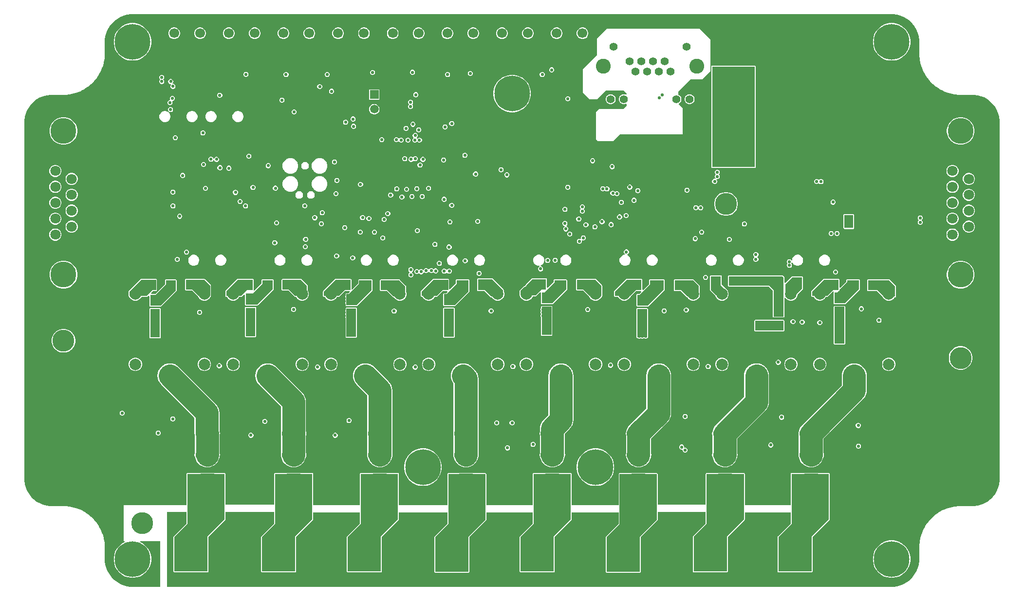
<source format=gbr>
%TF.GenerationSoftware,Altium Limited,Altium Designer,23.11.1 (41)*%
G04 Layer_Physical_Order=2*
G04 Layer_Color=36540*
%FSLAX45Y45*%
%MOMM*%
%TF.SameCoordinates,42F4153E-1698-40C0-8701-72EE62771F10*%
%TF.FilePolarity,Positive*%
%TF.FileFunction,Copper,L2,Inr,Signal*%
%TF.Part,Single*%
G01*
G75*
%TA.AperFunction,Conductor*%
%ADD63C,4.00000*%
%ADD66R,1.50000X2.30000*%
%TA.AperFunction,ComponentPad*%
%ADD73C,6.20000*%
%TA.AperFunction,ViaPad*%
%ADD74C,3.80000*%
%TA.AperFunction,ComponentPad*%
%ADD75C,2.00000*%
%ADD76C,4.50000*%
%ADD77C,1.80000*%
%ADD78R,1.50000X1.50000*%
%ADD79C,1.50000*%
%ADD80C,2.60000*%
%ADD81C,1.40000*%
%ADD82C,2.20000*%
%ADD83C,1.70000*%
%ADD84O,2.00000X3.00000*%
%ADD85O,4.10000X2.00000*%
%TA.AperFunction,ViaPad*%
%ADD86C,0.55000*%
G36*
X15193768Y9971403D02*
X15254495Y9955131D01*
X15312582Y9931071D01*
X15367027Y9899637D01*
X15416907Y9861364D01*
X15461363Y9816907D01*
X15499637Y9767028D01*
X15531071Y9712582D01*
X15555132Y9654495D01*
X15571404Y9593768D01*
X15579610Y9531435D01*
Y9500000D01*
Y9300000D01*
X15579659Y9299751D01*
X15579616Y9299500D01*
X15580460Y9265152D01*
X15580624Y9264410D01*
X15580551Y9263654D01*
X15587283Y9195290D01*
X15587578Y9194322D01*
Y9193310D01*
X15600980Y9125936D01*
X15601367Y9125001D01*
X15601466Y9123994D01*
X15621407Y9058258D01*
X15621883Y9057366D01*
X15622081Y9056374D01*
X15648369Y8992908D01*
X15648930Y8992067D01*
X15649225Y8991099D01*
X15681607Y8930516D01*
X15682248Y8929734D01*
X15682635Y8928800D01*
X15720799Y8871682D01*
X15721516Y8870967D01*
X15721992Y8870075D01*
X15765572Y8816973D01*
X15766354Y8816332D01*
X15766916Y8815490D01*
X15815491Y8766916D01*
X15816331Y8766354D01*
X15816972Y8765572D01*
X15870074Y8721992D01*
X15870967Y8721516D01*
X15871683Y8720800D01*
X15928799Y8682636D01*
X15929733Y8682249D01*
X15930516Y8681607D01*
X15991100Y8649225D01*
X15992067Y8648931D01*
X15992908Y8648369D01*
X16056374Y8622081D01*
X16057365Y8621883D01*
X16058258Y8621407D01*
X16123994Y8601466D01*
X16125002Y8601367D01*
X16125935Y8600979D01*
X16193311Y8587578D01*
X16194322D01*
X16195290Y8587284D01*
X16263654Y8580551D01*
X16264410Y8580625D01*
X16265152Y8580459D01*
X16299500Y8579616D01*
X16299750Y8579659D01*
X16300000Y8579609D01*
X16531435D01*
X16593768Y8571403D01*
X16654495Y8555131D01*
X16712582Y8531071D01*
X16767027Y8499637D01*
X16816907Y8461364D01*
X16861363Y8416907D01*
X16899637Y8367028D01*
X16931071Y8312582D01*
X16955132Y8254495D01*
X16971404Y8193768D01*
X16979610Y8131435D01*
Y8100000D01*
Y1900000D01*
Y1868564D01*
X16971404Y1806232D01*
X16955132Y1745503D01*
X16931071Y1687418D01*
X16899637Y1632972D01*
X16861365Y1583094D01*
X16816907Y1538637D01*
X16767027Y1500363D01*
X16712582Y1468929D01*
X16654495Y1444868D01*
X16593768Y1428597D01*
X16531435Y1420391D01*
X16300000D01*
X16299750Y1420341D01*
X16299500Y1420385D01*
X16265152Y1419541D01*
X16264410Y1419375D01*
X16263654Y1419449D01*
X16195290Y1412716D01*
X16194322Y1412422D01*
X16193311D01*
X16125935Y1399020D01*
X16125002Y1398633D01*
X16123994Y1398534D01*
X16058258Y1378593D01*
X16057365Y1378116D01*
X16056374Y1377919D01*
X15992908Y1351631D01*
X15992067Y1351069D01*
X15991100Y1350775D01*
X15930516Y1318393D01*
X15929733Y1317751D01*
X15928799Y1317364D01*
X15871683Y1279199D01*
X15870967Y1278484D01*
X15870074Y1278007D01*
X15816972Y1234428D01*
X15816331Y1233646D01*
X15815491Y1233084D01*
X15766916Y1184510D01*
X15766354Y1183668D01*
X15765572Y1183027D01*
X15721992Y1129925D01*
X15721516Y1129033D01*
X15720799Y1128318D01*
X15682635Y1071200D01*
X15682249Y1070265D01*
X15681607Y1069484D01*
X15649225Y1008901D01*
X15648930Y1007933D01*
X15648369Y1007092D01*
X15622081Y943626D01*
X15621883Y942634D01*
X15621407Y941742D01*
X15601466Y876005D01*
X15601367Y874999D01*
X15600980Y874064D01*
X15587578Y806689D01*
Y805678D01*
X15587283Y804710D01*
X15580551Y736346D01*
X15580624Y735590D01*
X15580460Y734848D01*
X15579616Y700501D01*
X15579659Y700250D01*
X15579610Y700000D01*
Y500000D01*
Y468564D01*
X15571404Y406232D01*
X15555132Y345503D01*
X15531071Y287418D01*
X15499637Y232972D01*
X15461365Y183094D01*
X15416907Y138637D01*
X15367027Y100363D01*
X15312582Y68929D01*
X15254495Y44868D01*
X15193768Y28597D01*
X15131435Y20391D01*
X2500000D01*
Y930000D01*
Y1320000D01*
X2838686D01*
Y1121757D01*
X2618465Y901536D01*
X2614928Y896243D01*
X2613686Y890000D01*
X2613687Y889999D01*
Y285000D01*
X2614928Y278757D01*
X2618465Y273465D01*
X2623757Y269929D01*
X2630000Y268687D01*
X3199999D01*
X3200000Y268687D01*
X3206243Y269929D01*
X3211535Y273465D01*
X3211536Y273466D01*
X3216535Y278465D01*
X3220072Y283757D01*
X3221314Y290000D01*
X3221313Y290001D01*
Y888243D01*
X3511536Y1178465D01*
X3515072Y1183758D01*
X3516314Y1190000D01*
X3516314Y1190002D01*
Y1320000D01*
X4363686D01*
Y1121757D01*
X4143465Y901536D01*
X4139928Y896243D01*
X4138686Y890000D01*
X4138687Y889999D01*
Y285000D01*
X4139928Y278757D01*
X4143465Y273465D01*
X4148757Y269929D01*
X4155000Y268687D01*
X4724999D01*
X4725000Y268687D01*
X4731243Y269929D01*
X4736535Y273465D01*
X4736536Y273466D01*
X4741535Y278465D01*
X4745072Y283757D01*
X4746314Y290000D01*
X4746313Y290001D01*
Y888243D01*
X5036536Y1178465D01*
X5040072Y1183758D01*
X5041314Y1190000D01*
X5041314Y1190002D01*
Y1310000D01*
X5853687D01*
Y1121757D01*
X5633465Y901536D01*
X5629929Y896243D01*
X5628686Y890000D01*
X5628687Y889999D01*
Y285000D01*
X5629929Y278757D01*
X5633465Y273465D01*
X5638757Y269929D01*
X5645000Y268687D01*
X6214999D01*
X6215000Y268687D01*
X6221243Y269929D01*
X6226535Y273465D01*
X6226536Y273466D01*
X6231535Y278465D01*
X6235072Y283757D01*
X6236314Y290000D01*
X6236313Y290001D01*
Y888243D01*
X6526536Y1178465D01*
X6530072Y1183758D01*
X6531314Y1190000D01*
X6531314Y1190002D01*
Y1310000D01*
X7373687D01*
Y1116757D01*
X7153465Y896536D01*
X7149929Y891243D01*
X7148686Y885000D01*
X7148687Y884999D01*
Y280000D01*
X7149929Y273757D01*
X7153465Y268465D01*
X7158757Y264929D01*
X7165000Y263687D01*
X7734999D01*
X7735000Y263687D01*
X7741243Y264929D01*
X7746535Y268465D01*
X7746536Y268466D01*
X7751535Y273465D01*
X7755072Y278757D01*
X7756314Y285000D01*
X7756313Y285001D01*
Y883243D01*
X8046536Y1173465D01*
X8050072Y1178758D01*
X8051314Y1185000D01*
X8051314Y1185002D01*
Y1310000D01*
X8858687D01*
Y1121757D01*
X8638465Y901536D01*
X8634929Y896243D01*
X8633687Y890000D01*
X8633687Y889999D01*
Y285000D01*
X8634929Y278757D01*
X8638465Y273465D01*
X8643757Y269929D01*
X8650000Y268687D01*
X9219999D01*
X9220000Y268687D01*
X9226243Y269929D01*
X9231536Y273465D01*
X9231536Y273466D01*
X9236536Y278465D01*
X9240072Y283757D01*
X9241314Y290000D01*
X9241313Y290001D01*
Y888243D01*
X9531536Y1178465D01*
X9535072Y1183758D01*
X9536314Y1190000D01*
X9536314Y1190002D01*
Y1310000D01*
X10353687D01*
Y1116757D01*
X10133465Y896536D01*
X10129929Y891243D01*
X10128687Y885000D01*
X10128687Y884999D01*
Y280000D01*
X10129929Y273757D01*
X10133465Y268465D01*
X10138757Y264929D01*
X10145000Y263687D01*
X10714999D01*
X10715000Y263687D01*
X10721243Y264929D01*
X10726536Y268465D01*
X10726536Y268466D01*
X10731536Y273465D01*
X10735072Y278757D01*
X10736314Y285000D01*
X10736314Y285001D01*
Y883243D01*
X11026536Y1173465D01*
X11030072Y1178758D01*
X11031314Y1185000D01*
X11031314Y1185002D01*
Y1320000D01*
X11868687D01*
Y1121757D01*
X11648465Y901536D01*
X11644929Y896243D01*
X11643687Y890000D01*
X11643687Y889999D01*
Y285000D01*
X11644929Y278757D01*
X11648465Y273465D01*
X11653757Y269929D01*
X11660000Y268687D01*
X12229999D01*
X12230000Y268687D01*
X12236243Y269929D01*
X12241536Y273465D01*
X12241536Y273466D01*
X12246536Y278465D01*
X12250072Y283757D01*
X12251314Y290000D01*
X12251314Y290001D01*
Y888243D01*
X12541536Y1178465D01*
X12545072Y1183758D01*
X12546314Y1190000D01*
X12546314Y1190002D01*
Y1310000D01*
X13343687D01*
Y1121757D01*
X13123465Y901536D01*
X13119930Y896243D01*
X13118686Y890000D01*
X13118687Y889999D01*
Y285000D01*
X13119930Y278757D01*
X13123465Y273465D01*
X13128757Y269929D01*
X13135001Y268687D01*
X13704999D01*
X13705000Y268687D01*
X13711243Y269929D01*
X13716534Y273465D01*
X13716536Y273466D01*
X13721535Y278465D01*
X13725072Y283757D01*
X13726314Y290000D01*
X13726312Y290001D01*
Y888243D01*
X14016536Y1178465D01*
X14020071Y1183758D01*
X14021313Y1190000D01*
X14021313Y1190002D01*
Y1985000D01*
X14020071Y1991243D01*
X14016536Y1996536D01*
X14011243Y2000072D01*
X14005000Y2001314D01*
X13810220D01*
X13805000Y2002001D01*
X13595000D01*
X13589780Y2001314D01*
X13360001D01*
X13353757Y2000072D01*
X13348465Y1996536D01*
X13344928Y1991243D01*
X13343687Y1985000D01*
Y1440000D01*
X12546314D01*
Y1985000D01*
X12545072Y1991243D01*
X12541536Y1996536D01*
X12536243Y2000072D01*
X12530000Y2001314D01*
X12310220D01*
X12305000Y2002001D01*
X12095000D01*
X12089779Y2001314D01*
X11885000D01*
X11878757Y2000072D01*
X11873465Y1996536D01*
X11869929Y1991243D01*
X11868687Y1985000D01*
Y1450000D01*
X11031314D01*
Y1980000D01*
X11030072Y1986243D01*
X11026536Y1991536D01*
X11021243Y1995072D01*
X11015000Y1996314D01*
X10839387D01*
X10835282Y1998014D01*
X10805000Y2002001D01*
X10595000D01*
X10564718Y1998014D01*
X10560613Y1996314D01*
X10370000D01*
X10363757Y1995072D01*
X10358465Y1991536D01*
X10354928Y1986243D01*
X10353687Y1980000D01*
Y1440000D01*
X9536314D01*
Y1985000D01*
X9535072Y1991243D01*
X9531536Y1996536D01*
X9526243Y2000072D01*
X9520000Y2001314D01*
X9310220D01*
X9305000Y2002001D01*
X9095000D01*
X9089779Y2001314D01*
X8875000D01*
X8868757Y2000072D01*
X8863465Y1996536D01*
X8859928Y1991243D01*
X8858687Y1985000D01*
Y1440000D01*
X8051314D01*
Y1980000D01*
X8050072Y1986243D01*
X8046536Y1991536D01*
X8041243Y1995072D01*
X8035000Y1996314D01*
X7839387D01*
X7835282Y1998014D01*
X7805000Y2002001D01*
X7595000D01*
X7564718Y1998014D01*
X7560613Y1996314D01*
X7390000D01*
X7383757Y1995072D01*
X7378465Y1991536D01*
X7374928Y1986243D01*
X7373687Y1980000D01*
Y1440000D01*
X6531314D01*
Y1985000D01*
X6530072Y1991243D01*
X6526536Y1996536D01*
X6521243Y2000072D01*
X6515000Y2001314D01*
X6310221D01*
X6305000Y2002001D01*
X6095000D01*
X6089780Y2001314D01*
X5870000D01*
X5863757Y2000072D01*
X5858465Y1996536D01*
X5854928Y1991243D01*
X5853687Y1985000D01*
Y1440000D01*
X5041314D01*
Y1985000D01*
X5040072Y1991243D01*
X5036536Y1996536D01*
X5031243Y2000072D01*
X5025000Y2001314D01*
X4810221D01*
X4805000Y2002001D01*
X4595000D01*
X4589779Y2001314D01*
X4380000D01*
X4373757Y2000072D01*
X4368464Y1996536D01*
X4364928Y1991243D01*
X4363686Y1985000D01*
Y1450000D01*
X3516314D01*
Y1985000D01*
X3515072Y1991243D01*
X3511536Y1996536D01*
X3506243Y2000072D01*
X3500000Y2001314D01*
X3310220D01*
X3305000Y2002001D01*
X3095000D01*
X3089779Y2001314D01*
X2855000D01*
X2848757Y2000072D01*
X2843464Y1996536D01*
X2839928Y1991243D01*
X2838686Y1985000D01*
Y1440000D01*
X1750000D01*
Y810000D01*
X1762358D01*
X1765407Y797300D01*
X1729139Y778820D01*
X1687625Y748659D01*
X1651341Y712375D01*
X1621180Y670861D01*
X1597884Y625140D01*
X1582027Y576338D01*
X1574000Y525657D01*
Y474343D01*
X1582027Y423662D01*
X1597884Y374860D01*
X1621180Y329139D01*
X1651341Y287625D01*
X1687625Y251341D01*
X1729139Y221180D01*
X1774860Y197884D01*
X1823662Y182027D01*
X1874343Y174000D01*
X1925657D01*
X1976338Y182027D01*
X2025140Y197884D01*
X2070861Y221180D01*
X2112375Y251341D01*
X2148659Y287625D01*
X2178820Y329139D01*
X2202116Y374860D01*
X2217973Y423662D01*
X2226000Y474343D01*
Y525657D01*
X2217973Y576338D01*
X2202116Y625140D01*
X2178820Y670861D01*
X2148659Y712375D01*
X2112375Y748659D01*
X2070861Y778820D01*
X2034593Y797300D01*
X2037642Y810000D01*
X2380000D01*
Y20391D01*
X1868564D01*
X1806232Y28597D01*
X1745503Y44869D01*
X1687418Y68929D01*
X1632972Y100363D01*
X1583094Y138636D01*
X1538637Y183093D01*
X1500363Y232972D01*
X1468929Y287418D01*
X1444868Y345505D01*
X1428597Y406232D01*
X1420391Y468564D01*
Y500000D01*
Y700000D01*
X1420341Y700250D01*
X1420385Y700501D01*
X1419541Y734848D01*
X1419375Y735590D01*
X1419449Y736346D01*
X1412716Y804710D01*
X1412422Y805678D01*
Y806690D01*
X1399020Y874064D01*
X1398633Y874999D01*
X1398534Y876005D01*
X1378593Y941742D01*
X1378116Y942634D01*
X1377919Y943626D01*
X1351631Y1007092D01*
X1351069Y1007933D01*
X1350775Y1008901D01*
X1318393Y1069484D01*
X1317751Y1070265D01*
X1317364Y1071200D01*
X1279199Y1128318D01*
X1278484Y1129033D01*
X1278007Y1129925D01*
X1234428Y1183027D01*
X1233646Y1183668D01*
X1233084Y1184510D01*
X1184510Y1233084D01*
X1183668Y1233646D01*
X1183027Y1234428D01*
X1129925Y1278007D01*
X1129033Y1278484D01*
X1128318Y1279199D01*
X1071200Y1317364D01*
X1070265Y1317751D01*
X1069484Y1318393D01*
X1008901Y1350775D01*
X1007933Y1351068D01*
X1007092Y1351631D01*
X943626Y1377919D01*
X942634Y1378116D01*
X941742Y1378593D01*
X876005Y1398534D01*
X874999Y1398633D01*
X874064Y1399020D01*
X806689Y1412422D01*
X805678D01*
X804710Y1412716D01*
X736346Y1419449D01*
X735590Y1419375D01*
X734848Y1419541D01*
X700501Y1420385D01*
X700250Y1420341D01*
X700000Y1420391D01*
X468564D01*
X406232Y1428597D01*
X345503Y1444869D01*
X287418Y1468929D01*
X232972Y1500363D01*
X183094Y1538636D01*
X138637Y1583093D01*
X100363Y1632972D01*
X68929Y1687418D01*
X44868Y1745505D01*
X28597Y1806232D01*
X20391Y1868564D01*
Y1900000D01*
Y8100000D01*
Y8131435D01*
X28597Y8193768D01*
X44869Y8254496D01*
X68929Y8312582D01*
X100363Y8367028D01*
X138636Y8416906D01*
X183093Y8461363D01*
X232972Y8499637D01*
X287418Y8531071D01*
X345505Y8555131D01*
X406232Y8571403D01*
X468564Y8579609D01*
X700000D01*
X700250Y8579659D01*
X700501Y8579616D01*
X734848Y8580459D01*
X735590Y8580625D01*
X736346Y8580551D01*
X804710Y8587284D01*
X805678Y8587578D01*
X806690D01*
X874064Y8600979D01*
X874999Y8601367D01*
X876005Y8601466D01*
X941742Y8621407D01*
X942634Y8621883D01*
X943626Y8622081D01*
X1007092Y8648369D01*
X1007933Y8648931D01*
X1008901Y8649225D01*
X1069484Y8681607D01*
X1070265Y8682248D01*
X1071200Y8682636D01*
X1128318Y8720800D01*
X1129033Y8721516D01*
X1129925Y8721992D01*
X1183027Y8765572D01*
X1183668Y8766354D01*
X1184510Y8766916D01*
X1233084Y8815490D01*
X1233646Y8816331D01*
X1234428Y8816973D01*
X1278007Y8870075D01*
X1278484Y8870967D01*
X1279199Y8871682D01*
X1317364Y8928800D01*
X1317751Y8929734D01*
X1318393Y8930516D01*
X1350775Y8991099D01*
X1351068Y8992067D01*
X1351631Y8992908D01*
X1377919Y9056374D01*
X1378116Y9057366D01*
X1378593Y9058258D01*
X1398534Y9123994D01*
X1398633Y9125001D01*
X1399020Y9125936D01*
X1412422Y9193311D01*
Y9194322D01*
X1412716Y9195290D01*
X1419449Y9263654D01*
X1419375Y9264410D01*
X1419541Y9265152D01*
X1420385Y9299500D01*
X1420341Y9299751D01*
X1420391Y9300000D01*
Y9500000D01*
Y9531435D01*
X1428597Y9593768D01*
X1444869Y9654496D01*
X1468929Y9712582D01*
X1500363Y9767028D01*
X1538636Y9816906D01*
X1583093Y9861363D01*
X1632972Y9899637D01*
X1687418Y9931071D01*
X1745505Y9955131D01*
X1806232Y9971403D01*
X1868564Y9979609D01*
X15131435D01*
X15193768Y9971403D01*
D02*
G37*
G36*
X14005000Y1190000D02*
X13710001Y895000D01*
Y290000D01*
X13705000Y285000D01*
X13135001D01*
Y890000D01*
X13360001Y1115000D01*
Y1310000D01*
Y1440000D01*
Y1985000D01*
X14005000D01*
Y1190000D01*
D02*
G37*
G36*
X12530000Y1440000D02*
X12530000D01*
Y1310000D01*
X12530000D01*
Y1190000D01*
X12235000Y895000D01*
Y290000D01*
X12230000Y285000D01*
X11660000D01*
Y890000D01*
X11885000Y1115000D01*
Y1985000D01*
X12530000D01*
Y1440000D01*
D02*
G37*
G36*
X9520000D02*
X9520000D01*
Y1310000D01*
X9520000D01*
Y1190000D01*
X9225000Y895000D01*
Y290000D01*
X9220000Y285000D01*
X8650000D01*
Y890000D01*
X8875000Y1115000D01*
Y1985000D01*
X9520000D01*
Y1440000D01*
D02*
G37*
G36*
X6515000Y1190000D02*
X6220000Y895000D01*
Y290000D01*
X6215000Y285000D01*
X5645000D01*
Y890000D01*
X5870000Y1115000D01*
Y1310000D01*
Y1440000D01*
Y1985000D01*
X6515000D01*
Y1190000D01*
D02*
G37*
G36*
X5025000D02*
X4730000Y895000D01*
Y290000D01*
X4725000Y285000D01*
X4155000D01*
Y890000D01*
X4380000Y1115000D01*
Y1320000D01*
Y1450000D01*
Y1985000D01*
X5025000D01*
Y1190000D01*
D02*
G37*
G36*
X3500000Y1450000D02*
Y1320000D01*
Y1190000D01*
X3205000Y895000D01*
Y290000D01*
X3200000Y285000D01*
X2630000D01*
Y890000D01*
X2855000Y1115000D01*
Y1985000D01*
X3500000D01*
Y1450000D01*
D02*
G37*
G36*
X11015000Y1185000D02*
X10720000Y890000D01*
Y285000D01*
X10715000Y280000D01*
X10145000D01*
Y885000D01*
X10370000Y1110000D01*
Y1310000D01*
Y1440000D01*
Y1980000D01*
X11015000D01*
Y1185000D01*
D02*
G37*
G36*
X8035000D02*
X7740000Y890000D01*
Y285000D01*
X7735000Y280000D01*
X7165000D01*
Y885000D01*
X7390000Y1110000D01*
Y1310000D01*
Y1440000D01*
Y1980000D01*
X8035000D01*
Y1185000D01*
D02*
G37*
%LPC*%
G36*
X9738297Y9751000D02*
X9711703D01*
X9686016Y9744117D01*
X9662985Y9730820D01*
X9644180Y9712015D01*
X9630883Y9688984D01*
X9624000Y9663297D01*
Y9636703D01*
X9630883Y9611016D01*
X9644180Y9587985D01*
X9662985Y9569180D01*
X9686016Y9555883D01*
X9711703Y9549000D01*
X9738297D01*
X9763985Y9555883D01*
X9787015Y9569180D01*
X9805820Y9587985D01*
X9819117Y9611016D01*
X9826000Y9636703D01*
Y9663297D01*
X9819117Y9688984D01*
X9805820Y9712015D01*
X9787015Y9730820D01*
X9763985Y9744117D01*
X9738297Y9751000D01*
D02*
G37*
G36*
X9288297D02*
X9261703D01*
X9236016Y9744117D01*
X9212985Y9730820D01*
X9194180Y9712015D01*
X9180883Y9688984D01*
X9174000Y9663297D01*
Y9636703D01*
X9180883Y9611016D01*
X9194180Y9587985D01*
X9212985Y9569180D01*
X9236016Y9555883D01*
X9261703Y9549000D01*
X9288297D01*
X9313984Y9555883D01*
X9337015Y9569180D01*
X9355820Y9587985D01*
X9369117Y9611016D01*
X9376000Y9636703D01*
Y9663297D01*
X9369117Y9688984D01*
X9355820Y9712015D01*
X9337015Y9730820D01*
X9313984Y9744117D01*
X9288297Y9751000D01*
D02*
G37*
G36*
X8788297D02*
X8761703D01*
X8736016Y9744117D01*
X8712985Y9730820D01*
X8694180Y9712015D01*
X8680883Y9688984D01*
X8674000Y9663297D01*
Y9636703D01*
X8680883Y9611016D01*
X8694180Y9587985D01*
X8712985Y9569180D01*
X8736016Y9555883D01*
X8761703Y9549000D01*
X8788297D01*
X8813984Y9555883D01*
X8837015Y9569180D01*
X8855820Y9587985D01*
X8869117Y9611016D01*
X8876000Y9636703D01*
Y9663297D01*
X8869117Y9688984D01*
X8855820Y9712015D01*
X8837015Y9730820D01*
X8813984Y9744117D01*
X8788297Y9751000D01*
D02*
G37*
G36*
X8338297D02*
X8311703D01*
X8286015Y9744117D01*
X8262984Y9730820D01*
X8244180Y9712015D01*
X8230883Y9688984D01*
X8224000Y9663297D01*
Y9636703D01*
X8230883Y9611016D01*
X8244180Y9587985D01*
X8262984Y9569180D01*
X8286015Y9555883D01*
X8311703Y9549000D01*
X8338297D01*
X8363984Y9555883D01*
X8387015Y9569180D01*
X8405820Y9587985D01*
X8419117Y9611016D01*
X8426000Y9636703D01*
Y9663297D01*
X8419117Y9688984D01*
X8405820Y9712015D01*
X8387015Y9730820D01*
X8363984Y9744117D01*
X8338297Y9751000D01*
D02*
G37*
G36*
X7838297D02*
X7811703D01*
X7786016Y9744117D01*
X7762985Y9730820D01*
X7744180Y9712015D01*
X7730883Y9688984D01*
X7724000Y9663297D01*
Y9636703D01*
X7730883Y9611016D01*
X7744180Y9587985D01*
X7762985Y9569180D01*
X7786016Y9555883D01*
X7811703Y9549000D01*
X7838297D01*
X7863985Y9555883D01*
X7887015Y9569180D01*
X7905820Y9587985D01*
X7919117Y9611016D01*
X7926000Y9636703D01*
Y9663297D01*
X7919117Y9688984D01*
X7905820Y9712015D01*
X7887015Y9730820D01*
X7863985Y9744117D01*
X7838297Y9751000D01*
D02*
G37*
G36*
X7388297D02*
X7361703D01*
X7336016Y9744117D01*
X7312985Y9730820D01*
X7294180Y9712015D01*
X7280883Y9688984D01*
X7274000Y9663297D01*
Y9636703D01*
X7280883Y9611016D01*
X7294180Y9587985D01*
X7312985Y9569180D01*
X7336016Y9555883D01*
X7361703Y9549000D01*
X7388297D01*
X7413984Y9555883D01*
X7437015Y9569180D01*
X7455820Y9587985D01*
X7469117Y9611016D01*
X7476000Y9636703D01*
Y9663297D01*
X7469117Y9688984D01*
X7455820Y9712015D01*
X7437015Y9730820D01*
X7413984Y9744117D01*
X7388297Y9751000D01*
D02*
G37*
G36*
X6888297D02*
X6861703D01*
X6836016Y9744117D01*
X6812985Y9730820D01*
X6794180Y9712015D01*
X6780883Y9688984D01*
X6774000Y9663297D01*
Y9636703D01*
X6780883Y9611016D01*
X6794180Y9587985D01*
X6812985Y9569180D01*
X6836016Y9555883D01*
X6861703Y9549000D01*
X6888297D01*
X6913984Y9555883D01*
X6937015Y9569180D01*
X6955820Y9587985D01*
X6969117Y9611016D01*
X6976000Y9636703D01*
Y9663297D01*
X6969117Y9688984D01*
X6955820Y9712015D01*
X6937015Y9730820D01*
X6913984Y9744117D01*
X6888297Y9751000D01*
D02*
G37*
G36*
X6438297D02*
X6411703D01*
X6386015Y9744117D01*
X6362984Y9730820D01*
X6344180Y9712015D01*
X6330883Y9688984D01*
X6324000Y9663297D01*
Y9636703D01*
X6330883Y9611016D01*
X6344180Y9587985D01*
X6362984Y9569180D01*
X6386015Y9555883D01*
X6411703Y9549000D01*
X6438297D01*
X6463984Y9555883D01*
X6487015Y9569180D01*
X6505820Y9587985D01*
X6519117Y9611016D01*
X6526000Y9636703D01*
Y9663297D01*
X6519117Y9688984D01*
X6505820Y9712015D01*
X6487015Y9730820D01*
X6463984Y9744117D01*
X6438297Y9751000D01*
D02*
G37*
G36*
X5938297D02*
X5911703D01*
X5886016Y9744117D01*
X5862985Y9730820D01*
X5844180Y9712015D01*
X5830883Y9688984D01*
X5824000Y9663297D01*
Y9636703D01*
X5830883Y9611016D01*
X5844180Y9587985D01*
X5862985Y9569180D01*
X5886016Y9555883D01*
X5911703Y9549000D01*
X5938297D01*
X5963985Y9555883D01*
X5987015Y9569180D01*
X6005820Y9587985D01*
X6019117Y9611016D01*
X6026000Y9636703D01*
Y9663297D01*
X6019117Y9688984D01*
X6005820Y9712015D01*
X5987015Y9730820D01*
X5963985Y9744117D01*
X5938297Y9751000D01*
D02*
G37*
G36*
X5488297D02*
X5461703D01*
X5436016Y9744117D01*
X5412985Y9730820D01*
X5394180Y9712015D01*
X5380883Y9688984D01*
X5374000Y9663297D01*
Y9636703D01*
X5380883Y9611016D01*
X5394180Y9587985D01*
X5412985Y9569180D01*
X5436016Y9555883D01*
X5461703Y9549000D01*
X5488297D01*
X5513984Y9555883D01*
X5537015Y9569180D01*
X5555820Y9587985D01*
X5569117Y9611016D01*
X5576000Y9636703D01*
Y9663297D01*
X5569117Y9688984D01*
X5555820Y9712015D01*
X5537015Y9730820D01*
X5513984Y9744117D01*
X5488297Y9751000D01*
D02*
G37*
G36*
X4988297D02*
X4961703D01*
X4936016Y9744117D01*
X4912985Y9730820D01*
X4894180Y9712015D01*
X4880883Y9688984D01*
X4874000Y9663297D01*
Y9636703D01*
X4880883Y9611016D01*
X4894180Y9587985D01*
X4912985Y9569180D01*
X4936016Y9555883D01*
X4961703Y9549000D01*
X4988297D01*
X5013984Y9555883D01*
X5037015Y9569180D01*
X5055820Y9587985D01*
X5069117Y9611016D01*
X5076000Y9636703D01*
Y9663297D01*
X5069117Y9688984D01*
X5055820Y9712015D01*
X5037015Y9730820D01*
X5013984Y9744117D01*
X4988297Y9751000D01*
D02*
G37*
G36*
X4538297D02*
X4511703D01*
X4486015Y9744117D01*
X4462984Y9730820D01*
X4444180Y9712015D01*
X4430883Y9688984D01*
X4424000Y9663297D01*
Y9636703D01*
X4430883Y9611016D01*
X4444180Y9587985D01*
X4462984Y9569180D01*
X4486015Y9555883D01*
X4511703Y9549000D01*
X4538297D01*
X4563984Y9555883D01*
X4587015Y9569180D01*
X4605820Y9587985D01*
X4619117Y9611016D01*
X4626000Y9636703D01*
Y9663297D01*
X4619117Y9688984D01*
X4605820Y9712015D01*
X4587015Y9730820D01*
X4563984Y9744117D01*
X4538297Y9751000D01*
D02*
G37*
G36*
X4038297D02*
X4011703D01*
X3986016Y9744117D01*
X3962985Y9730820D01*
X3944180Y9712015D01*
X3930883Y9688984D01*
X3924000Y9663297D01*
Y9636703D01*
X3930883Y9611016D01*
X3944180Y9587985D01*
X3962985Y9569180D01*
X3986016Y9555883D01*
X4011703Y9549000D01*
X4038297D01*
X4063985Y9555883D01*
X4087015Y9569180D01*
X4105820Y9587985D01*
X4119117Y9611016D01*
X4126000Y9636703D01*
Y9663297D01*
X4119117Y9688984D01*
X4105820Y9712015D01*
X4087015Y9730820D01*
X4063985Y9744117D01*
X4038297Y9751000D01*
D02*
G37*
G36*
X3588297D02*
X3561703D01*
X3536016Y9744117D01*
X3512985Y9730820D01*
X3494180Y9712015D01*
X3480883Y9688984D01*
X3474000Y9663297D01*
Y9636703D01*
X3480883Y9611016D01*
X3494180Y9587985D01*
X3512985Y9569180D01*
X3536016Y9555883D01*
X3561703Y9549000D01*
X3588297D01*
X3613984Y9555883D01*
X3637015Y9569180D01*
X3655820Y9587985D01*
X3669117Y9611016D01*
X3676000Y9636703D01*
Y9663297D01*
X3669117Y9688984D01*
X3655820Y9712015D01*
X3637015Y9730820D01*
X3613984Y9744117D01*
X3588297Y9751000D01*
D02*
G37*
G36*
X3088297D02*
X3061703D01*
X3036016Y9744117D01*
X3012985Y9730820D01*
X2994180Y9712015D01*
X2980883Y9688984D01*
X2974000Y9663297D01*
Y9636703D01*
X2980883Y9611016D01*
X2994180Y9587985D01*
X3012985Y9569180D01*
X3036016Y9555883D01*
X3061703Y9549000D01*
X3088297D01*
X3113984Y9555883D01*
X3137015Y9569180D01*
X3155820Y9587985D01*
X3169117Y9611016D01*
X3176000Y9636703D01*
Y9663297D01*
X3169117Y9688984D01*
X3155820Y9712015D01*
X3137015Y9730820D01*
X3113984Y9744117D01*
X3088297Y9751000D01*
D02*
G37*
G36*
X2638297D02*
X2611703D01*
X2586015Y9744117D01*
X2562984Y9730820D01*
X2544180Y9712015D01*
X2530883Y9688984D01*
X2524000Y9663297D01*
Y9636703D01*
X2530883Y9611016D01*
X2544180Y9587985D01*
X2562984Y9569180D01*
X2586015Y9555883D01*
X2611703Y9549000D01*
X2638297D01*
X2663984Y9555883D01*
X2687015Y9569180D01*
X2705820Y9587985D01*
X2719117Y9611016D01*
X2726000Y9636703D01*
Y9663297D01*
X2719117Y9688984D01*
X2705820Y9712015D01*
X2687015Y9730820D01*
X2663984Y9744117D01*
X2638297Y9751000D01*
D02*
G37*
G36*
X15125658Y9826000D02*
X15074342D01*
X15023662Y9817973D01*
X14974860Y9802116D01*
X14929140Y9778820D01*
X14887625Y9748659D01*
X14851341Y9712375D01*
X14821181Y9670861D01*
X14797884Y9625141D01*
X14782027Y9576338D01*
X14774001Y9525657D01*
Y9474343D01*
X14782027Y9423662D01*
X14797884Y9374860D01*
X14821181Y9329139D01*
X14851341Y9287625D01*
X14887625Y9251341D01*
X14929140Y9221180D01*
X14974860Y9197884D01*
X15023662Y9182027D01*
X15074342Y9174000D01*
X15125658D01*
X15176338Y9182027D01*
X15225140Y9197884D01*
X15270860Y9221180D01*
X15312375Y9251341D01*
X15348659Y9287625D01*
X15378819Y9329139D01*
X15402116Y9374860D01*
X15417973Y9423662D01*
X15425999Y9474343D01*
Y9525657D01*
X15417973Y9576338D01*
X15402116Y9625141D01*
X15378819Y9670861D01*
X15348659Y9712375D01*
X15312375Y9748659D01*
X15270860Y9778820D01*
X15225140Y9802116D01*
X15176338Y9817973D01*
X15125658Y9826000D01*
D02*
G37*
G36*
X1925657D02*
X1874343D01*
X1823662Y9817973D01*
X1774860Y9802116D01*
X1729139Y9778820D01*
X1687625Y9748659D01*
X1651341Y9712375D01*
X1621180Y9670861D01*
X1597884Y9625141D01*
X1582027Y9576338D01*
X1574000Y9525657D01*
Y9474343D01*
X1582027Y9423662D01*
X1597884Y9374860D01*
X1621180Y9329139D01*
X1651341Y9287625D01*
X1687625Y9251341D01*
X1729139Y9221180D01*
X1774860Y9197884D01*
X1823662Y9182027D01*
X1874343Y9174000D01*
X1925657D01*
X1976338Y9182027D01*
X2025140Y9197884D01*
X2070861Y9221180D01*
X2112375Y9251341D01*
X2148659Y9287625D01*
X2178820Y9329139D01*
X2202116Y9374860D01*
X2217973Y9423662D01*
X2226000Y9474343D01*
Y9525657D01*
X2217973Y9576338D01*
X2202116Y9625141D01*
X2178820Y9670861D01*
X2148659Y9712375D01*
X2112375Y9748659D01*
X2070861Y9778820D01*
X2025140Y9802116D01*
X1976338Y9817973D01*
X1925657Y9826000D01*
D02*
G37*
G36*
X9198081Y9055712D02*
X9180776D01*
X9164788Y9049089D01*
X9152551Y9036852D01*
X9145929Y9020865D01*
Y9003559D01*
X9152551Y8987571D01*
X9164788Y8975335D01*
X9180776Y8968712D01*
X9198081D01*
X9214069Y8975335D01*
X9226306Y8987571D01*
X9232928Y9003559D01*
Y9020865D01*
X9226306Y9036852D01*
X9214069Y9049089D01*
X9198081Y9055712D01*
D02*
G37*
G36*
X6778653Y9013500D02*
X6761347D01*
X6745359Y9006877D01*
X6733123Y8994641D01*
X6726500Y8978653D01*
Y8961347D01*
X6733123Y8945360D01*
X6745359Y8933123D01*
X6761347Y8926500D01*
X6778653D01*
X6794640Y8933123D01*
X6806877Y8945360D01*
X6813500Y8961347D01*
Y8978653D01*
X6806877Y8994641D01*
X6794640Y9006877D01*
X6778653Y9013500D01*
D02*
G37*
G36*
X6083653Y9008500D02*
X6066347D01*
X6050360Y9001877D01*
X6038123Y8989641D01*
X6031500Y8973653D01*
Y8956347D01*
X6038123Y8940360D01*
X6050360Y8928123D01*
X6066347Y8921500D01*
X6083653D01*
X6099641Y8928123D01*
X6111877Y8940360D01*
X6118500Y8956347D01*
Y8973653D01*
X6111877Y8989641D01*
X6099641Y9001877D01*
X6083653Y9008500D01*
D02*
G37*
G36*
X7782124Y8993077D02*
X7764818D01*
X7748830Y8986454D01*
X7736594Y8974218D01*
X7729971Y8958230D01*
Y8940924D01*
X7736594Y8924937D01*
X7748830Y8912700D01*
X7764818Y8906077D01*
X7782124D01*
X7798111Y8912700D01*
X7810348Y8924937D01*
X7816971Y8940924D01*
Y8958230D01*
X7810348Y8974218D01*
X7798111Y8986454D01*
X7782124Y8993077D01*
D02*
G37*
G36*
X3883653Y8978500D02*
X3866347D01*
X3850360Y8971877D01*
X3838123Y8959640D01*
X3831500Y8943653D01*
Y8926347D01*
X3838123Y8910359D01*
X3850360Y8898123D01*
X3866347Y8891500D01*
X3883653D01*
X3899641Y8898123D01*
X3911877Y8910359D01*
X3918500Y8926347D01*
Y8943653D01*
X3911877Y8959640D01*
X3899641Y8971877D01*
X3883653Y8978500D01*
D02*
G37*
G36*
X9033652Y8973500D02*
X9016347D01*
X9000359Y8966877D01*
X8988122Y8954640D01*
X8981500Y8938653D01*
Y8921347D01*
X8988122Y8905359D01*
X9000359Y8893123D01*
X9016347Y8886500D01*
X9033652D01*
X9049640Y8893123D01*
X9061877Y8905359D01*
X9068499Y8921347D01*
Y8938653D01*
X9061877Y8954640D01*
X9049640Y8966877D01*
X9033652Y8973500D01*
D02*
G37*
G36*
X7388653D02*
X7371347D01*
X7355359Y8966877D01*
X7343123Y8954640D01*
X7336500Y8938653D01*
Y8921347D01*
X7343123Y8905359D01*
X7355359Y8893123D01*
X7371347Y8886500D01*
X7388653D01*
X7404641Y8893123D01*
X7416877Y8905359D01*
X7423500Y8921347D01*
Y8938653D01*
X7416877Y8954640D01*
X7404641Y8966877D01*
X7388653Y8973500D01*
D02*
G37*
G36*
X5293653D02*
X5276347D01*
X5260360Y8966877D01*
X5248123Y8954640D01*
X5241500Y8938653D01*
Y8921347D01*
X5248123Y8905359D01*
X5260360Y8893123D01*
X5276347Y8886500D01*
X5293653D01*
X5309641Y8893123D01*
X5321877Y8905359D01*
X5328500Y8921347D01*
Y8938653D01*
X5321877Y8954640D01*
X5309641Y8966877D01*
X5293653Y8973500D01*
D02*
G37*
G36*
X4578653D02*
X4561347D01*
X4545359Y8966877D01*
X4533123Y8954640D01*
X4526500Y8938653D01*
Y8921347D01*
X4533123Y8905359D01*
X4545359Y8893123D01*
X4561347Y8886500D01*
X4578653D01*
X4594641Y8893123D01*
X4606877Y8905359D01*
X4613500Y8921347D01*
Y8938653D01*
X4606877Y8954640D01*
X4594641Y8966877D01*
X4578653Y8973500D01*
D02*
G37*
G36*
X2418653Y8923500D02*
X2401347D01*
X2385359Y8916877D01*
X2373123Y8904641D01*
X2366500Y8888653D01*
Y8871347D01*
X2373123Y8855359D01*
X2383482Y8845000D01*
X2373123Y8834640D01*
X2366500Y8818653D01*
Y8801347D01*
X2373123Y8785359D01*
X2385359Y8773123D01*
X2401347Y8766500D01*
X2418653D01*
X2434641Y8773123D01*
X2446877Y8785359D01*
X2453500Y8801347D01*
Y8818653D01*
X2446877Y8834640D01*
X2436518Y8845000D01*
X2446877Y8855359D01*
X2453500Y8871347D01*
Y8888653D01*
X2446877Y8904641D01*
X2434641Y8916877D01*
X2418653Y8923500D01*
D02*
G37*
G36*
X2572722Y8853500D02*
X2555417D01*
X2539429Y8846877D01*
X2527192Y8834640D01*
X2520570Y8818653D01*
Y8801347D01*
X2527192Y8785359D01*
X2539429Y8773123D01*
X2555417Y8766500D01*
X2567022D01*
X2572282Y8753800D01*
X2568054Y8749571D01*
X2561431Y8733583D01*
Y8716278D01*
X2568054Y8700290D01*
X2580290Y8688053D01*
X2596278Y8681431D01*
X2613584D01*
X2629571Y8688053D01*
X2641808Y8700290D01*
X2648431Y8716278D01*
Y8733583D01*
X2641808Y8749571D01*
X2629571Y8761808D01*
X2613584Y8768431D01*
X2601978D01*
X2596718Y8781131D01*
X2600947Y8785359D01*
X2607569Y8801347D01*
Y8818653D01*
X2600947Y8834640D01*
X2588710Y8846877D01*
X2572722Y8853500D01*
D02*
G37*
G36*
X5163653Y8763500D02*
X5146347D01*
X5130360Y8756877D01*
X5118123Y8744641D01*
X5111500Y8728653D01*
Y8711347D01*
X5118123Y8695360D01*
X5130360Y8683123D01*
X5146347Y8676500D01*
X5163653D01*
X5179641Y8683123D01*
X5191877Y8695360D01*
X5198500Y8711347D01*
Y8728653D01*
X5191877Y8744641D01*
X5179641Y8756877D01*
X5163653Y8763500D01*
D02*
G37*
G36*
X5368653Y8683500D02*
X5351347D01*
X5335359Y8676877D01*
X5323123Y8664641D01*
X5316500Y8648653D01*
Y8631347D01*
X5323123Y8615359D01*
X5335359Y8603123D01*
X5351347Y8596500D01*
X5368653D01*
X5384640Y8603123D01*
X5396877Y8615359D01*
X5403500Y8631347D01*
Y8648653D01*
X5396877Y8664641D01*
X5384640Y8676877D01*
X5368653Y8683500D01*
D02*
G37*
G36*
X11760000Y9730000D02*
X10150000D01*
X9980000Y9560000D01*
Y9270000D01*
X9730000Y9020000D01*
Y8620000D01*
X9850000Y8500000D01*
X9980000D01*
X10130000Y8650000D01*
X10440000D01*
X10490000Y8600000D01*
Y8587984D01*
X10479001Y8581634D01*
X10476395Y8583139D01*
X10454522Y8589000D01*
X10431878D01*
X10410005Y8583139D01*
X10390395Y8571817D01*
X10374383Y8555805D01*
X10363061Y8536195D01*
X10357200Y8514322D01*
Y8491678D01*
X10363061Y8469805D01*
X10374383Y8450195D01*
X10390395Y8434183D01*
X10410005Y8422860D01*
X10431878Y8417000D01*
X10454522D01*
X10476395Y8422860D01*
X10479001Y8424366D01*
X10490000Y8418015D01*
Y8390000D01*
X10430000Y8330000D01*
X10010000D01*
X9960000Y8280000D01*
Y7800000D01*
X9990000Y7770000D01*
X10260000D01*
X10380000Y7890000D01*
X11470000D01*
Y8350000D01*
X11402047Y8417953D01*
X11403704Y8430545D01*
X11410005Y8434183D01*
X11426017Y8450195D01*
X11437339Y8469805D01*
X11443199Y8491678D01*
Y8514322D01*
X11437339Y8536195D01*
X11426017Y8555805D01*
X11410005Y8571817D01*
X11390394Y8583139D01*
X11390000Y8583245D01*
Y8640000D01*
X11600000Y8850000D01*
X11810000D01*
X11950000Y8990000D01*
Y9540000D01*
X11760000Y9730000D01*
D02*
G37*
G36*
X6833653Y8623500D02*
X6816347D01*
X6800360Y8616877D01*
X6788123Y8604641D01*
X6781500Y8588653D01*
Y8571347D01*
X6788123Y8555360D01*
X6800360Y8543123D01*
X6816347Y8536500D01*
X6833653D01*
X6849641Y8543123D01*
X6861877Y8555360D01*
X6868500Y8571347D01*
Y8588653D01*
X6861877Y8604641D01*
X6849641Y8616877D01*
X6833653Y8623500D01*
D02*
G37*
G36*
X3426939Y8614309D02*
X3409634D01*
X3393646Y8607687D01*
X3381409Y8595450D01*
X3374786Y8579462D01*
Y8562157D01*
X3381409Y8546169D01*
X3393646Y8533932D01*
X3409634Y8527310D01*
X3426939D01*
X3442927Y8533932D01*
X3455164Y8546169D01*
X3461786Y8562157D01*
Y8579462D01*
X3455164Y8595450D01*
X3442927Y8607687D01*
X3426939Y8614309D01*
D02*
G37*
G36*
X6196000Y8673000D02*
X6014000D01*
Y8491000D01*
X6196000D01*
Y8673000D01*
D02*
G37*
G36*
X9478653Y8553500D02*
X9461347D01*
X9445359Y8546877D01*
X9433123Y8534641D01*
X9426500Y8518653D01*
Y8501347D01*
X9433123Y8485359D01*
X9445359Y8473123D01*
X9461347Y8466500D01*
X9478653D01*
X9494640Y8473123D01*
X9506877Y8485359D01*
X9513500Y8501347D01*
Y8518653D01*
X9506877Y8534641D01*
X9494640Y8546877D01*
X9478653Y8553500D01*
D02*
G37*
G36*
X4508653Y8528500D02*
X4491347D01*
X4475359Y8521877D01*
X4463123Y8509641D01*
X4456500Y8493653D01*
Y8476347D01*
X4463123Y8460360D01*
X4475359Y8448123D01*
X4491347Y8441500D01*
X4508653D01*
X4524640Y8448123D01*
X4536877Y8460360D01*
X4543500Y8476347D01*
Y8493653D01*
X4536877Y8509641D01*
X4524640Y8521877D01*
X4508653Y8528500D01*
D02*
G37*
G36*
X11597522Y8589000D02*
X11574878D01*
X11553005Y8583139D01*
X11533395Y8571817D01*
X11517383Y8555805D01*
X11506060Y8536195D01*
X11500200Y8514322D01*
Y8491678D01*
X11506060Y8469805D01*
X11517383Y8450195D01*
X11533395Y8434183D01*
X11553005Y8422860D01*
X11574878Y8417000D01*
X11597522D01*
X11619394Y8422860D01*
X11639005Y8434183D01*
X11655017Y8450195D01*
X11666339Y8469805D01*
X11672199Y8491678D01*
Y8514322D01*
X11666339Y8536195D01*
X11655017Y8555805D01*
X11639005Y8571817D01*
X11619394Y8583139D01*
X11597522Y8589000D01*
D02*
G37*
G36*
X10225522D02*
X10202878D01*
X10181005Y8583139D01*
X10161395Y8571817D01*
X10145383Y8555805D01*
X10134061Y8536195D01*
X10128200Y8514322D01*
Y8491678D01*
X10134061Y8469805D01*
X10145383Y8450195D01*
X10161395Y8434183D01*
X10181005Y8422860D01*
X10202878Y8417000D01*
X10225522D01*
X10247395Y8422860D01*
X10267005Y8434183D01*
X10283017Y8450195D01*
X10294339Y8469805D01*
X10300200Y8491678D01*
Y8514322D01*
X10294339Y8536195D01*
X10283017Y8555805D01*
X10267005Y8571817D01*
X10247395Y8583139D01*
X10225522Y8589000D01*
D02*
G37*
G36*
X2603153Y8558000D02*
X2585847D01*
X2569859Y8551377D01*
X2557623Y8539140D01*
X2551000Y8523153D01*
Y8505847D01*
X2554996Y8496200D01*
X2547389Y8483500D01*
X2544847D01*
X2528860Y8476877D01*
X2516623Y8464640D01*
X2510000Y8448653D01*
Y8431347D01*
X2516623Y8415359D01*
X2528860Y8403123D01*
X2544847Y8396500D01*
X2562153D01*
X2578141Y8403123D01*
X2590377Y8415359D01*
X2597000Y8431347D01*
Y8448653D01*
X2593004Y8458300D01*
X2600611Y8471000D01*
X2603153D01*
X2619140Y8477623D01*
X2631377Y8489859D01*
X2638000Y8505847D01*
Y8523153D01*
X2631377Y8539140D01*
X2619140Y8551377D01*
X2603153Y8558000D01*
D02*
G37*
G36*
X6743653Y8490500D02*
X6726347D01*
X6710359Y8483877D01*
X6698123Y8471641D01*
X6691500Y8455653D01*
Y8438347D01*
X6698123Y8422360D01*
X6708982Y8411500D01*
X6698123Y8400641D01*
X6691500Y8384653D01*
Y8367347D01*
X6698123Y8351359D01*
X6710359Y8339123D01*
X6726347Y8332500D01*
X6743653D01*
X6759641Y8339123D01*
X6771877Y8351359D01*
X6778500Y8367347D01*
Y8384653D01*
X6771877Y8400641D01*
X6761018Y8411500D01*
X6771877Y8422360D01*
X6778500Y8438347D01*
Y8455653D01*
X6771877Y8471641D01*
X6759641Y8483877D01*
X6743653Y8490500D01*
D02*
G37*
G36*
X2570153Y8363500D02*
X2552847D01*
X2536859Y8356877D01*
X2524623Y8344641D01*
X2518000Y8328653D01*
Y8311347D01*
X2524623Y8295360D01*
X2536859Y8283123D01*
X2552847Y8276500D01*
X2570153D01*
X2586140Y8283123D01*
X2598377Y8295360D01*
X2605000Y8311347D01*
Y8328653D01*
X2598377Y8344641D01*
X2586140Y8356877D01*
X2570153Y8363500D01*
D02*
G37*
G36*
X8525657Y8926000D02*
X8474343D01*
X8423662Y8917973D01*
X8374860Y8902116D01*
X8329139Y8878820D01*
X8287625Y8848659D01*
X8251341Y8812375D01*
X8221180Y8770861D01*
X8197884Y8725141D01*
X8182027Y8676339D01*
X8174000Y8625657D01*
Y8574343D01*
X8182027Y8523662D01*
X8197884Y8474860D01*
X8221180Y8429139D01*
X8251341Y8387625D01*
X8287625Y8351341D01*
X8329139Y8321180D01*
X8374860Y8297884D01*
X8423662Y8282027D01*
X8474343Y8274000D01*
X8525657D01*
X8576338Y8282027D01*
X8625140Y8297884D01*
X8670861Y8321180D01*
X8712375Y8351341D01*
X8748659Y8387625D01*
X8778820Y8429139D01*
X8802116Y8474860D01*
X8817973Y8523662D01*
X8826000Y8574343D01*
Y8625657D01*
X8817973Y8676339D01*
X8802116Y8725141D01*
X8778820Y8770861D01*
X8748659Y8812375D01*
X8712375Y8848659D01*
X8670861Y8878820D01*
X8625140Y8902116D01*
X8576338Y8917973D01*
X8525657Y8926000D01*
D02*
G37*
G36*
X6116980Y8419000D02*
X6093020D01*
X6069875Y8412798D01*
X6049125Y8400818D01*
X6032182Y8383875D01*
X6020202Y8363125D01*
X6014000Y8339981D01*
Y8316020D01*
X6020202Y8292875D01*
X6032182Y8272125D01*
X6049125Y8255182D01*
X6069875Y8243202D01*
X6093020Y8237000D01*
X6116980D01*
X6140125Y8243202D01*
X6160875Y8255182D01*
X6177818Y8272125D01*
X6189798Y8292875D01*
X6196000Y8316020D01*
Y8339981D01*
X6189798Y8363125D01*
X6177818Y8383875D01*
X6160875Y8400818D01*
X6140125Y8412798D01*
X6116980Y8419000D01*
D02*
G37*
G36*
X4718653Y8323500D02*
X4701347D01*
X4685359Y8316877D01*
X4673123Y8304640D01*
X4666500Y8288653D01*
Y8271347D01*
X4673123Y8255359D01*
X4685359Y8243123D01*
X4701347Y8236500D01*
X4718653D01*
X4734641Y8243123D01*
X4746877Y8255359D01*
X4753500Y8271347D01*
Y8288653D01*
X4746877Y8304640D01*
X4734641Y8316877D01*
X4718653Y8323500D01*
D02*
G37*
G36*
X5744954Y8200825D02*
X5727648D01*
X5711661Y8194202D01*
X5699424Y8181966D01*
X5692801Y8165978D01*
Y8148672D01*
X5699424Y8132685D01*
X5711661Y8120448D01*
X5727648Y8113825D01*
X5744954D01*
X5760942Y8120448D01*
X5773178Y8132685D01*
X5779801Y8148672D01*
Y8165978D01*
X5773178Y8181966D01*
X5760942Y8194202D01*
X5744954Y8200825D01*
D02*
G37*
G36*
X3747639Y8296000D02*
X3722362D01*
X3697946Y8289458D01*
X3676055Y8276819D01*
X3658181Y8258945D01*
X3645543Y8237055D01*
X3639000Y8212639D01*
Y8187362D01*
X3645543Y8162946D01*
X3658181Y8141055D01*
X3676055Y8123181D01*
X3697946Y8110543D01*
X3722362Y8104000D01*
X3747639D01*
X3772055Y8110543D01*
X3793945Y8123181D01*
X3811819Y8141055D01*
X3824458Y8162946D01*
X3831000Y8187362D01*
Y8212639D01*
X3824458Y8237055D01*
X3811819Y8258945D01*
X3793945Y8276819D01*
X3772055Y8289458D01*
X3747639Y8296000D01*
D02*
G37*
G36*
X3277639D02*
X3252362D01*
X3227946Y8289458D01*
X3206055Y8276819D01*
X3188181Y8258945D01*
X3175543Y8237055D01*
X3169000Y8212639D01*
Y8187362D01*
X3175543Y8162946D01*
X3188181Y8141055D01*
X3206055Y8123181D01*
X3227946Y8110543D01*
X3252362Y8104000D01*
X3277639D01*
X3302055Y8110543D01*
X3323945Y8123181D01*
X3341819Y8141055D01*
X3354458Y8162946D01*
X3361000Y8187362D01*
Y8212639D01*
X3354458Y8237055D01*
X3341819Y8258945D01*
X3323945Y8276819D01*
X3302055Y8289458D01*
X3277639Y8296000D01*
D02*
G37*
G36*
X2947639D02*
X2922361D01*
X2897945Y8289458D01*
X2876055Y8276819D01*
X2858181Y8258945D01*
X2845542Y8237055D01*
X2839000Y8212639D01*
Y8187362D01*
X2845542Y8162946D01*
X2858181Y8141055D01*
X2876055Y8123181D01*
X2897945Y8110543D01*
X2922361Y8104000D01*
X2947639D01*
X2972055Y8110543D01*
X2993945Y8123181D01*
X3011819Y8141055D01*
X3024458Y8162946D01*
X3031000Y8187362D01*
Y8212639D01*
X3024458Y8237055D01*
X3011819Y8258945D01*
X2993945Y8276819D01*
X2972055Y8289458D01*
X2947639Y8296000D01*
D02*
G37*
G36*
X2477638D02*
X2452361D01*
X2427945Y8289458D01*
X2406055Y8276819D01*
X2388181Y8258945D01*
X2375542Y8237055D01*
X2369000Y8212639D01*
Y8187362D01*
X2375542Y8162946D01*
X2388181Y8141055D01*
X2406055Y8123181D01*
X2427945Y8110543D01*
X2452361Y8104000D01*
X2477638D01*
X2502054Y8110543D01*
X2523945Y8123181D01*
X2541819Y8141055D01*
X2554457Y8162946D01*
X2561000Y8187362D01*
Y8212639D01*
X2554457Y8237055D01*
X2541819Y8258945D01*
X2523945Y8276819D01*
X2502054Y8289458D01*
X2477638Y8296000D01*
D02*
G37*
G36*
X5613653Y8143500D02*
X5596347D01*
X5580359Y8136877D01*
X5568123Y8124641D01*
X5561500Y8108653D01*
Y8091347D01*
X5568123Y8075360D01*
X5580359Y8063123D01*
X5596347Y8056500D01*
X5613653D01*
X5629641Y8063123D01*
X5641877Y8075360D01*
X5648500Y8091347D01*
Y8108653D01*
X5641877Y8124641D01*
X5629641Y8136877D01*
X5613653Y8143500D01*
D02*
G37*
G36*
X7458653Y8123500D02*
X7441347D01*
X7425360Y8116877D01*
X7413123Y8104641D01*
X7406500Y8088653D01*
Y8071347D01*
X7413123Y8055360D01*
X7425360Y8043123D01*
X7441347Y8036500D01*
X7458653D01*
X7474641Y8043123D01*
X7486877Y8055360D01*
X7493500Y8071347D01*
Y8088653D01*
X7486877Y8104641D01*
X7474641Y8116877D01*
X7458653Y8123500D01*
D02*
G37*
G36*
X6785675Y8108500D02*
X6768370D01*
X6752382Y8101877D01*
X6740145Y8089641D01*
X6733523Y8073653D01*
Y8056347D01*
X6740145Y8040360D01*
X6752382Y8028123D01*
X6768370Y8021500D01*
X6785675D01*
X6801663Y8028123D01*
X6813900Y8040360D01*
X6820522Y8056347D01*
Y8073653D01*
X6813900Y8089641D01*
X6801663Y8101877D01*
X6785675Y8108500D01*
D02*
G37*
G36*
X5753653Y8073500D02*
X5736347D01*
X5720359Y8066877D01*
X5708123Y8054640D01*
X5701500Y8038653D01*
Y8021347D01*
X5708123Y8005359D01*
X5720359Y7993123D01*
X5736347Y7986500D01*
X5753653D01*
X5769640Y7993123D01*
X5781877Y8005359D01*
X5788500Y8021347D01*
Y8038653D01*
X5781877Y8054640D01*
X5769640Y8066877D01*
X5753653Y8073500D01*
D02*
G37*
G36*
X7343653Y8063500D02*
X7326347D01*
X7310360Y8056877D01*
X7298123Y8044641D01*
X7291500Y8028653D01*
Y8011347D01*
X7298123Y7995359D01*
X7310360Y7983123D01*
X7326347Y7976500D01*
X7343653D01*
X7359641Y7983123D01*
X7371877Y7995359D01*
X7378500Y8011347D01*
Y8028653D01*
X7371877Y8044641D01*
X7359641Y8056877D01*
X7343653Y8063500D01*
D02*
G37*
G36*
X6663653Y8038500D02*
X6646347D01*
X6630359Y8031877D01*
X6618123Y8019641D01*
X6611500Y8003653D01*
Y7986347D01*
X6618123Y7970359D01*
X6630359Y7958123D01*
X6646347Y7951500D01*
X6663653D01*
X6679640Y7958123D01*
X6691877Y7970359D01*
X6698500Y7986347D01*
Y8003653D01*
X6691877Y8019641D01*
X6679640Y8031877D01*
X6663653Y8038500D01*
D02*
G37*
G36*
X6883653Y8013500D02*
X6866347D01*
X6850359Y8006877D01*
X6838123Y7994641D01*
X6831500Y7978653D01*
Y7961347D01*
X6838123Y7945360D01*
X6850359Y7933123D01*
X6866347Y7926500D01*
X6883653D01*
X6899641Y7933123D01*
X6911877Y7945360D01*
X6918500Y7961347D01*
Y7978653D01*
X6911877Y7994641D01*
X6899641Y8006877D01*
X6883653Y8013500D01*
D02*
G37*
G36*
X3133653Y7958500D02*
X3116347D01*
X3100360Y7951877D01*
X3088123Y7939640D01*
X3081500Y7923653D01*
Y7906347D01*
X3088123Y7890359D01*
X3100360Y7878123D01*
X3116347Y7871500D01*
X3133653D01*
X3149641Y7878123D01*
X3161877Y7890359D01*
X3168500Y7906347D01*
Y7923653D01*
X3161877Y7939640D01*
X3149641Y7951877D01*
X3133653Y7958500D01*
D02*
G37*
G36*
X2653653Y7873500D02*
X2636347D01*
X2620360Y7866877D01*
X2608123Y7854641D01*
X2601500Y7838653D01*
Y7821347D01*
X2608123Y7805360D01*
X2620360Y7793123D01*
X2636347Y7786500D01*
X2653653D01*
X2669641Y7793123D01*
X2681877Y7805360D01*
X2688500Y7821347D01*
Y7838653D01*
X2681877Y7854641D01*
X2669641Y7866877D01*
X2653653Y7873500D01*
D02*
G37*
G36*
X6242273Y7838499D02*
X6224967D01*
X6208979Y7831877D01*
X6196742Y7819640D01*
X6190120Y7803652D01*
Y7786347D01*
X6196742Y7770359D01*
X6208979Y7758122D01*
X6224967Y7751500D01*
X6242273D01*
X6258260Y7758122D01*
X6270497Y7770359D01*
X6277120Y7786347D01*
Y7803652D01*
X6270497Y7819640D01*
X6258260Y7831877D01*
X6242273Y7838499D01*
D02*
G37*
G36*
X6823653Y7913500D02*
X6806347D01*
X6790360Y7906877D01*
X6778123Y7894641D01*
X6771500Y7878653D01*
Y7861347D01*
X6778123Y7845359D01*
X6783591Y7839891D01*
X6785308Y7827252D01*
X6782685Y7824203D01*
X6773123Y7814640D01*
X6766500Y7798653D01*
Y7781347D01*
X6773123Y7765359D01*
X6785359Y7753123D01*
X6801347Y7746500D01*
X6818653D01*
X6834640Y7753123D01*
X6841703Y7760185D01*
X6850000Y7763944D01*
X6858297Y7760185D01*
X6865359Y7753123D01*
X6881347Y7746500D01*
X6898653D01*
X6914640Y7753123D01*
X6926877Y7765359D01*
X6933500Y7781347D01*
Y7798653D01*
X6926877Y7814640D01*
X6914640Y7826877D01*
X6898653Y7833500D01*
X6881347D01*
X6865359Y7826877D01*
X6858297Y7819814D01*
X6852810Y7817329D01*
X6844162Y7821861D01*
X6841843Y7835248D01*
X6842314Y7835797D01*
X6851877Y7845359D01*
X6858500Y7861347D01*
Y7878653D01*
X6851877Y7894641D01*
X6839641Y7906877D01*
X6823653Y7913500D01*
D02*
G37*
G36*
X6698653Y7833500D02*
X6681347D01*
X6665360Y7826877D01*
X6653123Y7814640D01*
X6646500Y7798653D01*
Y7781347D01*
X6653123Y7765359D01*
X6665360Y7753123D01*
X6681347Y7746500D01*
X6698653D01*
X6714641Y7753123D01*
X6726877Y7765359D01*
X6733500Y7781347D01*
Y7798653D01*
X6726877Y7814640D01*
X6714641Y7826877D01*
X6698653Y7833500D01*
D02*
G37*
G36*
X6496989Y7841000D02*
X6479683D01*
X6463695Y7834377D01*
X6451459Y7822140D01*
X6444836Y7806153D01*
Y7788847D01*
X6451459Y7772859D01*
X6463695Y7760623D01*
X6479683Y7754000D01*
X6496989D01*
X6512977Y7760623D01*
X6518889Y7766535D01*
X6533090Y7765362D01*
X6533715Y7764767D01*
X6545360Y7753123D01*
X6561347Y7746500D01*
X6578653D01*
X6594641Y7753123D01*
X6606877Y7765359D01*
X6613500Y7781347D01*
Y7798653D01*
X6606877Y7814640D01*
X6594641Y7826877D01*
X6578653Y7833500D01*
X6561347D01*
X6545360Y7826877D01*
X6539447Y7820965D01*
X6525246Y7822138D01*
X6524621Y7822732D01*
X6512977Y7834377D01*
X6496989Y7841000D01*
D02*
G37*
G36*
X16323737Y8191000D02*
X16276263D01*
X16229703Y8181739D01*
X16185844Y8163572D01*
X16146371Y8137197D01*
X16112804Y8103629D01*
X16086427Y8064156D01*
X16068262Y8020297D01*
X16059000Y7973737D01*
Y7926264D01*
X16068262Y7879703D01*
X16086427Y7835844D01*
X16112804Y7796372D01*
X16146371Y7762803D01*
X16185844Y7736429D01*
X16229703Y7718262D01*
X16276263Y7709000D01*
X16323737D01*
X16370297Y7718262D01*
X16414156Y7736429D01*
X16453629Y7762803D01*
X16487196Y7796372D01*
X16513571Y7835844D01*
X16531738Y7879703D01*
X16541000Y7926264D01*
Y7973737D01*
X16531738Y8020297D01*
X16513571Y8064156D01*
X16487196Y8103629D01*
X16453629Y8137197D01*
X16414156Y8163572D01*
X16370297Y8181739D01*
X16323737Y8191000D01*
D02*
G37*
G36*
X723737D02*
X676264D01*
X629703Y8181739D01*
X585844Y8163572D01*
X546372Y8137197D01*
X512803Y8103629D01*
X486429Y8064156D01*
X468262Y8020297D01*
X459000Y7973737D01*
Y7926264D01*
X468262Y7879703D01*
X486429Y7835844D01*
X512803Y7796372D01*
X546372Y7762803D01*
X585844Y7736429D01*
X629703Y7718262D01*
X676264Y7709000D01*
X723737D01*
X770297Y7718262D01*
X814156Y7736429D01*
X853629Y7762803D01*
X887197Y7796372D01*
X913572Y7835844D01*
X931739Y7879703D01*
X941000Y7926264D01*
Y7973737D01*
X931739Y8020297D01*
X913572Y8064156D01*
X887197Y8103629D01*
X853629Y8137197D01*
X814156Y8163572D01*
X770297Y8181739D01*
X723737Y8191000D01*
D02*
G37*
G36*
X6823653Y7508500D02*
X6806347D01*
X6790360Y7501877D01*
X6778123Y7489641D01*
X6765882Y7493275D01*
X6753366Y7498459D01*
X6736061D01*
X6720073Y7491836D01*
X6707836Y7479600D01*
X6701214Y7463612D01*
Y7446306D01*
X6707836Y7430319D01*
X6720073Y7418082D01*
X6736061Y7411459D01*
X6753366D01*
X6769354Y7418082D01*
X6781591Y7430318D01*
X6793832Y7426684D01*
X6806347Y7421500D01*
X6823653D01*
X6839641Y7428123D01*
X6851877Y7440360D01*
X6858500Y7456347D01*
Y7473653D01*
X6851877Y7489641D01*
X6839641Y7501877D01*
X6823653Y7508500D01*
D02*
G37*
G36*
X7688653Y7568500D02*
X7671347D01*
X7655359Y7561877D01*
X7643123Y7549640D01*
X7636500Y7533653D01*
Y7516347D01*
X7643123Y7500359D01*
X7655359Y7488123D01*
X7671347Y7481500D01*
X7688653D01*
X7704640Y7488123D01*
X7716877Y7500359D01*
X7723500Y7516347D01*
Y7533653D01*
X7716877Y7549640D01*
X7704640Y7561877D01*
X7688653Y7568500D01*
D02*
G37*
G36*
X3933653Y7553500D02*
X3916347D01*
X3900359Y7546877D01*
X3888123Y7534641D01*
X3881500Y7518653D01*
Y7501347D01*
X3888123Y7485360D01*
X3900359Y7473123D01*
X3916347Y7466500D01*
X3933653D01*
X3949640Y7473123D01*
X3961877Y7485360D01*
X3968500Y7501347D01*
Y7518653D01*
X3961877Y7534641D01*
X3949640Y7546877D01*
X3933653Y7553500D01*
D02*
G37*
G36*
X6643653Y7508500D02*
X6626347D01*
X6610359Y7501877D01*
X6598123Y7489641D01*
X6591500Y7473653D01*
Y7456347D01*
X6598123Y7440360D01*
X6610359Y7428123D01*
X6626347Y7421500D01*
X6643653D01*
X6659640Y7428123D01*
X6671877Y7440360D01*
X6678500Y7456347D01*
Y7473653D01*
X6671877Y7489641D01*
X6659640Y7501877D01*
X6643653Y7508500D01*
D02*
G37*
G36*
X6958653Y7498500D02*
X6941347D01*
X6925360Y7491877D01*
X6913123Y7479641D01*
X6906500Y7463653D01*
Y7446347D01*
X6913123Y7430360D01*
X6925360Y7418123D01*
X6941347Y7411500D01*
X6958653D01*
X6974641Y7418123D01*
X6986877Y7430360D01*
X6993500Y7446347D01*
Y7463653D01*
X6986877Y7479641D01*
X6974641Y7491877D01*
X6958653Y7498500D01*
D02*
G37*
G36*
X3273759Y7499792D02*
X3256453D01*
X3240465Y7493169D01*
X3228228Y7480933D01*
X3221606Y7464945D01*
Y7447639D01*
X3228228Y7431652D01*
X3240465Y7419415D01*
X3256453Y7412792D01*
X3273759D01*
X3289746Y7419415D01*
X3301983Y7431652D01*
X3305412Y7439929D01*
X3319158D01*
X3323123Y7430360D01*
X3335359Y7418123D01*
X3351347Y7411500D01*
X3368653D01*
X3384640Y7418123D01*
X3396877Y7430360D01*
X3403500Y7446347D01*
Y7463653D01*
X3396877Y7479641D01*
X3384640Y7491877D01*
X3368653Y7498500D01*
X3351347D01*
X3335359Y7491877D01*
X3323123Y7479641D01*
X3319694Y7471363D01*
X3305947D01*
X3301983Y7480933D01*
X3289746Y7493169D01*
X3273759Y7499792D01*
D02*
G37*
G36*
X7318653Y7488500D02*
X7301347D01*
X7285359Y7481878D01*
X7273123Y7469641D01*
X7266500Y7453653D01*
Y7436348D01*
X7273123Y7420360D01*
X7285359Y7408123D01*
X7301347Y7401501D01*
X7318653D01*
X7334640Y7408123D01*
X7346877Y7420360D01*
X7353500Y7436348D01*
Y7453653D01*
X7346877Y7469641D01*
X7334640Y7481878D01*
X7318653Y7488500D01*
D02*
G37*
G36*
X9908653Y7473500D02*
X9891347D01*
X9875359Y7466877D01*
X9863123Y7454641D01*
X9856500Y7438653D01*
Y7421347D01*
X9863123Y7405360D01*
X9875359Y7393123D01*
X9891347Y7386500D01*
X9908653D01*
X9924641Y7393123D01*
X9936877Y7405360D01*
X9943500Y7421347D01*
Y7438653D01*
X9936877Y7454641D01*
X9924641Y7466877D01*
X9908653Y7473500D01*
D02*
G37*
G36*
X5418653Y7453500D02*
X5401347D01*
X5385360Y7446877D01*
X5373123Y7434640D01*
X5366500Y7418653D01*
Y7401347D01*
X5373123Y7385359D01*
X5385360Y7373123D01*
X5401347Y7366500D01*
X5418653D01*
X5434641Y7373123D01*
X5446877Y7385359D01*
X5453500Y7401347D01*
Y7418653D01*
X5446877Y7434640D01*
X5434641Y7446877D01*
X5418653Y7453500D01*
D02*
G37*
G36*
X3143653Y7408500D02*
X3126347D01*
X3110360Y7401877D01*
X3098123Y7389641D01*
X3091500Y7373653D01*
Y7356347D01*
X3098123Y7340359D01*
X3110360Y7328123D01*
X3126347Y7321500D01*
X3143653D01*
X3159641Y7328123D01*
X3171877Y7340359D01*
X3178500Y7356347D01*
Y7373653D01*
X3171877Y7389641D01*
X3159641Y7401877D01*
X3143653Y7408500D01*
D02*
G37*
G36*
X6908653Y7398500D02*
X6891347D01*
X6875359Y7391877D01*
X6863123Y7379641D01*
X6856500Y7363653D01*
Y7346347D01*
X6863123Y7330359D01*
X6875359Y7318123D01*
X6891347Y7311500D01*
X6908653D01*
X6924640Y7318123D01*
X6936877Y7330359D01*
X6943500Y7346347D01*
Y7363653D01*
X6936877Y7379641D01*
X6924640Y7391877D01*
X6908653Y7398500D01*
D02*
G37*
G36*
X12720000Y9086313D02*
X11980000D01*
X11973757Y9085071D01*
X11968465Y9081535D01*
X11964928Y9076243D01*
X11963687Y9070000D01*
Y7320000D01*
X11964928Y7313757D01*
X11968465Y7308465D01*
X11973757Y7304928D01*
X11980000Y7303687D01*
X12720000D01*
X12726243Y7304928D01*
X12731535Y7308465D01*
X12735072Y7313757D01*
X12736313Y7320000D01*
Y9070000D01*
X12735072Y9076243D01*
X12731535Y9081535D01*
X12726243Y9085071D01*
X12720000Y9086313D01*
D02*
G37*
G36*
X4268653Y7388500D02*
X4251347D01*
X4235360Y7381877D01*
X4223123Y7369641D01*
X4216500Y7353653D01*
Y7336347D01*
X4223123Y7320360D01*
X4235360Y7308123D01*
X4251347Y7301500D01*
X4268653D01*
X4284641Y7308123D01*
X4296877Y7320360D01*
X4303500Y7336347D01*
Y7353653D01*
X4296877Y7369641D01*
X4284641Y7381877D01*
X4268653Y7388500D01*
D02*
G37*
G36*
X10248866Y7371915D02*
X10231561D01*
X10215573Y7365293D01*
X10203336Y7353056D01*
X10196714Y7337068D01*
Y7319763D01*
X10203336Y7303775D01*
X10215573Y7291538D01*
X10231561Y7284916D01*
X10248866D01*
X10264854Y7291538D01*
X10277091Y7303775D01*
X10283713Y7319763D01*
Y7337068D01*
X10277091Y7353056D01*
X10264854Y7365293D01*
X10248866Y7371915D01*
D02*
G37*
G36*
X4908689Y7409499D02*
X4891311D01*
X4874525Y7405001D01*
X4859475Y7396312D01*
X4847187Y7384024D01*
X4838498Y7368974D01*
X4834000Y7352188D01*
Y7334810D01*
X4838498Y7318024D01*
X4847187Y7302974D01*
X4859475Y7290686D01*
X4874525Y7281997D01*
X4891311Y7277499D01*
X4908689D01*
X4925475Y7281997D01*
X4940525Y7290686D01*
X4952813Y7302974D01*
X4961502Y7318024D01*
X4966000Y7334810D01*
Y7352188D01*
X4961502Y7368974D01*
X4952813Y7384024D01*
X4940525Y7396312D01*
X4925475Y7405001D01*
X4908689Y7409499D01*
D02*
G37*
G36*
X3428653Y7353500D02*
X3411347D01*
X3395359Y7346877D01*
X3383123Y7334641D01*
X3376500Y7318653D01*
Y7301347D01*
X3383123Y7285360D01*
X3395359Y7273123D01*
X3411347Y7266500D01*
X3428653D01*
X3444641Y7273123D01*
X3456877Y7285360D01*
X3463500Y7301347D01*
Y7318653D01*
X3456877Y7334641D01*
X3444641Y7346877D01*
X3428653Y7353500D01*
D02*
G37*
G36*
X3585215Y7344889D02*
X3567910D01*
X3551922Y7338267D01*
X3539685Y7326030D01*
X3533063Y7310042D01*
Y7292737D01*
X3539685Y7276749D01*
X3551922Y7264512D01*
X3567910Y7257890D01*
X3585215D01*
X3601203Y7264512D01*
X3613440Y7276749D01*
X3620062Y7292737D01*
Y7310042D01*
X3613440Y7326030D01*
X3601203Y7338267D01*
X3585215Y7344889D01*
D02*
G37*
G36*
X8318653Y7318500D02*
X8301347D01*
X8285359Y7311877D01*
X8273123Y7299640D01*
X8266500Y7283653D01*
Y7266347D01*
X8273123Y7250359D01*
X8285359Y7238123D01*
X8301347Y7231500D01*
X8318653D01*
X8334640Y7238123D01*
X8346877Y7250359D01*
X8353500Y7266347D01*
Y7283653D01*
X8346877Y7299640D01*
X8334640Y7311877D01*
X8318653Y7318500D01*
D02*
G37*
G36*
X5171905Y7479500D02*
X5136095D01*
X5101506Y7470232D01*
X5070494Y7452327D01*
X5045173Y7427006D01*
X5027268Y7395994D01*
X5018000Y7361405D01*
Y7325595D01*
X5027268Y7291006D01*
X5045173Y7259994D01*
X5070494Y7234673D01*
X5101506Y7216768D01*
X5136095Y7207500D01*
X5171905D01*
X5206494Y7216768D01*
X5237506Y7234673D01*
X5262827Y7259994D01*
X5280732Y7291006D01*
X5290000Y7325595D01*
Y7361405D01*
X5280732Y7395994D01*
X5262827Y7427006D01*
X5237506Y7452327D01*
X5206494Y7470232D01*
X5171905Y7479500D01*
D02*
G37*
G36*
X4663905Y7479498D02*
X4628095D01*
X4593506Y7470230D01*
X4562494Y7452325D01*
X4537173Y7427004D01*
X4519268Y7395992D01*
X4510000Y7361403D01*
Y7325594D01*
X4519268Y7291004D01*
X4537173Y7259993D01*
X4562494Y7234671D01*
X4593506Y7216767D01*
X4628095Y7207498D01*
X4663905D01*
X4698494Y7216767D01*
X4729506Y7234671D01*
X4754827Y7259993D01*
X4772732Y7291004D01*
X4782000Y7325594D01*
Y7361403D01*
X4772732Y7395992D01*
X4754827Y7427004D01*
X4729506Y7452325D01*
X4698494Y7470230D01*
X4663905Y7479498D01*
D02*
G37*
G36*
X7873653Y7243500D02*
X7856347D01*
X7840359Y7236877D01*
X7828123Y7224641D01*
X7821500Y7208653D01*
Y7191347D01*
X7828123Y7175360D01*
X7840359Y7163123D01*
X7856347Y7156500D01*
X7873653D01*
X7889641Y7163123D01*
X7901877Y7175360D01*
X7908500Y7191347D01*
Y7208653D01*
X7901877Y7224641D01*
X7889641Y7236877D01*
X7873653Y7243500D01*
D02*
G37*
G36*
X16171954Y7360000D02*
X16144044D01*
X16117085Y7352776D01*
X16092914Y7338821D01*
X16073180Y7319085D01*
X16059224Y7294914D01*
X16052000Y7267955D01*
Y7240045D01*
X16059224Y7213086D01*
X16073180Y7188915D01*
X16092914Y7169179D01*
X16117085Y7155224D01*
X16144044Y7148000D01*
X16171954D01*
X16198914Y7155224D01*
X16223085Y7169179D01*
X16242821Y7188915D01*
X16256776Y7213086D01*
X16264000Y7240045D01*
Y7267955D01*
X16256776Y7294914D01*
X16242821Y7319085D01*
X16223085Y7338821D01*
X16198914Y7352776D01*
X16171954Y7360000D01*
D02*
G37*
G36*
X571955D02*
X544045D01*
X517086Y7352776D01*
X492915Y7338821D01*
X473179Y7319085D01*
X459224Y7294914D01*
X452000Y7267955D01*
Y7240045D01*
X459224Y7213086D01*
X473179Y7188915D01*
X492915Y7169179D01*
X517086Y7155224D01*
X544045Y7148000D01*
X571955D01*
X598914Y7155224D01*
X623086Y7169179D01*
X642821Y7188915D01*
X656776Y7213086D01*
X664000Y7240045D01*
Y7267955D01*
X656776Y7294914D01*
X642821Y7319085D01*
X623086Y7338821D01*
X598914Y7352776D01*
X571955Y7360000D01*
D02*
G37*
G36*
X8418653Y7228500D02*
X8401347D01*
X8385359Y7221877D01*
X8373123Y7209641D01*
X8366500Y7193653D01*
Y7176347D01*
X8373123Y7160360D01*
X8385359Y7148123D01*
X8401347Y7141500D01*
X8418653D01*
X8434640Y7148123D01*
X8446877Y7160360D01*
X8453500Y7176347D01*
Y7193653D01*
X8446877Y7209641D01*
X8434640Y7221877D01*
X8418653Y7228500D01*
D02*
G37*
G36*
X2781653Y7218500D02*
X2764347D01*
X2748360Y7211877D01*
X2736123Y7199640D01*
X2729500Y7183653D01*
Y7166347D01*
X2736123Y7150359D01*
X2748360Y7138123D01*
X2764347Y7131500D01*
X2781653D01*
X2797641Y7138123D01*
X2809877Y7150359D01*
X2816500Y7166347D01*
Y7183653D01*
X2809877Y7199640D01*
X2797641Y7211877D01*
X2781653Y7218500D01*
D02*
G37*
G36*
X12078653Y7272500D02*
X12061347D01*
X12045360Y7265878D01*
X12033123Y7253641D01*
X12026500Y7237653D01*
Y7220348D01*
X12033123Y7204360D01*
X12043983Y7193500D01*
X12033123Y7182641D01*
X12026500Y7166653D01*
Y7149347D01*
X12033123Y7133360D01*
X12040182Y7126301D01*
X12032988Y7115534D01*
X12030650Y7116502D01*
X12013345D01*
X11997357Y7109880D01*
X11985120Y7097643D01*
X11978498Y7081655D01*
Y7064350D01*
X11985120Y7048362D01*
X11997357Y7036125D01*
X12013345Y7029503D01*
X12030650D01*
X12046638Y7036125D01*
X12058875Y7048362D01*
X12065497Y7064350D01*
Y7081655D01*
X12058875Y7097643D01*
X12051816Y7104702D01*
X12059010Y7115469D01*
X12061347Y7114500D01*
X12078653D01*
X12094641Y7121123D01*
X12106877Y7133360D01*
X12113500Y7149347D01*
Y7166653D01*
X12106877Y7182641D01*
X12096018Y7193500D01*
X12106877Y7204360D01*
X12113500Y7220348D01*
Y7237653D01*
X12106877Y7253641D01*
X12094641Y7265878D01*
X12078653Y7272500D01*
D02*
G37*
G36*
X5461383Y7132663D02*
X5444077D01*
X5428089Y7126041D01*
X5415853Y7113804D01*
X5409230Y7097816D01*
Y7080511D01*
X5415853Y7064523D01*
X5428089Y7052286D01*
X5444077Y7045664D01*
X5461383D01*
X5477370Y7052286D01*
X5489607Y7064523D01*
X5496230Y7080511D01*
Y7097816D01*
X5489607Y7113804D01*
X5477370Y7126041D01*
X5461383Y7132663D01*
D02*
G37*
G36*
X13803653Y7113500D02*
X13786346D01*
X13770360Y7106877D01*
X13758122Y7094641D01*
X13751500Y7078653D01*
Y7061347D01*
X13758122Y7045360D01*
X13770360Y7033123D01*
X13786346Y7026500D01*
X13803653D01*
X13819641Y7033123D01*
X13824693Y7038177D01*
X13835616Y7042461D01*
X13841223Y7038112D01*
X13848756Y7030579D01*
X13864745Y7023957D01*
X13882050D01*
X13898038Y7030579D01*
X13910274Y7042816D01*
X13916896Y7058804D01*
Y7076109D01*
X13910274Y7092097D01*
X13898038Y7104334D01*
X13882050Y7110956D01*
X13864745D01*
X13848756Y7104334D01*
X13843703Y7099280D01*
X13832782Y7094996D01*
X13827174Y7099344D01*
X13819641Y7106877D01*
X13803653Y7113500D01*
D02*
G37*
G36*
X16455956Y7221500D02*
X16428046D01*
X16401086Y7214276D01*
X16376913Y7200321D01*
X16357179Y7180586D01*
X16343224Y7156414D01*
X16336000Y7129455D01*
Y7101545D01*
X16343224Y7074586D01*
X16357179Y7050415D01*
X16376913Y7030679D01*
X16401086Y7016724D01*
X16428046Y7009500D01*
X16455956D01*
X16482915Y7016724D01*
X16507085Y7030679D01*
X16526820Y7050415D01*
X16540776Y7074586D01*
X16548000Y7101545D01*
Y7129455D01*
X16540776Y7156414D01*
X16526820Y7180586D01*
X16507085Y7200321D01*
X16482915Y7214276D01*
X16455956Y7221500D01*
D02*
G37*
G36*
X855955D02*
X828045D01*
X801086Y7214276D01*
X776915Y7200321D01*
X757179Y7180586D01*
X743224Y7156414D01*
X736000Y7129455D01*
Y7101545D01*
X743224Y7074586D01*
X757179Y7050415D01*
X776915Y7030679D01*
X801086Y7016724D01*
X828045Y7009500D01*
X855955D01*
X882914Y7016724D01*
X907086Y7030679D01*
X926821Y7050415D01*
X940776Y7074586D01*
X948000Y7101545D01*
Y7129455D01*
X940776Y7156414D01*
X926821Y7180586D01*
X907086Y7200321D01*
X882914Y7214276D01*
X855955Y7221500D01*
D02*
G37*
G36*
X5873653Y7063500D02*
X5856347D01*
X5840359Y7056877D01*
X5828123Y7044640D01*
X5821500Y7028653D01*
Y7011347D01*
X5828123Y6995359D01*
X5840359Y6983123D01*
X5856347Y6976500D01*
X5873653D01*
X5889640Y6983123D01*
X5901877Y6995359D01*
X5908500Y7011347D01*
Y7028653D01*
X5901877Y7044640D01*
X5889640Y7056877D01*
X5873653Y7063500D01*
D02*
G37*
G36*
X10556153Y7016000D02*
X10538847D01*
X10522859Y7009377D01*
X10510623Y6997141D01*
X10504000Y6981153D01*
Y6963847D01*
X10510623Y6947860D01*
X10522859Y6935623D01*
X10538847Y6929000D01*
X10556153D01*
X10572140Y6935623D01*
X10584377Y6947860D01*
X10591000Y6963847D01*
Y6981153D01*
X10584377Y6997141D01*
X10572140Y7009377D01*
X10556153Y7016000D01*
D02*
G37*
G36*
X9478653Y7013500D02*
X9461347D01*
X9445360Y7006877D01*
X9433123Y6994641D01*
X9426500Y6978653D01*
Y6961347D01*
X9433123Y6945359D01*
X9445360Y6933123D01*
X9461347Y6926500D01*
X9478653D01*
X9494641Y6933123D01*
X9506877Y6945359D01*
X9513500Y6961347D01*
Y6978653D01*
X9506877Y6994641D01*
X9494641Y7006877D01*
X9478653Y7013500D01*
D02*
G37*
G36*
X4003653Y7008500D02*
X3986347D01*
X3970359Y7001877D01*
X3958123Y6989641D01*
X3951500Y6973653D01*
Y6956347D01*
X3958123Y6940359D01*
X3970359Y6928123D01*
X3986347Y6921500D01*
X4003653D01*
X4019640Y6928123D01*
X4031877Y6940359D01*
X4038500Y6956347D01*
Y6973653D01*
X4031877Y6989641D01*
X4019640Y7001877D01*
X4003653Y7008500D01*
D02*
G37*
G36*
X4393653Y6998500D02*
X4376347D01*
X4360360Y6991877D01*
X4348123Y6979641D01*
X4341500Y6963653D01*
Y6946347D01*
X4348123Y6930360D01*
X4360360Y6918123D01*
X4376347Y6911500D01*
X4393653D01*
X4409641Y6918123D01*
X4421877Y6930360D01*
X4428500Y6946347D01*
Y6963653D01*
X4421877Y6979641D01*
X4409641Y6991877D01*
X4393653Y6998500D01*
D02*
G37*
G36*
X7058653Y6993500D02*
X7041347D01*
X7025360Y6986877D01*
X7013123Y6974641D01*
X7006500Y6958653D01*
Y6941347D01*
X7013123Y6925360D01*
X7025360Y6913123D01*
X7041347Y6906500D01*
X7058653D01*
X7074641Y6913123D01*
X7086877Y6925360D01*
X7093500Y6941347D01*
Y6958653D01*
X7086877Y6974641D01*
X7074641Y6986877D01*
X7058653Y6993500D01*
D02*
G37*
G36*
X3178653D02*
X3161347D01*
X3145359Y6986877D01*
X3133123Y6974641D01*
X3126500Y6958653D01*
Y6941347D01*
X3133123Y6925360D01*
X3145359Y6913123D01*
X3161347Y6906500D01*
X3178653D01*
X3194641Y6913123D01*
X3206877Y6925360D01*
X3213500Y6941347D01*
Y6958653D01*
X3206877Y6974641D01*
X3194641Y6986877D01*
X3178653Y6993500D01*
D02*
G37*
G36*
X6853653Y6988500D02*
X6836347D01*
X6820359Y6981877D01*
X6808123Y6969641D01*
X6801500Y6953653D01*
Y6936347D01*
X6808123Y6920360D01*
X6820359Y6908123D01*
X6836347Y6901500D01*
X6853653D01*
X6869641Y6908123D01*
X6881877Y6920360D01*
X6888500Y6936347D01*
Y6953653D01*
X6881877Y6969641D01*
X6869641Y6981877D01*
X6853653Y6988500D01*
D02*
G37*
G36*
X6503653Y6983500D02*
X6486347D01*
X6470359Y6976877D01*
X6458123Y6964641D01*
X6451500Y6948653D01*
Y6931347D01*
X6458123Y6915360D01*
X6470359Y6903123D01*
X6486347Y6896500D01*
X6503653D01*
X6519641Y6903123D01*
X6531877Y6915360D01*
X6538500Y6931347D01*
Y6948653D01*
X6531877Y6964641D01*
X6519641Y6976877D01*
X6503653Y6983500D01*
D02*
G37*
G36*
X10087153Y6988500D02*
X10069847D01*
X10053859Y6981877D01*
X10041623Y6969641D01*
X10035000Y6953653D01*
Y6936347D01*
X10041623Y6920360D01*
X10053859Y6908123D01*
X10069847Y6901500D01*
X10087153D01*
X10103141Y6908123D01*
X10110449Y6915432D01*
X10112423Y6915039D01*
X10124660Y6902803D01*
X10140647Y6896180D01*
X10157953D01*
X10173941Y6902803D01*
X10186177Y6915039D01*
X10192800Y6931027D01*
Y6948333D01*
X10186177Y6964320D01*
X10173941Y6976557D01*
X10157953Y6983180D01*
X10140647D01*
X10124660Y6976557D01*
X10117351Y6969248D01*
X10115377Y6969641D01*
X10103141Y6981877D01*
X10087153Y6988500D01*
D02*
G37*
G36*
X6673653Y6978500D02*
X6656347D01*
X6640359Y6971877D01*
X6628123Y6959641D01*
X6621500Y6943653D01*
Y6926347D01*
X6628123Y6910360D01*
X6640359Y6898123D01*
X6656347Y6891500D01*
X6673653D01*
X6689640Y6898123D01*
X6701877Y6910360D01*
X6708500Y6926347D01*
Y6943653D01*
X6701877Y6959641D01*
X6689640Y6971877D01*
X6673653Y6978500D01*
D02*
G37*
G36*
X5171905Y7162019D02*
X5136096D01*
X5101507Y7152751D01*
X5070495Y7134847D01*
X5045174Y7109525D01*
X5027269Y7078513D01*
X5018001Y7043924D01*
Y7008115D01*
X5027269Y6973526D01*
X5045174Y6942514D01*
X5070495Y6917192D01*
X5101507Y6899288D01*
X5136096Y6890019D01*
X5171905D01*
X5206495Y6899288D01*
X5237506Y6917192D01*
X5262828Y6942514D01*
X5280732Y6973526D01*
X5290001Y7008115D01*
Y7043924D01*
X5280732Y7078513D01*
X5262828Y7109525D01*
X5237506Y7134847D01*
X5206495Y7152751D01*
X5171905Y7162019D01*
D02*
G37*
G36*
X4663906Y7162018D02*
X4628096D01*
X4593507Y7152750D01*
X4562495Y7134845D01*
X4537174Y7109524D01*
X4519269Y7078512D01*
X4510001Y7043923D01*
Y7008113D01*
X4519269Y6973524D01*
X4537174Y6942512D01*
X4562495Y6917191D01*
X4593507Y6899286D01*
X4628096Y6890018D01*
X4663906D01*
X4698495Y6899286D01*
X4729507Y6917191D01*
X4754828Y6942512D01*
X4772733Y6973524D01*
X4782001Y7008113D01*
Y7043923D01*
X4772733Y7078512D01*
X4754828Y7109524D01*
X4729507Y7134845D01*
X4698495Y7152750D01*
X4663906Y7162018D01*
D02*
G37*
G36*
X11548653Y6963500D02*
X11531347D01*
X11515359Y6956877D01*
X11503123Y6944640D01*
X11496500Y6928653D01*
Y6911347D01*
X11503123Y6895359D01*
X11515359Y6883123D01*
X11531347Y6876500D01*
X11548653D01*
X11564641Y6883123D01*
X11576877Y6895359D01*
X11583500Y6911347D01*
Y6928653D01*
X11576877Y6944640D01*
X11564641Y6956877D01*
X11548653Y6963500D01*
D02*
G37*
G36*
X16171954Y7083000D02*
X16144044D01*
X16117085Y7075776D01*
X16092914Y7061821D01*
X16073180Y7042085D01*
X16059224Y7017914D01*
X16052000Y6990955D01*
Y6963045D01*
X16059224Y6936086D01*
X16073180Y6911915D01*
X16092914Y6892179D01*
X16117085Y6878224D01*
X16144044Y6871000D01*
X16171954D01*
X16198914Y6878224D01*
X16223085Y6892179D01*
X16242821Y6911915D01*
X16256776Y6936086D01*
X16264000Y6963045D01*
Y6990955D01*
X16256776Y7017914D01*
X16242821Y7042085D01*
X16223085Y7061821D01*
X16198914Y7075776D01*
X16171954Y7083000D01*
D02*
G37*
G36*
X571955D02*
X544045D01*
X517086Y7075776D01*
X492915Y7061821D01*
X473179Y7042085D01*
X459224Y7017914D01*
X452000Y6990955D01*
Y6963045D01*
X459224Y6936086D01*
X473179Y6911915D01*
X492915Y6892179D01*
X517086Y6878224D01*
X544045Y6871000D01*
X571955D01*
X598914Y6878224D01*
X623086Y6892179D01*
X642821Y6911915D01*
X656776Y6936086D01*
X664000Y6963045D01*
Y6990955D01*
X656776Y7017914D01*
X642821Y7042085D01*
X623086Y7061821D01*
X598914Y7075776D01*
X571955Y7083000D01*
D02*
G37*
G36*
X10693653Y6953500D02*
X10676347D01*
X10660359Y6946877D01*
X10648123Y6934640D01*
X10641500Y6918653D01*
Y6901347D01*
X10648123Y6885359D01*
X10660359Y6873123D01*
X10676347Y6866500D01*
X10693653D01*
X10709641Y6873123D01*
X10721877Y6885359D01*
X10728500Y6901347D01*
Y6918653D01*
X10721877Y6934640D01*
X10709641Y6946877D01*
X10693653Y6953500D01*
D02*
G37*
G36*
X2613653Y6928500D02*
X2596347D01*
X2580360Y6921877D01*
X2568123Y6909640D01*
X2561500Y6893653D01*
Y6876347D01*
X2568123Y6860359D01*
X2580360Y6848123D01*
X2596347Y6841500D01*
X2613653D01*
X2629641Y6848123D01*
X2641877Y6860359D01*
X2648500Y6876347D01*
Y6893653D01*
X2641877Y6909640D01*
X2629641Y6921877D01*
X2613653Y6928500D01*
D02*
G37*
G36*
X3698653Y6923500D02*
X3681347D01*
X3665359Y6916877D01*
X3653123Y6904640D01*
X3646500Y6888653D01*
Y6871347D01*
X3653123Y6855359D01*
X3665359Y6843123D01*
X3681347Y6836500D01*
X3698653D01*
X3714641Y6843123D01*
X3726877Y6855359D01*
X3733500Y6871347D01*
Y6888653D01*
X3726877Y6904640D01*
X3714641Y6916877D01*
X3698653Y6923500D01*
D02*
G37*
G36*
X5446153Y6901000D02*
X5428847D01*
X5412859Y6894377D01*
X5400623Y6882141D01*
X5394000Y6866153D01*
Y6848847D01*
X5400623Y6832860D01*
X5412859Y6820623D01*
X5428847Y6814000D01*
X5446153D01*
X5462140Y6820623D01*
X5474377Y6832860D01*
X5481000Y6848847D01*
Y6866153D01*
X5474377Y6882141D01*
X5462140Y6894377D01*
X5446153Y6901000D01*
D02*
G37*
G36*
X10260573Y6908852D02*
X10243267D01*
X10227279Y6902229D01*
X10215043Y6889993D01*
X10208420Y6874005D01*
Y6856699D01*
X10215043Y6840711D01*
X10227279Y6828475D01*
X10243267Y6821852D01*
X10260573D01*
X10276560Y6828475D01*
X10276726Y6828641D01*
X10285583Y6832644D01*
X10297819Y6820407D01*
X10313807Y6813785D01*
X10331113D01*
X10347100Y6820407D01*
X10359337Y6832644D01*
X10365960Y6848632D01*
Y6865937D01*
X10359337Y6881925D01*
X10347100Y6894162D01*
X10331113Y6900784D01*
X10313807D01*
X10297819Y6894162D01*
X10297654Y6893996D01*
X10288797Y6889993D01*
X10276560Y6902229D01*
X10260573Y6908852D01*
D02*
G37*
G36*
X6398653Y6878500D02*
X6381347D01*
X6365359Y6871877D01*
X6353123Y6859641D01*
X6346500Y6843653D01*
Y6826347D01*
X6353123Y6810360D01*
X6365359Y6798123D01*
X6381347Y6791500D01*
X6398653D01*
X6414640Y6798123D01*
X6426877Y6810360D01*
X6433500Y6826347D01*
Y6843653D01*
X6426877Y6859641D01*
X6414640Y6871877D01*
X6398653Y6878500D01*
D02*
G37*
G36*
X4807189Y6901500D02*
X4789811D01*
X4773025Y6897002D01*
X4757975Y6888313D01*
X4745687Y6876025D01*
X4736998Y6860975D01*
X4732500Y6844189D01*
Y6826811D01*
X4736998Y6810025D01*
X4745687Y6794975D01*
X4757975Y6782687D01*
X4773025Y6773998D01*
X4789811Y6769500D01*
X4807189D01*
X4823975Y6773998D01*
X4839025Y6782687D01*
X4851313Y6794975D01*
X4860002Y6810025D01*
X4864500Y6826811D01*
Y6844189D01*
X4860002Y6860975D01*
X4851313Y6876025D01*
X4839025Y6888313D01*
X4823975Y6897002D01*
X4807189Y6901500D01*
D02*
G37*
G36*
X5010189Y6901499D02*
X4992811D01*
X4976025Y6897001D01*
X4960975Y6888312D01*
X4948687Y6876024D01*
X4939998Y6860974D01*
X4935500Y6844188D01*
Y6826810D01*
X4939998Y6810024D01*
X4948687Y6794974D01*
X4960975Y6782686D01*
X4976025Y6773997D01*
X4992811Y6769500D01*
X5010189D01*
X5026975Y6773997D01*
X5042025Y6782686D01*
X5054313Y6794974D01*
X5063002Y6810024D01*
X5067500Y6826810D01*
Y6844188D01*
X5063002Y6860974D01*
X5054313Y6876024D01*
X5042025Y6888312D01*
X5026975Y6897001D01*
X5010189Y6901499D01*
D02*
G37*
G36*
X6948653Y6853500D02*
X6931347D01*
X6915360Y6846877D01*
X6903123Y6834641D01*
X6896500Y6818653D01*
Y6801347D01*
X6903123Y6785360D01*
X6915360Y6773123D01*
X6931347Y6766500D01*
X6948653D01*
X6964641Y6773123D01*
X6976877Y6785360D01*
X6983500Y6801347D01*
Y6818653D01*
X6976877Y6834641D01*
X6964641Y6846877D01*
X6948653Y6853500D01*
D02*
G37*
G36*
X6768653D02*
X6751347D01*
X6735359Y6846877D01*
X6723123Y6834641D01*
X6716500Y6818653D01*
Y6801347D01*
X6723123Y6785360D01*
X6735359Y6773123D01*
X6751347Y6766500D01*
X6768653D01*
X6784640Y6773123D01*
X6796877Y6785360D01*
X6803500Y6801347D01*
Y6818653D01*
X6796877Y6834641D01*
X6784640Y6846877D01*
X6768653Y6853500D01*
D02*
G37*
G36*
X6593653Y6843500D02*
X6576347D01*
X6560359Y6836877D01*
X6548123Y6824641D01*
X6541500Y6808653D01*
Y6791347D01*
X6548123Y6775360D01*
X6560359Y6763123D01*
X6576347Y6756500D01*
X6593653D01*
X6609641Y6763123D01*
X6621877Y6775360D01*
X6628500Y6791347D01*
Y6808653D01*
X6621877Y6824641D01*
X6609641Y6836877D01*
X6593653Y6843500D01*
D02*
G37*
G36*
X16455956Y6944500D02*
X16428046D01*
X16401086Y6937276D01*
X16376913Y6923321D01*
X16357179Y6903586D01*
X16343224Y6879414D01*
X16336000Y6852455D01*
Y6824545D01*
X16343224Y6797586D01*
X16357179Y6773415D01*
X16376913Y6753679D01*
X16401086Y6739724D01*
X16428046Y6732500D01*
X16455956D01*
X16482915Y6739724D01*
X16507085Y6753679D01*
X16526820Y6773415D01*
X16540776Y6797586D01*
X16548000Y6824545D01*
Y6852455D01*
X16540776Y6879414D01*
X16526820Y6903586D01*
X16507085Y6923321D01*
X16482915Y6937276D01*
X16455956Y6944500D01*
D02*
G37*
G36*
X855955D02*
X828045D01*
X801086Y6937276D01*
X776915Y6923321D01*
X757179Y6903586D01*
X743224Y6879414D01*
X736000Y6852455D01*
Y6824545D01*
X743224Y6797586D01*
X757179Y6773415D01*
X776915Y6753679D01*
X801086Y6739724D01*
X828045Y6732500D01*
X855955D01*
X882914Y6739724D01*
X907086Y6753679D01*
X926821Y6773415D01*
X940776Y6797586D01*
X948000Y6824545D01*
Y6852455D01*
X940776Y6879414D01*
X926821Y6903586D01*
X907086Y6923321D01*
X882914Y6937276D01*
X855955Y6944500D01*
D02*
G37*
G36*
X7328653Y6803500D02*
X7311347D01*
X7295360Y6796877D01*
X7283123Y6784640D01*
X7276500Y6768653D01*
Y6751347D01*
X7283123Y6735359D01*
X7295360Y6723123D01*
X7311347Y6716500D01*
X7328653D01*
X7344641Y6723123D01*
X7356877Y6735359D01*
X7363500Y6751347D01*
Y6768653D01*
X7356877Y6784640D01*
X7344641Y6796877D01*
X7328653Y6803500D01*
D02*
G37*
G36*
X10631153Y6786000D02*
X10613847D01*
X10597860Y6779377D01*
X10585623Y6767141D01*
X10579000Y6751153D01*
Y6733847D01*
X10585623Y6717860D01*
X10597860Y6705623D01*
X10613847Y6699000D01*
X10631153D01*
X10647141Y6705623D01*
X10659377Y6717860D01*
X10666000Y6733847D01*
Y6751153D01*
X10659377Y6767141D01*
X10647141Y6779377D01*
X10631153Y6786000D01*
D02*
G37*
G36*
X3778653Y6763500D02*
X3761347D01*
X3745360Y6756877D01*
X3733123Y6744641D01*
X3726500Y6728653D01*
Y6711347D01*
X3733123Y6695359D01*
X3745360Y6683123D01*
X3761347Y6676500D01*
X3778653D01*
X3794641Y6683123D01*
X3806877Y6695359D01*
X3813500Y6711347D01*
Y6728653D01*
X3806877Y6744641D01*
X3794641Y6756877D01*
X3778653Y6763500D01*
D02*
G37*
G36*
X14088654Y6753500D02*
X14071347D01*
X14055359Y6746877D01*
X14043123Y6734641D01*
X14036501Y6718653D01*
Y6701347D01*
X14043123Y6685360D01*
X14055359Y6673123D01*
X14071347Y6666500D01*
X14088654D01*
X14104642Y6673123D01*
X14116878Y6685360D01*
X14123500Y6701347D01*
Y6718653D01*
X14116878Y6734641D01*
X14104642Y6746877D01*
X14088654Y6753500D01*
D02*
G37*
G36*
X10411153Y6751000D02*
X10393847D01*
X10377859Y6744377D01*
X10365623Y6732140D01*
X10359000Y6716153D01*
Y6698847D01*
X10365623Y6682859D01*
X10377859Y6670623D01*
X10393847Y6664000D01*
X10411153D01*
X10427140Y6670623D01*
X10439377Y6682859D01*
X10446000Y6698847D01*
Y6716153D01*
X10439377Y6732140D01*
X10427140Y6744377D01*
X10411153Y6751000D01*
D02*
G37*
G36*
X7458653Y6698500D02*
X7441347D01*
X7425360Y6691877D01*
X7413123Y6679640D01*
X7406500Y6663653D01*
Y6646347D01*
X7413123Y6630359D01*
X7425360Y6618123D01*
X7441347Y6611500D01*
X7458653D01*
X7474641Y6618123D01*
X7486877Y6630359D01*
X7493500Y6646347D01*
Y6663653D01*
X7486877Y6679640D01*
X7474641Y6691877D01*
X7458653Y6698500D01*
D02*
G37*
G36*
X4903733Y6689656D02*
X4886427D01*
X4870439Y6683033D01*
X4858203Y6670796D01*
X4851580Y6654809D01*
Y6637503D01*
X4858203Y6621515D01*
X4870439Y6609279D01*
X4886427Y6602656D01*
X4903733D01*
X4919720Y6609279D01*
X4931957Y6621515D01*
X4938580Y6637503D01*
Y6654809D01*
X4931957Y6670796D01*
X4919720Y6683033D01*
X4903733Y6689656D01*
D02*
G37*
G36*
X3873653Y6688500D02*
X3856347D01*
X3840359Y6681877D01*
X3828123Y6669640D01*
X3821500Y6653653D01*
Y6636347D01*
X3828123Y6620359D01*
X3840359Y6608123D01*
X3856347Y6601500D01*
X3873653D01*
X3889640Y6608123D01*
X3901877Y6620359D01*
X3908500Y6636347D01*
Y6653653D01*
X3901877Y6669640D01*
X3889640Y6681877D01*
X3873653Y6688500D01*
D02*
G37*
G36*
X2613653D02*
X2596347D01*
X2580360Y6681877D01*
X2568123Y6669640D01*
X2561500Y6653653D01*
Y6636347D01*
X2568123Y6620359D01*
X2580360Y6608123D01*
X2596347Y6601500D01*
X2613653D01*
X2629641Y6608123D01*
X2641877Y6620359D01*
X2648500Y6636347D01*
Y6653653D01*
X2641877Y6669640D01*
X2629641Y6681877D01*
X2613653Y6688500D01*
D02*
G37*
G36*
X16171954Y6806000D02*
X16144044D01*
X16117085Y6798776D01*
X16092914Y6784821D01*
X16073180Y6765086D01*
X16059224Y6740914D01*
X16052000Y6713955D01*
Y6686045D01*
X16059224Y6659086D01*
X16073180Y6634915D01*
X16092914Y6615179D01*
X16117085Y6601224D01*
X16144044Y6594000D01*
X16171954D01*
X16198914Y6601224D01*
X16223085Y6615179D01*
X16242821Y6634915D01*
X16256776Y6659086D01*
X16264000Y6686045D01*
Y6713955D01*
X16256776Y6740914D01*
X16242821Y6765086D01*
X16223085Y6784821D01*
X16198914Y6798776D01*
X16171954Y6806000D01*
D02*
G37*
G36*
X571955D02*
X544045D01*
X517086Y6798776D01*
X492915Y6784821D01*
X473179Y6765086D01*
X459224Y6740914D01*
X452000Y6713955D01*
Y6686045D01*
X459224Y6659086D01*
X473179Y6634915D01*
X492915Y6615179D01*
X517086Y6601224D01*
X544045Y6594000D01*
X571955D01*
X598914Y6601224D01*
X623086Y6615179D01*
X642821Y6634915D01*
X656776Y6659086D01*
X664000Y6686045D01*
Y6713955D01*
X656776Y6740914D01*
X642821Y6765086D01*
X623086Y6784821D01*
X598914Y6798776D01*
X571955Y6806000D01*
D02*
G37*
G36*
X11703653Y6658500D02*
X11686347D01*
X11670359Y6651877D01*
X11658123Y6639641D01*
X11651500Y6623653D01*
Y6606347D01*
X11658123Y6590359D01*
X11670359Y6578123D01*
X11686347Y6571500D01*
X11703653D01*
X11719641Y6578123D01*
X11728644Y6587127D01*
X11741184Y6586221D01*
X11743123Y6585359D01*
X11755360Y6573123D01*
X11771347Y6566500D01*
X11788653D01*
X11804641Y6573123D01*
X11816877Y6585359D01*
X11823500Y6601347D01*
Y6618653D01*
X11816877Y6634641D01*
X11804641Y6646877D01*
X11788653Y6653500D01*
X11771347D01*
X11755360Y6646877D01*
X11746356Y6637873D01*
X11733816Y6638779D01*
X11731877Y6639641D01*
X11719641Y6651877D01*
X11703653Y6658500D01*
D02*
G37*
G36*
X9428653Y6628500D02*
X9411347D01*
X9395359Y6621877D01*
X9383123Y6609641D01*
X9376500Y6593653D01*
Y6576347D01*
X9383123Y6560359D01*
X9395359Y6548123D01*
X9411347Y6541500D01*
X9428653D01*
X9444640Y6548123D01*
X9456877Y6560359D01*
X9463500Y6576347D01*
Y6593653D01*
X9456877Y6609641D01*
X9444640Y6621877D01*
X9428653Y6628500D01*
D02*
G37*
G36*
X9731211Y6670941D02*
X9713906D01*
X9697918Y6664318D01*
X9685681Y6652082D01*
X9679059Y6636094D01*
Y6618788D01*
X9685681Y6602801D01*
X9696569Y6591913D01*
X9696385Y6590988D01*
X9684149Y6578752D01*
X9677526Y6562764D01*
Y6545459D01*
X9684149Y6529471D01*
X9696385Y6517234D01*
X9712373Y6510612D01*
X9729679D01*
X9745667Y6517234D01*
X9757903Y6529471D01*
X9764526Y6545459D01*
Y6562764D01*
X9757903Y6578752D01*
X9747016Y6589640D01*
X9747199Y6590564D01*
X9759436Y6602801D01*
X9766058Y6618788D01*
Y6636094D01*
X9759436Y6652082D01*
X9747199Y6664318D01*
X9731211Y6670941D01*
D02*
G37*
G36*
X5208653Y6568500D02*
X5191347D01*
X5175359Y6561877D01*
X5163123Y6549640D01*
X5156500Y6533653D01*
Y6516347D01*
X5163123Y6500359D01*
X5175359Y6488123D01*
X5191347Y6481500D01*
X5208653D01*
X5224641Y6488123D01*
X5236877Y6500359D01*
X5243500Y6516347D01*
Y6533653D01*
X5236877Y6549640D01*
X5224641Y6561877D01*
X5208653Y6568500D01*
D02*
G37*
G36*
X12240289Y6886000D02*
X12199711D01*
X12159912Y6878084D01*
X12122423Y6862555D01*
X12088683Y6840011D01*
X12059989Y6811317D01*
X12037445Y6777578D01*
X12021917Y6740088D01*
X12014000Y6700289D01*
Y6659711D01*
X12021917Y6619912D01*
X12037445Y6582423D01*
X12059989Y6548683D01*
X12088683Y6519989D01*
X12122423Y6497445D01*
X12159912Y6481917D01*
X12199711Y6474000D01*
X12240289D01*
X12280088Y6481917D01*
X12317577Y6497445D01*
X12351317Y6519989D01*
X12380011Y6548683D01*
X12402555Y6582423D01*
X12418083Y6619912D01*
X12426000Y6659711D01*
Y6700289D01*
X12418083Y6740088D01*
X12402555Y6777578D01*
X12380011Y6811317D01*
X12351317Y6840011D01*
X12317577Y6862555D01*
X12280088Y6878084D01*
X12240289Y6886000D01*
D02*
G37*
G36*
X6348653Y6553500D02*
X6331347D01*
X6315359Y6546877D01*
X6303123Y6534640D01*
X6296500Y6518653D01*
Y6501347D01*
X6303123Y6485359D01*
X6315359Y6473123D01*
X6331347Y6466500D01*
X6348653D01*
X6364641Y6473123D01*
X6376877Y6485359D01*
X6383500Y6501347D01*
Y6518653D01*
X6376877Y6534640D01*
X6364641Y6546877D01*
X6348653Y6553500D01*
D02*
G37*
G36*
X16455956Y6667500D02*
X16428046D01*
X16401086Y6660276D01*
X16376913Y6646321D01*
X16357179Y6626585D01*
X16343224Y6602414D01*
X16336000Y6575455D01*
Y6547545D01*
X16343224Y6520586D01*
X16357179Y6496414D01*
X16376913Y6476679D01*
X16401086Y6462724D01*
X16428046Y6455500D01*
X16455956D01*
X16482915Y6462724D01*
X16507085Y6476679D01*
X16526820Y6496414D01*
X16540776Y6520586D01*
X16548000Y6547545D01*
Y6575455D01*
X16540776Y6602414D01*
X16526820Y6626585D01*
X16507085Y6646321D01*
X16482915Y6660276D01*
X16455956Y6667500D01*
D02*
G37*
G36*
X855955D02*
X828045D01*
X801086Y6660276D01*
X776915Y6646321D01*
X757179Y6626585D01*
X743224Y6602414D01*
X736000Y6575455D01*
Y6547545D01*
X743224Y6520586D01*
X757179Y6496414D01*
X776915Y6476679D01*
X801086Y6462724D01*
X828045Y6455500D01*
X855955D01*
X882914Y6462724D01*
X907086Y6476679D01*
X926821Y6496414D01*
X940776Y6520586D01*
X948000Y6547545D01*
Y6575455D01*
X940776Y6602414D01*
X926821Y6626585D01*
X907086Y6646321D01*
X882914Y6660276D01*
X855955Y6667500D01*
D02*
G37*
G36*
X10491153Y6521000D02*
X10473847D01*
X10457859Y6514377D01*
X10445623Y6502140D01*
X10439000Y6486153D01*
Y6468847D01*
X10445623Y6452859D01*
X10457859Y6440623D01*
X10473847Y6434000D01*
X10491153D01*
X10507141Y6440623D01*
X10519377Y6452859D01*
X10526000Y6468847D01*
Y6486153D01*
X10519377Y6502140D01*
X10507141Y6514377D01*
X10491153Y6521000D01*
D02*
G37*
G36*
X2728653Y6508500D02*
X2711347D01*
X2695359Y6501877D01*
X2683123Y6489641D01*
X2676500Y6473653D01*
Y6456347D01*
X2683123Y6440359D01*
X2695359Y6428123D01*
X2711347Y6421500D01*
X2728653D01*
X2744640Y6428123D01*
X2756877Y6440359D01*
X2763500Y6456347D01*
Y6473653D01*
X2756877Y6489641D01*
X2744640Y6501877D01*
X2728653Y6508500D01*
D02*
G37*
G36*
X10378652Y6498500D02*
X10361347D01*
X10345359Y6491878D01*
X10333122Y6479641D01*
X10326500Y6463653D01*
Y6446348D01*
X10333122Y6430360D01*
X10345359Y6418123D01*
X10361347Y6411501D01*
X10378652D01*
X10394640Y6418123D01*
X10406877Y6430360D01*
X10413499Y6446348D01*
Y6463653D01*
X10406877Y6479641D01*
X10394640Y6491878D01*
X10378652Y6498500D01*
D02*
G37*
G36*
X5909366Y6483825D02*
X5892060D01*
X5876073Y6477203D01*
X5863836Y6464966D01*
X5857213Y6448978D01*
Y6431673D01*
X5863836Y6415685D01*
X5876073Y6403448D01*
X5892060Y6396826D01*
X5909366D01*
X5925354Y6403448D01*
X5937590Y6415685D01*
X5944213Y6431673D01*
Y6448978D01*
X5937590Y6464966D01*
X5925354Y6477203D01*
X5909366Y6483825D01*
D02*
G37*
G36*
X5078653Y6483500D02*
X5061347D01*
X5045359Y6476877D01*
X5033123Y6464641D01*
X5026500Y6448653D01*
Y6431347D01*
X5033123Y6415360D01*
X5045359Y6403123D01*
X5061347Y6396500D01*
X5078653D01*
X5094641Y6403123D01*
X5106877Y6415360D01*
X5113500Y6431347D01*
Y6448653D01*
X5106877Y6464641D01*
X5094641Y6476877D01*
X5078653Y6483500D01*
D02*
G37*
G36*
X6018653Y6468500D02*
X6001347D01*
X5985359Y6461877D01*
X5973123Y6449641D01*
X5966500Y6433653D01*
Y6416347D01*
X5973123Y6400360D01*
X5985359Y6388123D01*
X6001347Y6381500D01*
X6018653D01*
X6034640Y6388123D01*
X6046877Y6400360D01*
X6053500Y6416347D01*
Y6433653D01*
X6046877Y6449641D01*
X6034640Y6461877D01*
X6018653Y6468500D01*
D02*
G37*
G36*
X9668653Y6458500D02*
X9651347D01*
X9635359Y6451877D01*
X9623123Y6439641D01*
X9616500Y6423653D01*
Y6406347D01*
X9623123Y6390360D01*
X9635359Y6378123D01*
X9651347Y6371500D01*
X9668653D01*
X9684641Y6378123D01*
X9696877Y6390360D01*
X9703500Y6406347D01*
Y6423653D01*
X9696877Y6439641D01*
X9684641Y6451877D01*
X9668653Y6458500D01*
D02*
G37*
G36*
X6283653Y6453500D02*
X6266347D01*
X6250359Y6446877D01*
X6238123Y6434640D01*
X6231500Y6418653D01*
Y6401347D01*
X6238123Y6385359D01*
X6250359Y6373123D01*
X6266347Y6366500D01*
X6283653D01*
X6299640Y6373123D01*
X6311877Y6385359D01*
X6318500Y6401347D01*
Y6418653D01*
X6311877Y6434640D01*
X6299640Y6446877D01*
X6283653Y6453500D01*
D02*
G37*
G36*
X7913653Y6418500D02*
X7896347D01*
X7880359Y6411877D01*
X7868123Y6399640D01*
X7861500Y6383653D01*
Y6366347D01*
X7868123Y6350359D01*
X7880359Y6338123D01*
X7896347Y6331500D01*
X7913653D01*
X7929640Y6338123D01*
X7941877Y6350359D01*
X7948500Y6366347D01*
Y6383653D01*
X7941877Y6399640D01*
X7929640Y6411877D01*
X7913653Y6418500D01*
D02*
G37*
G36*
X10073653Y6414654D02*
X10056347D01*
X10040359Y6408032D01*
X10028123Y6395795D01*
X10021500Y6379807D01*
Y6362502D01*
X10028123Y6346514D01*
X10040359Y6334277D01*
X10056347Y6327655D01*
X10073653D01*
X10089640Y6334277D01*
X10101877Y6346514D01*
X10108500Y6362502D01*
Y6379807D01*
X10101877Y6395795D01*
X10089640Y6408032D01*
X10073653Y6414654D01*
D02*
G37*
G36*
X7428653Y6408500D02*
X7411347D01*
X7395359Y6401877D01*
X7383123Y6389641D01*
X7376500Y6373653D01*
Y6356347D01*
X7383123Y6340359D01*
X7395359Y6328123D01*
X7411347Y6321500D01*
X7428653D01*
X7444640Y6328123D01*
X7456877Y6340359D01*
X7463500Y6356347D01*
Y6373653D01*
X7456877Y6389641D01*
X7444640Y6401877D01*
X7428653Y6408500D01*
D02*
G37*
G36*
X16171954Y6529000D02*
X16144044D01*
X16117085Y6521776D01*
X16092914Y6507821D01*
X16073180Y6488086D01*
X16059224Y6463914D01*
X16052000Y6436955D01*
Y6409045D01*
X16059224Y6382086D01*
X16073180Y6357915D01*
X16092914Y6338179D01*
X16117085Y6324224D01*
X16144044Y6317000D01*
X16171954D01*
X16198914Y6324224D01*
X16223085Y6338179D01*
X16242821Y6357915D01*
X16256776Y6382086D01*
X16264000Y6409045D01*
Y6436955D01*
X16256776Y6463914D01*
X16242821Y6488086D01*
X16223085Y6507821D01*
X16198914Y6521776D01*
X16171954Y6529000D01*
D02*
G37*
G36*
X571955D02*
X544045D01*
X517086Y6521776D01*
X492915Y6507821D01*
X473179Y6488086D01*
X459224Y6463914D01*
X452000Y6436955D01*
Y6409045D01*
X459224Y6382086D01*
X473179Y6357915D01*
X492915Y6338179D01*
X517086Y6324224D01*
X544045Y6317000D01*
X571955D01*
X598914Y6324224D01*
X623086Y6338179D01*
X642821Y6357915D01*
X656776Y6382086D01*
X664000Y6409045D01*
Y6436955D01*
X656776Y6463914D01*
X642821Y6488086D01*
X623086Y6507821D01*
X598914Y6521776D01*
X571955Y6529000D01*
D02*
G37*
G36*
X15605241Y6480809D02*
X15587936D01*
X15571948Y6474187D01*
X15559712Y6461950D01*
X15553090Y6445962D01*
Y6428657D01*
X15559712Y6412669D01*
X15565903Y6406479D01*
X15570268Y6397502D01*
X15565903Y6389885D01*
X15559097Y6383079D01*
X15552473Y6367091D01*
Y6349786D01*
X15559097Y6333798D01*
X15571333Y6321561D01*
X15587321Y6314939D01*
X15604626D01*
X15620615Y6321561D01*
X15632851Y6333798D01*
X15639474Y6349786D01*
Y6367091D01*
X15632851Y6383079D01*
X15626662Y6389269D01*
X15622295Y6398246D01*
X15626662Y6405863D01*
X15633467Y6412669D01*
X15640089Y6428657D01*
Y6445962D01*
X15633467Y6461950D01*
X15621230Y6474187D01*
X15605241Y6480809D01*
D02*
G37*
G36*
X4413653Y6393500D02*
X4396347D01*
X4380360Y6386877D01*
X4368123Y6374641D01*
X4361500Y6358653D01*
Y6341347D01*
X4368123Y6325359D01*
X4380360Y6313123D01*
X4396347Y6306500D01*
X4413653D01*
X4429641Y6313123D01*
X4441877Y6325359D01*
X4448500Y6341347D01*
Y6358653D01*
X4441877Y6374641D01*
X4429641Y6386877D01*
X4413653Y6393500D01*
D02*
G37*
G36*
X5193653Y6378500D02*
X5176347D01*
X5160360Y6371877D01*
X5148123Y6359641D01*
X5141500Y6343653D01*
Y6326347D01*
X5148123Y6310359D01*
X5160360Y6298123D01*
X5176347Y6291500D01*
X5193653D01*
X5209641Y6298123D01*
X5221877Y6310359D01*
X5228500Y6326347D01*
Y6343653D01*
X5221877Y6359641D01*
X5209641Y6371877D01*
X5193653Y6378500D01*
D02*
G37*
G36*
X12548653Y6373500D02*
X12531347D01*
X12515360Y6366877D01*
X12503123Y6354641D01*
X12496500Y6338653D01*
Y6321347D01*
X12503123Y6305359D01*
X12515360Y6293123D01*
X12531347Y6286500D01*
X12548653D01*
X12564641Y6293123D01*
X12576877Y6305359D01*
X12583500Y6321347D01*
Y6338653D01*
X12576877Y6354641D01*
X12564641Y6366877D01*
X12548653Y6373500D01*
D02*
G37*
G36*
X10233653Y6363500D02*
X10216347D01*
X10200360Y6356877D01*
X10188123Y6344641D01*
X10181500Y6328653D01*
Y6311347D01*
X10188123Y6295360D01*
X10200360Y6283123D01*
X10216347Y6276500D01*
X10233653D01*
X10249641Y6283123D01*
X10261877Y6295360D01*
X10268500Y6311347D01*
Y6328653D01*
X10261877Y6344641D01*
X10249641Y6356877D01*
X10233653Y6363500D01*
D02*
G37*
G36*
X9793653Y6358500D02*
X9776347D01*
X9760359Y6351877D01*
X9748123Y6339641D01*
X9741500Y6323653D01*
Y6306347D01*
X9748123Y6290360D01*
X9760359Y6278123D01*
X9776347Y6271500D01*
X9793653D01*
X9809641Y6278123D01*
X9821877Y6290360D01*
X9828500Y6306347D01*
Y6323653D01*
X9821877Y6339641D01*
X9809641Y6351877D01*
X9793653Y6358500D01*
D02*
G37*
G36*
X14430000Y6506313D02*
X14280000D01*
X14273756Y6505072D01*
X14268465Y6501535D01*
X14264928Y6496243D01*
X14263686Y6490000D01*
Y6260000D01*
X14264928Y6253757D01*
X14268465Y6248465D01*
X14273756Y6244928D01*
X14280000Y6243687D01*
X14430000D01*
X14436243Y6244928D01*
X14441536Y6248465D01*
X14445071Y6253757D01*
X14446313Y6260000D01*
Y6490000D01*
X14445071Y6496243D01*
X14441536Y6501535D01*
X14436243Y6505072D01*
X14430000Y6506313D01*
D02*
G37*
G36*
X9948653Y6323500D02*
X9931347D01*
X9915359Y6316877D01*
X9903123Y6304640D01*
X9896500Y6288653D01*
Y6271347D01*
X9903123Y6255359D01*
X9915359Y6243123D01*
X9931347Y6236500D01*
X9948653D01*
X9964640Y6243123D01*
X9976877Y6255359D01*
X9983500Y6271347D01*
Y6288653D01*
X9976877Y6304640D01*
X9964640Y6316877D01*
X9948653Y6323500D01*
D02*
G37*
G36*
X5598653Y6310452D02*
X5581347D01*
X5565359Y6303829D01*
X5553123Y6291593D01*
X5546500Y6275605D01*
Y6258299D01*
X5553123Y6242312D01*
X5565359Y6230075D01*
X5581347Y6223452D01*
X5598653D01*
X5614641Y6230075D01*
X5626877Y6242312D01*
X5633500Y6258299D01*
Y6275605D01*
X5626877Y6291593D01*
X5614641Y6303829D01*
X5598653Y6310452D01*
D02*
G37*
G36*
X9428653Y6383500D02*
X9411347D01*
X9395359Y6376877D01*
X9383123Y6364641D01*
X9376500Y6348653D01*
Y6331347D01*
X9383123Y6315359D01*
X9395359Y6303123D01*
X9411347Y6296500D01*
X9412475D01*
X9415002Y6283800D01*
X9410359Y6281877D01*
X9398123Y6269640D01*
X9391500Y6253653D01*
Y6236347D01*
X9398123Y6220359D01*
X9410359Y6208123D01*
X9426347Y6201500D01*
X9443653D01*
X9459640Y6208123D01*
X9471877Y6220359D01*
X9478500Y6236347D01*
Y6253653D01*
X9471877Y6269640D01*
X9459640Y6281877D01*
X9443653Y6288500D01*
X9442524D01*
X9439998Y6301200D01*
X9444640Y6303123D01*
X9456877Y6315359D01*
X9463500Y6331347D01*
Y6348653D01*
X9456877Y6364641D01*
X9444640Y6376877D01*
X9428653Y6383500D01*
D02*
G37*
G36*
X16455956Y6390500D02*
X16428046D01*
X16401086Y6383276D01*
X16376913Y6369321D01*
X16357179Y6349585D01*
X16343224Y6325414D01*
X16336000Y6298455D01*
Y6270545D01*
X16343224Y6243586D01*
X16357179Y6219415D01*
X16376913Y6199679D01*
X16401086Y6185724D01*
X16428046Y6178500D01*
X16455956D01*
X16482915Y6185724D01*
X16507085Y6199679D01*
X16526820Y6219415D01*
X16540776Y6243586D01*
X16548000Y6270545D01*
Y6298455D01*
X16540776Y6325414D01*
X16526820Y6349585D01*
X16507085Y6369321D01*
X16482915Y6383276D01*
X16455956Y6390500D01*
D02*
G37*
G36*
X855955D02*
X828045D01*
X801086Y6383276D01*
X776915Y6369321D01*
X757179Y6349585D01*
X743224Y6325414D01*
X736000Y6298455D01*
Y6270545D01*
X743224Y6243586D01*
X757179Y6219415D01*
X776915Y6199679D01*
X801086Y6185724D01*
X828045Y6178500D01*
X855955D01*
X882914Y6185724D01*
X907086Y6199679D01*
X926821Y6219415D01*
X940776Y6243586D01*
X948000Y6270545D01*
Y6298455D01*
X940776Y6325414D01*
X926821Y6349585D01*
X907086Y6369321D01*
X882914Y6383276D01*
X855955Y6390500D01*
D02*
G37*
G36*
X6863653Y6258500D02*
X6846347D01*
X6830359Y6251877D01*
X6818123Y6239641D01*
X6811500Y6223653D01*
Y6206347D01*
X6818123Y6190359D01*
X6830359Y6178123D01*
X6846347Y6171500D01*
X6863653D01*
X6879641Y6178123D01*
X6891877Y6190359D01*
X6898500Y6206347D01*
Y6223653D01*
X6891877Y6239641D01*
X6879641Y6251877D01*
X6863653Y6258500D01*
D02*
G37*
G36*
X5868653Y6233500D02*
X5851347D01*
X5835359Y6226877D01*
X5823123Y6214641D01*
X5816500Y6198653D01*
Y6181347D01*
X5823123Y6165360D01*
X5835359Y6153123D01*
X5851347Y6146500D01*
X5868653D01*
X5884641Y6153123D01*
X5896877Y6165360D01*
X5903500Y6181347D01*
Y6198653D01*
X5896877Y6214641D01*
X5884641Y6226877D01*
X5868653Y6233500D01*
D02*
G37*
G36*
X6116152Y6230999D02*
X6098847D01*
X6082859Y6224377D01*
X6070622Y6212140D01*
X6064000Y6196152D01*
Y6178847D01*
X6070622Y6162859D01*
X6082859Y6150622D01*
X6098847Y6144000D01*
X6116152D01*
X6132140Y6150622D01*
X6144377Y6162859D01*
X6150999Y6178847D01*
Y6196152D01*
X6144377Y6212140D01*
X6132140Y6224377D01*
X6116152Y6230999D01*
D02*
G37*
G36*
X11805961Y6230259D02*
X11788656D01*
X11772668Y6223636D01*
X11760431Y6211400D01*
X11753809Y6195412D01*
Y6178106D01*
X11760431Y6162118D01*
X11772668Y6149882D01*
X11788656Y6143259D01*
X11805961D01*
X11821949Y6149882D01*
X11834186Y6162118D01*
X11840808Y6178106D01*
Y6195412D01*
X11834186Y6211400D01*
X11821949Y6223636D01*
X11805961Y6230259D01*
D02*
G37*
G36*
X14159503Y6208500D02*
X14142197D01*
X14126208Y6201877D01*
X14113972Y6189641D01*
X14107350Y6173653D01*
Y6156347D01*
X14113972Y6140360D01*
X14126208Y6128123D01*
X14142197Y6121500D01*
X14159503D01*
X14175491Y6128123D01*
X14187727Y6140360D01*
X14194350Y6156347D01*
Y6173653D01*
X14187727Y6189641D01*
X14175491Y6201877D01*
X14159503Y6208500D01*
D02*
G37*
G36*
X14058653D02*
X14041347D01*
X14025360Y6201877D01*
X14013123Y6189641D01*
X14006500Y6173653D01*
Y6156347D01*
X14013123Y6140360D01*
X14025360Y6128123D01*
X14041347Y6121500D01*
X14058653D01*
X14074641Y6128123D01*
X14086877Y6140360D01*
X14093500Y6156347D01*
Y6173653D01*
X14086877Y6189641D01*
X14074641Y6201877D01*
X14058653Y6208500D01*
D02*
G37*
G36*
X9513653Y6198500D02*
X9496347D01*
X9480360Y6191877D01*
X9468123Y6179640D01*
X9461500Y6163653D01*
Y6146347D01*
X9468123Y6130359D01*
X9480360Y6118123D01*
X9496347Y6111500D01*
X9513653D01*
X9529641Y6118123D01*
X9541877Y6130359D01*
X9548500Y6146347D01*
Y6163653D01*
X9541877Y6179640D01*
X9529641Y6191877D01*
X9513653Y6198500D01*
D02*
G37*
G36*
X9748653Y6133500D02*
X9731347D01*
X9715360Y6126877D01*
X9703123Y6114641D01*
X9696500Y6098653D01*
Y6081347D01*
X9697247Y6079544D01*
X9687527Y6069824D01*
X9678653Y6073500D01*
X9661347D01*
X9645359Y6066877D01*
X9633123Y6054640D01*
X9626500Y6038653D01*
Y6021347D01*
X9633123Y6005359D01*
X9645359Y5993123D01*
X9661347Y5986500D01*
X9678653D01*
X9694641Y5993123D01*
X9706877Y6005359D01*
X9713500Y6021347D01*
Y6038653D01*
X9712753Y6040456D01*
X9722473Y6050176D01*
X9731347Y6046500D01*
X9748653D01*
X9764641Y6053123D01*
X9776877Y6065359D01*
X9783500Y6081347D01*
Y6098653D01*
X9776877Y6114641D01*
X9764641Y6126877D01*
X9748653Y6133500D01*
D02*
G37*
G36*
X6261938Y6130214D02*
X6244633D01*
X6228645Y6123591D01*
X6216408Y6111355D01*
X6209786Y6095367D01*
Y6078061D01*
X6216408Y6062073D01*
X6228645Y6049837D01*
X6244633Y6043214D01*
X6261938D01*
X6277926Y6049837D01*
X6290163Y6062073D01*
X6296785Y6078061D01*
Y6095367D01*
X6290163Y6111355D01*
X6277926Y6123591D01*
X6261938Y6130214D01*
D02*
G37*
G36*
X16171954Y6252000D02*
X16144044D01*
X16117085Y6244776D01*
X16092914Y6230821D01*
X16073180Y6211086D01*
X16059224Y6186914D01*
X16052000Y6159955D01*
Y6132045D01*
X16059224Y6105086D01*
X16073180Y6080915D01*
X16092914Y6061179D01*
X16117085Y6047224D01*
X16144044Y6040000D01*
X16171954D01*
X16198914Y6047224D01*
X16223085Y6061179D01*
X16242821Y6080915D01*
X16256776Y6105086D01*
X16264000Y6132045D01*
Y6159955D01*
X16256776Y6186914D01*
X16242821Y6211086D01*
X16223085Y6230821D01*
X16198914Y6244776D01*
X16171954Y6252000D01*
D02*
G37*
G36*
X571955D02*
X544045D01*
X517086Y6244776D01*
X492915Y6230821D01*
X473179Y6211086D01*
X459224Y6186914D01*
X452000Y6159955D01*
Y6132045D01*
X459224Y6105086D01*
X473179Y6080915D01*
X492915Y6061179D01*
X517086Y6047224D01*
X544045Y6040000D01*
X571955D01*
X598914Y6047224D01*
X623086Y6061179D01*
X642821Y6080915D01*
X656776Y6105086D01*
X664000Y6132045D01*
Y6159955D01*
X656776Y6186914D01*
X642821Y6211086D01*
X623086Y6230821D01*
X598914Y6244776D01*
X571955Y6252000D01*
D02*
G37*
G36*
X11693653Y6118500D02*
X11676347D01*
X11660359Y6111877D01*
X11648123Y6099641D01*
X11641500Y6083653D01*
Y6066347D01*
X11648123Y6050360D01*
X11660359Y6038123D01*
X11676347Y6031500D01*
X11693653D01*
X11709641Y6038123D01*
X11721877Y6050360D01*
X11728500Y6066347D01*
Y6083653D01*
X11721877Y6099641D01*
X11709641Y6111877D01*
X11693653Y6118500D01*
D02*
G37*
G36*
X4918653Y6108500D02*
X4901347D01*
X4885360Y6101877D01*
X4873123Y6089641D01*
X4866500Y6073653D01*
Y6056347D01*
X4873123Y6040360D01*
X4885360Y6028123D01*
X4901347Y6021500D01*
X4918653D01*
X4934641Y6028123D01*
X4946877Y6040360D01*
X4953500Y6056347D01*
Y6073653D01*
X4946877Y6089641D01*
X4934641Y6101877D01*
X4918653Y6108500D01*
D02*
G37*
G36*
X12286542Y6105611D02*
X12269236D01*
X12253248Y6098988D01*
X12241012Y6086752D01*
X12234389Y6070764D01*
Y6053458D01*
X12241012Y6037471D01*
X12253248Y6025234D01*
X12269236Y6018611D01*
X12286542D01*
X12302529Y6025234D01*
X12314766Y6037471D01*
X12321389Y6053458D01*
Y6070764D01*
X12314766Y6086752D01*
X12302529Y6098988D01*
X12286542Y6105611D01*
D02*
G37*
G36*
X4383653Y6048500D02*
X4366347D01*
X4350359Y6041877D01*
X4338123Y6029640D01*
X4331500Y6013653D01*
Y5996347D01*
X4338123Y5980359D01*
X4350359Y5968123D01*
X4366347Y5961500D01*
X4383653D01*
X4399640Y5968123D01*
X4411877Y5980359D01*
X4418500Y5996347D01*
Y6013653D01*
X4411877Y6029640D01*
X4399640Y6041877D01*
X4383653Y6048500D01*
D02*
G37*
G36*
X7168653Y6018500D02*
X7151347D01*
X7135360Y6011877D01*
X7123123Y5999640D01*
X7116500Y5983652D01*
Y5966347D01*
X7123123Y5950359D01*
X7135360Y5938122D01*
X7151347Y5931500D01*
X7168653D01*
X7184641Y5938122D01*
X7196877Y5950359D01*
X7203500Y5966347D01*
Y5983652D01*
X7196877Y5999640D01*
X7184641Y6011877D01*
X7168653Y6018500D01*
D02*
G37*
G36*
X4912821Y5979448D02*
X4895516D01*
X4879528Y5972825D01*
X4867291Y5960589D01*
X4860669Y5944601D01*
Y5927295D01*
X4867291Y5911308D01*
X4879528Y5899071D01*
X4895516Y5892448D01*
X4912821D01*
X4928809Y5899071D01*
X4941046Y5911308D01*
X4947668Y5927295D01*
Y5944601D01*
X4941046Y5960589D01*
X4928809Y5972825D01*
X4912821Y5979448D01*
D02*
G37*
G36*
X7414653Y5973500D02*
X7397347D01*
X7381360Y5966877D01*
X7369123Y5954641D01*
X7362500Y5938653D01*
Y5921347D01*
X7369123Y5905360D01*
X7381360Y5893123D01*
X7397347Y5886500D01*
X7414653D01*
X7430641Y5893123D01*
X7442877Y5905360D01*
X7449500Y5921347D01*
Y5938653D01*
X7442877Y5954641D01*
X7430641Y5966877D01*
X7414653Y5973500D01*
D02*
G37*
G36*
X2848653Y5883500D02*
X2831347D01*
X2815359Y5876877D01*
X2803123Y5864641D01*
X2796500Y5848653D01*
Y5831347D01*
X2803123Y5815359D01*
X2815359Y5803123D01*
X2831347Y5796500D01*
X2848653D01*
X2864640Y5803123D01*
X2876877Y5815359D01*
X2883500Y5831347D01*
Y5848653D01*
X2876877Y5864641D01*
X2864640Y5876877D01*
X2848653Y5883500D01*
D02*
G37*
G36*
X5458653Y5818500D02*
X5441347D01*
X5425359Y5811877D01*
X5413123Y5799640D01*
X5406500Y5783653D01*
Y5766347D01*
X5413123Y5750359D01*
X5425359Y5738123D01*
X5441347Y5731500D01*
X5458653D01*
X5474641Y5738123D01*
X5486877Y5750359D01*
X5493500Y5766347D01*
Y5783653D01*
X5486877Y5799640D01*
X5474641Y5811877D01*
X5458653Y5818500D01*
D02*
G37*
G36*
X13477638Y5796000D02*
X13452361D01*
X13427945Y5789458D01*
X13406055Y5776819D01*
X13388181Y5758945D01*
X13375542Y5737055D01*
X13369000Y5712639D01*
Y5703560D01*
X13359248Y5700407D01*
X13356300Y5700217D01*
X13344641Y5711877D01*
X13328653Y5718500D01*
X13311346D01*
X13295358Y5711877D01*
X13283122Y5699640D01*
X13276500Y5683653D01*
Y5666347D01*
X13283122Y5650359D01*
X13291759Y5641725D01*
X13286201Y5636168D01*
X13279578Y5620180D01*
Y5602875D01*
X13286201Y5586887D01*
X13298438Y5574650D01*
X13314426Y5568028D01*
X13331731D01*
X13347719Y5574650D01*
X13359956Y5586887D01*
X13366579Y5602875D01*
Y5620180D01*
X13359956Y5636168D01*
X13351321Y5644803D01*
X13356877Y5650359D01*
X13362276Y5663391D01*
X13375034Y5664089D01*
X13375247Y5664047D01*
X13375542Y5662945D01*
X13388181Y5641055D01*
X13406055Y5623181D01*
X13427945Y5610542D01*
X13452361Y5604000D01*
X13477638D01*
X13502055Y5610542D01*
X13523946Y5623181D01*
X13541818Y5641055D01*
X13554459Y5662945D01*
X13561000Y5687361D01*
Y5712639D01*
X13554459Y5737055D01*
X13541818Y5758945D01*
X13523946Y5776819D01*
X13502055Y5789458D01*
X13477638Y5796000D01*
D02*
G37*
G36*
X5738653Y5783500D02*
X5721347D01*
X5705359Y5776877D01*
X5693123Y5764640D01*
X5686500Y5748653D01*
Y5731347D01*
X5693123Y5715359D01*
X5705359Y5703123D01*
X5721347Y5696500D01*
X5738653D01*
X5754641Y5703123D01*
X5766877Y5715359D01*
X5773500Y5731347D01*
Y5748653D01*
X5766877Y5764640D01*
X5754641Y5776877D01*
X5738653Y5783500D01*
D02*
G37*
G36*
X12748653Y5843500D02*
X12731347D01*
X12715359Y5836877D01*
X12703123Y5824641D01*
X12696500Y5808653D01*
Y5791347D01*
X12703123Y5775360D01*
X12713591Y5764891D01*
X12714595Y5757500D01*
X12713591Y5750109D01*
X12703123Y5739641D01*
X12696500Y5723653D01*
Y5706347D01*
X12703123Y5690359D01*
X12715359Y5678123D01*
X12731347Y5671500D01*
X12748653D01*
X12764640Y5678123D01*
X12776877Y5690359D01*
X12783500Y5706347D01*
Y5723653D01*
X12776877Y5739641D01*
X12766409Y5750109D01*
X12765404Y5757500D01*
X12766409Y5764891D01*
X12776877Y5775360D01*
X12783500Y5791347D01*
Y5808653D01*
X12776877Y5824641D01*
X12764640Y5836877D01*
X12748653Y5843500D01*
D02*
G37*
G36*
X2688653Y5758500D02*
X2671347D01*
X2655359Y5751877D01*
X2643123Y5739641D01*
X2636500Y5723653D01*
Y5706347D01*
X2643123Y5690359D01*
X2655359Y5678123D01*
X2671347Y5671500D01*
X2688653D01*
X2704641Y5678123D01*
X2716877Y5690359D01*
X2723500Y5706347D01*
Y5723653D01*
X2716877Y5739641D01*
X2704641Y5751877D01*
X2688653Y5758500D01*
D02*
G37*
G36*
X9258653Y5743500D02*
X9241347D01*
X9225360Y5736877D01*
X9213123Y5724641D01*
X9206500Y5708653D01*
Y5691347D01*
X9213123Y5675359D01*
X9225360Y5663123D01*
X9241347Y5656500D01*
X9258653D01*
X9274641Y5663123D01*
X9286877Y5675359D01*
X9293500Y5691347D01*
Y5708653D01*
X9286877Y5724641D01*
X9274641Y5736877D01*
X9258653Y5743500D01*
D02*
G37*
G36*
X9128653Y5738500D02*
X9111347D01*
X9095360Y5731877D01*
X9083123Y5719641D01*
X9076500Y5703653D01*
Y5686347D01*
X9083123Y5670359D01*
X9095360Y5658123D01*
X9111347Y5651500D01*
X9128653D01*
X9144641Y5658123D01*
X9156877Y5670359D01*
X9163500Y5686347D01*
Y5703653D01*
X9156877Y5719641D01*
X9144641Y5731877D01*
X9128653Y5738500D01*
D02*
G37*
G36*
X7694336Y5734390D02*
X7677031D01*
X7661043Y5727767D01*
X7648806Y5715530D01*
X7642184Y5699543D01*
Y5682237D01*
X7648806Y5666249D01*
X7661043Y5654013D01*
X7677031Y5647390D01*
X7694336D01*
X7710324Y5654013D01*
X7722561Y5666249D01*
X7729183Y5682237D01*
Y5699543D01*
X7722561Y5715530D01*
X7710324Y5727767D01*
X7694336Y5734390D01*
D02*
G37*
G36*
X13947639Y5796000D02*
X13922362D01*
X13897946Y5789458D01*
X13876054Y5776819D01*
X13858182Y5758945D01*
X13845543Y5737055D01*
X13839000Y5712639D01*
Y5687361D01*
X13845543Y5662945D01*
X13858182Y5641055D01*
X13876054Y5623181D01*
X13897946Y5610542D01*
X13922362Y5604000D01*
X13947639D01*
X13972055Y5610542D01*
X13993945Y5623181D01*
X14011819Y5641055D01*
X14024458Y5662945D01*
X14031000Y5687361D01*
Y5712639D01*
X14024458Y5737055D01*
X14011819Y5758945D01*
X13993945Y5776819D01*
X13972055Y5789458D01*
X13947639Y5796000D01*
D02*
G37*
G36*
X12447639D02*
X12422361D01*
X12397945Y5789458D01*
X12376055Y5776819D01*
X12358181Y5758945D01*
X12345542Y5737055D01*
X12339000Y5712639D01*
Y5687361D01*
X12345542Y5662945D01*
X12358181Y5641055D01*
X12376055Y5623181D01*
X12397945Y5610542D01*
X12422361Y5604000D01*
X12447639D01*
X12472055Y5610542D01*
X12493945Y5623181D01*
X12511819Y5641055D01*
X12524458Y5662945D01*
X12531000Y5687361D01*
Y5712639D01*
X12524458Y5737055D01*
X12511819Y5758945D01*
X12493945Y5776819D01*
X12472055Y5789458D01*
X12447639Y5796000D01*
D02*
G37*
G36*
X11977638D02*
X11952361D01*
X11927945Y5789458D01*
X11906055Y5776819D01*
X11888181Y5758945D01*
X11875542Y5737055D01*
X11869000Y5712639D01*
Y5687361D01*
X11875542Y5662945D01*
X11888181Y5641055D01*
X11906055Y5623181D01*
X11927945Y5610542D01*
X11952361Y5604000D01*
X11977638D01*
X12002054Y5610542D01*
X12023945Y5623181D01*
X12041819Y5641055D01*
X12054457Y5662945D01*
X12061000Y5687361D01*
Y5712639D01*
X12054457Y5737055D01*
X12041819Y5758945D01*
X12023945Y5776819D01*
X12002054Y5789458D01*
X11977638Y5796000D01*
D02*
G37*
G36*
X10947639D02*
X10922361D01*
X10897945Y5789458D01*
X10876055Y5776819D01*
X10858181Y5758945D01*
X10845542Y5737055D01*
X10839000Y5712639D01*
Y5687361D01*
X10845542Y5662945D01*
X10858181Y5641055D01*
X10876055Y5623181D01*
X10897945Y5610542D01*
X10922361Y5604000D01*
X10947639D01*
X10972055Y5610542D01*
X10993945Y5623181D01*
X11011819Y5641055D01*
X11024458Y5662945D01*
X11031000Y5687361D01*
Y5712639D01*
X11024458Y5737055D01*
X11011819Y5758945D01*
X10993945Y5776819D01*
X10972055Y5789458D01*
X10947639Y5796000D01*
D02*
G37*
G36*
X10497257Y5889023D02*
X10479951D01*
X10463963Y5882401D01*
X10451727Y5870164D01*
X10445104Y5854176D01*
Y5836871D01*
X10451727Y5820883D01*
X10463910Y5808700D01*
X10463908Y5808382D01*
X10461307Y5796000D01*
X10452361D01*
X10427945Y5789458D01*
X10406055Y5776819D01*
X10388181Y5758945D01*
X10375542Y5737055D01*
X10369000Y5712639D01*
Y5687361D01*
X10375542Y5662945D01*
X10388181Y5641055D01*
X10406055Y5623181D01*
X10427945Y5610542D01*
X10452361Y5604000D01*
X10477638D01*
X10502054Y5610542D01*
X10523945Y5623181D01*
X10541819Y5641055D01*
X10554457Y5662945D01*
X10561000Y5687361D01*
Y5712639D01*
X10554457Y5737055D01*
X10541819Y5758945D01*
X10523945Y5776819D01*
X10502054Y5789458D01*
X10499338Y5790186D01*
X10499064Y5791740D01*
X10499994Y5803158D01*
X10513244Y5808646D01*
X10525481Y5820883D01*
X10532104Y5836871D01*
Y5854176D01*
X10525481Y5870164D01*
X10513244Y5882401D01*
X10497257Y5889023D01*
D02*
G37*
G36*
X9447638Y5796000D02*
X9422361D01*
X9397945Y5789458D01*
X9376055Y5776819D01*
X9358181Y5758945D01*
X9345542Y5737055D01*
X9339000Y5712639D01*
Y5687361D01*
X9345542Y5662945D01*
X9358181Y5641055D01*
X9376055Y5623181D01*
X9397945Y5610542D01*
X9422361Y5604000D01*
X9447638D01*
X9472054Y5610542D01*
X9493945Y5623181D01*
X9511819Y5641055D01*
X9524457Y5662945D01*
X9531000Y5687361D01*
Y5712639D01*
X9524457Y5737055D01*
X9511819Y5758945D01*
X9493945Y5776819D01*
X9472054Y5789458D01*
X9447638Y5796000D01*
D02*
G37*
G36*
X7947639D02*
X7922362D01*
X7897946Y5789458D01*
X7876055Y5776819D01*
X7858181Y5758945D01*
X7845543Y5737055D01*
X7839000Y5712639D01*
Y5687361D01*
X7845543Y5662945D01*
X7858181Y5641055D01*
X7876055Y5623181D01*
X7897946Y5610542D01*
X7922362Y5604000D01*
X7947639D01*
X7972055Y5610542D01*
X7993945Y5623181D01*
X8011819Y5641055D01*
X8024458Y5662945D01*
X8031000Y5687361D01*
Y5712639D01*
X8024458Y5737055D01*
X8011819Y5758945D01*
X7993945Y5776819D01*
X7972055Y5789458D01*
X7947639Y5796000D01*
D02*
G37*
G36*
X7477639D02*
X7452362D01*
X7427946Y5789458D01*
X7406055Y5776819D01*
X7388181Y5758945D01*
X7375543Y5737055D01*
X7369000Y5712639D01*
Y5687361D01*
X7375543Y5662945D01*
X7388181Y5641055D01*
X7406055Y5623181D01*
X7427946Y5610542D01*
X7452362Y5604000D01*
X7477639D01*
X7502055Y5610542D01*
X7523945Y5623181D01*
X7541819Y5641055D01*
X7554458Y5662945D01*
X7561000Y5687361D01*
Y5712639D01*
X7554458Y5737055D01*
X7541819Y5758945D01*
X7523945Y5776819D01*
X7502055Y5789458D01*
X7477639Y5796000D01*
D02*
G37*
G36*
X6447639D02*
X6422362D01*
X6397946Y5789458D01*
X6376055Y5776819D01*
X6358181Y5758945D01*
X6345543Y5737055D01*
X6339000Y5712639D01*
Y5687361D01*
X6345543Y5662945D01*
X6358181Y5641055D01*
X6376055Y5623181D01*
X6397946Y5610542D01*
X6422362Y5604000D01*
X6447639D01*
X6472055Y5610542D01*
X6493945Y5623181D01*
X6511819Y5641055D01*
X6524458Y5662945D01*
X6531000Y5687361D01*
Y5712639D01*
X6524458Y5737055D01*
X6511819Y5758945D01*
X6493945Y5776819D01*
X6472055Y5789458D01*
X6447639Y5796000D01*
D02*
G37*
G36*
X5977639D02*
X5952361D01*
X5927945Y5789458D01*
X5906055Y5776819D01*
X5888181Y5758945D01*
X5875542Y5737055D01*
X5869000Y5712639D01*
Y5687361D01*
X5875542Y5662945D01*
X5888181Y5641055D01*
X5906055Y5623181D01*
X5927945Y5610542D01*
X5952361Y5604000D01*
X5977639D01*
X6002055Y5610542D01*
X6023945Y5623181D01*
X6041819Y5641055D01*
X6054458Y5662945D01*
X6061000Y5687361D01*
Y5712639D01*
X6054458Y5737055D01*
X6041819Y5758945D01*
X6023945Y5776819D01*
X6002055Y5789458D01*
X5977639Y5796000D01*
D02*
G37*
G36*
X4947639D02*
X4922362D01*
X4897946Y5789458D01*
X4876055Y5776819D01*
X4858181Y5758945D01*
X4845543Y5737055D01*
X4839000Y5712639D01*
Y5687361D01*
X4845543Y5662945D01*
X4858181Y5641055D01*
X4876055Y5623181D01*
X4897946Y5610542D01*
X4922362Y5604000D01*
X4947639D01*
X4972055Y5610542D01*
X4993945Y5623181D01*
X5011819Y5641055D01*
X5024458Y5662945D01*
X5031000Y5687361D01*
Y5712639D01*
X5024458Y5737055D01*
X5011819Y5758945D01*
X4993945Y5776819D01*
X4972055Y5789458D01*
X4947639Y5796000D01*
D02*
G37*
G36*
X4477638D02*
X4452361D01*
X4427945Y5789458D01*
X4406055Y5776819D01*
X4388181Y5758945D01*
X4375542Y5737055D01*
X4369000Y5712639D01*
Y5687361D01*
X4375542Y5662945D01*
X4388181Y5641055D01*
X4406055Y5623181D01*
X4427945Y5610542D01*
X4452361Y5604000D01*
X4477638D01*
X4502054Y5610542D01*
X4523945Y5623181D01*
X4541819Y5641055D01*
X4554457Y5662945D01*
X4561000Y5687361D01*
Y5712639D01*
X4554457Y5737055D01*
X4541819Y5758945D01*
X4523945Y5776819D01*
X4502054Y5789458D01*
X4477638Y5796000D01*
D02*
G37*
G36*
X3447639D02*
X3422361D01*
X3397945Y5789458D01*
X3376055Y5776819D01*
X3358181Y5758945D01*
X3345542Y5737055D01*
X3339000Y5712639D01*
Y5687361D01*
X3345542Y5662945D01*
X3358181Y5641055D01*
X3376055Y5623181D01*
X3397945Y5610542D01*
X3422361Y5604000D01*
X3447639D01*
X3472055Y5610542D01*
X3493945Y5623181D01*
X3511819Y5641055D01*
X3524458Y5662945D01*
X3531000Y5687361D01*
Y5712639D01*
X3524458Y5737055D01*
X3511819Y5758945D01*
X3493945Y5776819D01*
X3472055Y5789458D01*
X3447639Y5796000D01*
D02*
G37*
G36*
X2977638D02*
X2952361D01*
X2927945Y5789458D01*
X2906055Y5776819D01*
X2888181Y5758945D01*
X2875542Y5737055D01*
X2869000Y5712639D01*
Y5687361D01*
X2875542Y5662945D01*
X2888181Y5641055D01*
X2906055Y5623181D01*
X2927945Y5610542D01*
X2952361Y5604000D01*
X2977638D01*
X3002054Y5610542D01*
X3023945Y5623181D01*
X3041819Y5641055D01*
X3054457Y5662945D01*
X3061000Y5687361D01*
Y5712639D01*
X3054457Y5737055D01*
X3041819Y5758945D01*
X3023945Y5776819D01*
X3002054Y5789458D01*
X2977638Y5796000D01*
D02*
G37*
G36*
X8977638D02*
X8952361D01*
X8927945Y5789458D01*
X8906055Y5776819D01*
X8888181Y5758945D01*
X8875542Y5737055D01*
X8869000Y5712639D01*
Y5687361D01*
X8875542Y5662945D01*
X8888181Y5641055D01*
X8906055Y5623181D01*
X8927945Y5610542D01*
X8952361Y5604000D01*
X8971271D01*
X8977638Y5604000D01*
X8978202Y5603499D01*
X8977638Y5604000D01*
X8977436Y5604000D01*
X8978184Y5603392D01*
X8975718Y5588724D01*
X8971764Y5587086D01*
X8959527Y5574849D01*
X8952905Y5558862D01*
Y5541556D01*
X8959527Y5525568D01*
X8971764Y5513332D01*
X8987752Y5506709D01*
X9005057D01*
X9021045Y5513332D01*
X9033282Y5525568D01*
X9039904Y5541556D01*
Y5558862D01*
X9033282Y5574849D01*
X9021045Y5587086D01*
X9005057Y5593709D01*
X8999375D01*
X8991518Y5606409D01*
X8992273Y5607921D01*
X9002054Y5610542D01*
X9023945Y5623181D01*
X9041819Y5641055D01*
X9054457Y5662945D01*
X9061000Y5687361D01*
Y5712639D01*
X9054457Y5737055D01*
X9041819Y5758945D01*
X9023945Y5776819D01*
X9002054Y5789458D01*
X8977638Y5796000D01*
D02*
G37*
G36*
X7243653Y5688500D02*
X7226347D01*
X7210359Y5681877D01*
X7198123Y5669640D01*
X7191500Y5653653D01*
Y5636347D01*
X7198123Y5620359D01*
X7210359Y5608123D01*
X7226347Y5601500D01*
X7243653D01*
X7259641Y5608123D01*
X7271877Y5620359D01*
X7278500Y5636347D01*
Y5653653D01*
X7271877Y5669640D01*
X7259641Y5681877D01*
X7243653Y5688500D01*
D02*
G37*
G36*
X7103653Y5563500D02*
X7086347D01*
X7070359Y5556877D01*
X7058123Y5544640D01*
X7056873Y5541624D01*
X7043127D01*
X7041877Y5544640D01*
X7029640Y5556877D01*
X7013653Y5563500D01*
X6996347D01*
X6980359Y5556877D01*
X6968123Y5544640D01*
X6964232Y5535247D01*
X6949767Y5531751D01*
X6944640Y5536877D01*
X6928653Y5543500D01*
X6911347D01*
X6895359Y5536877D01*
X6892058Y5533576D01*
X6881877Y5527163D01*
X6869641Y5539399D01*
X6853653Y5546022D01*
X6836347D01*
X6820359Y5539399D01*
X6808123Y5527163D01*
X6801500Y5511175D01*
Y5493869D01*
X6808123Y5477882D01*
X6820359Y5465645D01*
X6836347Y5459022D01*
X6853653D01*
X6869641Y5465645D01*
X6872942Y5468946D01*
X6883123Y5475359D01*
X6895359Y5463123D01*
X6911347Y5456500D01*
X6928653D01*
X6944640Y5463123D01*
X6956877Y5475359D01*
X6960768Y5484753D01*
X6975233Y5488249D01*
X6980359Y5483123D01*
X6996347Y5476500D01*
X7013653D01*
X7029640Y5483123D01*
X7041877Y5495359D01*
X7043127Y5498376D01*
X7056873D01*
X7058123Y5495359D01*
X7070359Y5483123D01*
X7086347Y5476500D01*
X7103653D01*
X7119641Y5483123D01*
X7122313Y5485795D01*
X7138116Y5485366D01*
X7145359Y5478123D01*
X7161347Y5471500D01*
X7178653D01*
X7194640Y5478123D01*
X7206877Y5490359D01*
X7213500Y5506347D01*
Y5523653D01*
X7206877Y5539640D01*
X7194640Y5551877D01*
X7178653Y5558500D01*
X7161347D01*
X7145359Y5551877D01*
X7142687Y5549205D01*
X7126884Y5549634D01*
X7119641Y5556877D01*
X7103653Y5563500D01*
D02*
G37*
G36*
X7415933Y5553584D02*
X7398627D01*
X7382640Y5546962D01*
X7370403Y5534725D01*
X7356877Y5534641D01*
X7344641Y5546877D01*
X7328653Y5553500D01*
X7311347D01*
X7295360Y5546877D01*
X7283123Y5534640D01*
X7276500Y5518653D01*
Y5501347D01*
X7283123Y5485359D01*
X7295360Y5473123D01*
X7311347Y5466500D01*
X7328653D01*
X7344641Y5473123D01*
X7356877Y5485359D01*
X7370403Y5485444D01*
X7382640Y5473207D01*
X7398627Y5466585D01*
X7415933D01*
X7431921Y5473207D01*
X7444157Y5485444D01*
X7450780Y5501432D01*
Y5518737D01*
X7444157Y5534725D01*
X7431921Y5546962D01*
X7415933Y5553584D01*
D02*
G37*
G36*
X14133653Y5538500D02*
X14116347D01*
X14100359Y5531877D01*
X14088123Y5519640D01*
X14081500Y5503653D01*
Y5486347D01*
X14088123Y5470359D01*
X14100359Y5458123D01*
X14116347Y5451500D01*
X14133653D01*
X14149640Y5458123D01*
X14161877Y5470359D01*
X14168500Y5486347D01*
Y5503653D01*
X14161877Y5519640D01*
X14149640Y5531877D01*
X14133653Y5538500D01*
D02*
G37*
G36*
X12418653Y5438500D02*
X12401347D01*
X12396069Y5436313D01*
X12368931D01*
X12363653Y5438500D01*
X12346347D01*
X12341070Y5436313D01*
X12313931D01*
X12308653Y5438500D01*
X12291347D01*
X12286069Y5436313D01*
X12270000D01*
X12263757Y5435072D01*
X12258465Y5431535D01*
X12254928Y5426243D01*
X12253687Y5420000D01*
Y5260000D01*
X12254928Y5253757D01*
X12258465Y5248464D01*
X12263757Y5244928D01*
X12270000Y5243686D01*
X12286069D01*
X12291347Y5241500D01*
X12308653D01*
X12313931Y5243686D01*
X12341069D01*
X12346347Y5241500D01*
X12363653D01*
X12368931Y5243686D01*
X12396069D01*
X12401347Y5241500D01*
X12418653D01*
X12423931Y5243686D01*
X12963243D01*
X13033687Y5173242D01*
Y4720000D01*
X13034927Y4713757D01*
X13038464Y4708465D01*
X13043758Y4704928D01*
X13050000Y4703687D01*
X13220000D01*
X13226244Y4704928D01*
X13231535Y4708465D01*
X13235072Y4713757D01*
X13236313Y4720000D01*
Y4736069D01*
X13238499Y4741347D01*
Y4758653D01*
X13236313Y4763931D01*
Y4791069D01*
X13238499Y4796347D01*
Y4813653D01*
X13236313Y4818931D01*
Y4846069D01*
X13238499Y4851347D01*
Y4868653D01*
X13236313Y4873931D01*
Y5049511D01*
X13249013Y5052913D01*
X13257178Y5038774D01*
X13278773Y5017177D01*
X13305226Y5001905D01*
X13334727Y4994000D01*
X13365273D01*
X13394774Y5001905D01*
X13421227Y5017177D01*
X13442822Y5038774D01*
X13458095Y5065226D01*
X13466000Y5094728D01*
Y5102929D01*
X13551537Y5188465D01*
X13555072Y5193757D01*
X13556314Y5200000D01*
X13556314Y5200001D01*
Y5400000D01*
X13555072Y5406243D01*
X13551537Y5411536D01*
X13546243Y5415072D01*
X13539999Y5416314D01*
X13370000D01*
X13363757Y5415072D01*
X13358466Y5411536D01*
X13358464Y5411535D01*
X13253415Y5306486D01*
X13239375Y5309475D01*
X13238499Y5311347D01*
Y5328653D01*
X13236313Y5333931D01*
Y5361069D01*
X13238499Y5366347D01*
Y5383653D01*
X13236313Y5388931D01*
Y5400000D01*
X13235072Y5406243D01*
X13231535Y5411536D01*
X13211536Y5431535D01*
X13206242Y5435072D01*
X13200000Y5436314D01*
X13199998Y5436313D01*
X12423931D01*
X12418653Y5438500D01*
D02*
G37*
G36*
X12103653D02*
X12086347D01*
X12081069Y5436313D01*
X12053931D01*
X12048653Y5438500D01*
X12031347D01*
X12026069Y5436313D01*
X11998931D01*
X11993653Y5438500D01*
X11976347D01*
X11971069Y5436313D01*
X11960000D01*
X11953757Y5435072D01*
X11948465Y5431535D01*
X11944928Y5426243D01*
X11943687Y5420000D01*
Y5408931D01*
X11941500Y5403653D01*
Y5386347D01*
X11943687Y5381069D01*
Y5353931D01*
X11941500Y5348653D01*
Y5331347D01*
X11943687Y5326069D01*
Y5298931D01*
X11941500Y5293653D01*
Y5276347D01*
X11943687Y5271069D01*
Y5185000D01*
X11944928Y5178757D01*
X11948465Y5173465D01*
X11948465Y5173464D01*
X12036488Y5085441D01*
X12041905Y5065226D01*
X12057177Y5038774D01*
X12078774Y5017177D01*
X12105225Y5001905D01*
X12134728Y4994000D01*
X12165272D01*
X12194774Y5001905D01*
X12221225Y5017177D01*
X12242823Y5038774D01*
X12258095Y5065226D01*
X12266000Y5094728D01*
Y5125272D01*
X12258095Y5154774D01*
X12256313Y5157860D01*
Y5160000D01*
X12255072Y5166243D01*
X12251535Y5171535D01*
X12244159Y5178911D01*
X12242823Y5181226D01*
X12221225Y5202823D01*
X12218911Y5204159D01*
X12146314Y5276757D01*
Y5420000D01*
X12145072Y5426243D01*
X12141536Y5431535D01*
X12136243Y5435072D01*
X12130000Y5436313D01*
X12108931D01*
X12103653Y5438500D01*
D02*
G37*
G36*
X7933653Y5514500D02*
X7916347D01*
X7900359Y5507877D01*
X7888123Y5495641D01*
X7881500Y5479653D01*
Y5462347D01*
X7888123Y5446359D01*
X7900359Y5434123D01*
X7916347Y5427500D01*
X7933653D01*
X7949640Y5434123D01*
X7961877Y5446359D01*
X7968500Y5462347D01*
Y5479653D01*
X7961877Y5495641D01*
X7949640Y5507877D01*
X7933653Y5514500D01*
D02*
G37*
G36*
X6748080Y5578105D02*
X6730774D01*
X6714787Y5571483D01*
X6702550Y5559246D01*
X6695927Y5543258D01*
Y5525953D01*
X6702550Y5509965D01*
X6714787Y5497728D01*
X6717847Y5496461D01*
Y5482714D01*
X6715029Y5481547D01*
X6702793Y5469310D01*
X6696170Y5453323D01*
Y5436017D01*
X6702793Y5420029D01*
X6715029Y5407793D01*
X6731017Y5401170D01*
X6748323D01*
X6764310Y5407793D01*
X6776547Y5420029D01*
X6783170Y5436017D01*
Y5453323D01*
X6776547Y5469310D01*
X6764310Y5481547D01*
X6761250Y5482815D01*
Y5496561D01*
X6764068Y5497728D01*
X6776304Y5509965D01*
X6782927Y5525953D01*
Y5543258D01*
X6776304Y5559246D01*
X6764068Y5571483D01*
X6748080Y5578105D01*
D02*
G37*
G36*
X14838654Y5368500D02*
X14821347D01*
X14816069Y5366313D01*
X14788931D01*
X14783653Y5368500D01*
X14766347D01*
X14761069Y5366313D01*
X14733931D01*
X14728653Y5368500D01*
X14711346D01*
X14706068Y5366313D01*
X14689999D01*
X14683757Y5365072D01*
X14678465Y5361535D01*
X14674928Y5356243D01*
X14673688Y5350000D01*
Y5180000D01*
X14674928Y5173757D01*
X14678465Y5168465D01*
X14683757Y5164928D01*
X14689999Y5163687D01*
X14843243D01*
X14942181Y5064748D01*
X14957178Y5038774D01*
X14978773Y5017177D01*
X15005226Y5001905D01*
X15034727Y4994000D01*
X15065273D01*
X15094774Y5001905D01*
X15121227Y5017177D01*
X15142822Y5038774D01*
X15151433Y5053687D01*
X15160001D01*
X15166243Y5054928D01*
X15171535Y5058465D01*
X15175072Y5063757D01*
X15176312Y5070000D01*
Y5249999D01*
X15176314Y5250000D01*
X15175072Y5256243D01*
X15171535Y5261536D01*
X15071536Y5361535D01*
X15066243Y5365072D01*
X15060001Y5366314D01*
X15059999Y5366313D01*
X14843932D01*
X14838654Y5368500D01*
D02*
G37*
G36*
X11483653D02*
X11466347D01*
X11461069Y5366313D01*
X11433931D01*
X11428653Y5368500D01*
X11411347D01*
X11406069Y5366313D01*
X11378931D01*
X11373653Y5368500D01*
X11356347D01*
X11351069Y5366313D01*
X11330000D01*
X11323757Y5365072D01*
X11318465Y5361535D01*
X11314928Y5356243D01*
X11313687Y5350000D01*
Y5180000D01*
X11314928Y5173757D01*
X11318465Y5168465D01*
X11323757Y5164928D01*
X11330000Y5163687D01*
X11433243D01*
X11538465Y5058465D01*
X11543757Y5054928D01*
X11548382Y5054008D01*
X11557177Y5038774D01*
X11578774Y5017177D01*
X11605226Y5001905D01*
X11634728Y4994000D01*
X11665272D01*
X11694774Y5001905D01*
X11721226Y5017177D01*
X11742823Y5038774D01*
X11751619Y5054009D01*
X11756243Y5054928D01*
X11761535Y5058465D01*
X11765071Y5063757D01*
X11766313Y5070000D01*
Y5249999D01*
X11766314Y5250000D01*
X11765071Y5256243D01*
X11761535Y5261536D01*
X11661535Y5361535D01*
X11656243Y5365072D01*
X11650000Y5366314D01*
X11649999Y5366313D01*
X11488931D01*
X11483653Y5368500D01*
D02*
G37*
G36*
X6368653D02*
X6351347D01*
X6346069Y5366313D01*
X6318931D01*
X6313653Y5368500D01*
X6296347D01*
X6291069Y5366313D01*
X6263931D01*
X6258653Y5368500D01*
X6241347D01*
X6236069Y5366313D01*
X6220000D01*
X6213757Y5365072D01*
X6208465Y5361535D01*
X6204928Y5356243D01*
X6203687Y5350000D01*
Y5180000D01*
X6204928Y5173757D01*
X6208465Y5168465D01*
X6213757Y5164928D01*
X6220000Y5163687D01*
X6323243D01*
X6428465Y5058465D01*
X6433757Y5054928D01*
X6440000Y5053686D01*
X6440001Y5053687D01*
X6448567D01*
X6457177Y5038774D01*
X6478774Y5017177D01*
X6505226Y5001905D01*
X6534728Y4994000D01*
X6565272D01*
X6594774Y5001905D01*
X6621226Y5017177D01*
X6642823Y5038774D01*
X6658095Y5065226D01*
X6666000Y5094728D01*
Y5125272D01*
X6658095Y5154774D01*
X6656313Y5157860D01*
Y5249999D01*
X6656314Y5250000D01*
X6655072Y5256243D01*
X6651535Y5261536D01*
X6551536Y5361535D01*
X6546243Y5365072D01*
X6540000Y5366314D01*
X6539999Y5366313D01*
X6373931D01*
X6368653Y5368500D01*
D02*
G37*
G36*
X11873493Y5443340D02*
X11856187D01*
X11840200Y5436718D01*
X11827963Y5424481D01*
X11821340Y5408493D01*
Y5391188D01*
X11827963Y5375200D01*
X11840200Y5362963D01*
X11856187Y5356341D01*
X11873493D01*
X11889481Y5362963D01*
X11901717Y5375200D01*
X11908340Y5391188D01*
Y5408493D01*
X11901717Y5424481D01*
X11889481Y5436718D01*
X11873493Y5443340D01*
D02*
G37*
G36*
X16323737Y5691000D02*
X16276263D01*
X16229703Y5681738D01*
X16185844Y5663572D01*
X16146371Y5637197D01*
X16112804Y5603629D01*
X16086427Y5564156D01*
X16068262Y5520297D01*
X16059000Y5473737D01*
Y5426263D01*
X16068262Y5379703D01*
X16086427Y5335844D01*
X16112804Y5296371D01*
X16146371Y5262803D01*
X16185844Y5236428D01*
X16229703Y5218262D01*
X16276263Y5209000D01*
X16323737D01*
X16370297Y5218262D01*
X16414156Y5236428D01*
X16453629Y5262803D01*
X16487196Y5296371D01*
X16513571Y5335844D01*
X16531738Y5379703D01*
X16541000Y5426263D01*
Y5473737D01*
X16531738Y5520297D01*
X16513571Y5564156D01*
X16487196Y5603629D01*
X16453629Y5637197D01*
X16414156Y5663572D01*
X16370297Y5681738D01*
X16323737Y5691000D01*
D02*
G37*
G36*
X723737D02*
X676264D01*
X629703Y5681738D01*
X585844Y5663572D01*
X546372Y5637197D01*
X512803Y5603629D01*
X486429Y5564156D01*
X468262Y5520297D01*
X459000Y5473737D01*
Y5426263D01*
X468262Y5379703D01*
X486429Y5335844D01*
X512803Y5296371D01*
X546372Y5262803D01*
X585844Y5236428D01*
X629703Y5218262D01*
X676264Y5209000D01*
X723737D01*
X770297Y5218262D01*
X814156Y5236428D01*
X853629Y5262803D01*
X887197Y5296371D01*
X913572Y5335844D01*
X931739Y5379703D01*
X941000Y5426263D01*
Y5473737D01*
X931739Y5520297D01*
X913572Y5564156D01*
X887197Y5603629D01*
X853629Y5637197D01*
X814156Y5663572D01*
X770297Y5681738D01*
X723737Y5691000D01*
D02*
G37*
G36*
X9950000Y5376314D02*
X9949999Y5376313D01*
X9630000D01*
X9623757Y5375072D01*
X9618465Y5371535D01*
X9614928Y5366243D01*
X9613687Y5360000D01*
Y5338931D01*
X9611500Y5333653D01*
Y5316347D01*
X9613687Y5311069D01*
Y5283931D01*
X9611500Y5278653D01*
Y5261347D01*
X9613687Y5256069D01*
Y5228931D01*
X9611500Y5223653D01*
Y5206347D01*
X9613687Y5201069D01*
Y5190000D01*
X9614928Y5183757D01*
X9618465Y5178465D01*
X9623757Y5174928D01*
X9630000Y5173687D01*
X9641069D01*
X9646347Y5171500D01*
X9663653D01*
X9668931Y5173687D01*
X9696069D01*
X9701347Y5171500D01*
X9718653D01*
X9723931Y5173687D01*
X9733243D01*
X9838465Y5068465D01*
X9841599Y5066371D01*
X9841905Y5065226D01*
X9857177Y5038774D01*
X9878775Y5017177D01*
X9905226Y5001905D01*
X9934728Y4994000D01*
X9965272D01*
X9994775Y5001905D01*
X10021226Y5017177D01*
X10042823Y5038774D01*
X10058095Y5065226D01*
X10058402Y5066371D01*
X10061535Y5068465D01*
X10065072Y5073757D01*
X10066313Y5080000D01*
Y5259999D01*
X10066314Y5260000D01*
X10065072Y5266243D01*
X10061535Y5271536D01*
X9961536Y5371535D01*
X9956243Y5375072D01*
X9950000Y5376314D01*
D02*
G37*
G36*
X8150000Y5386314D02*
X8149999Y5386313D01*
X7910000D01*
X7903757Y5385072D01*
X7898465Y5381535D01*
X7894928Y5376243D01*
X7893687Y5370000D01*
Y5180000D01*
X7894928Y5173757D01*
X7898465Y5168465D01*
X7903757Y5164928D01*
X7910000Y5163687D01*
X8023243D01*
X8128465Y5058465D01*
X8133757Y5054928D01*
X8140000Y5053686D01*
X8140001Y5053687D01*
X8148567D01*
X8157177Y5038774D01*
X8178774Y5017177D01*
X8205226Y5001905D01*
X8234728Y4994000D01*
X8265272D01*
X8294774Y5001905D01*
X8321226Y5017177D01*
X8342823Y5038774D01*
X8358095Y5065226D01*
X8366000Y5094728D01*
Y5125272D01*
X8358095Y5154774D01*
X8356313Y5157860D01*
Y5179999D01*
X8356314Y5180000D01*
X8355072Y5186243D01*
X8351535Y5191535D01*
X8161535Y5381535D01*
X8156243Y5385072D01*
X8150000Y5386314D01*
D02*
G37*
G36*
X4830000Y5376314D02*
X4829999Y5376313D01*
X4510000D01*
X4503757Y5375072D01*
X4498465Y5371535D01*
X4494929Y5366243D01*
X4493687Y5360000D01*
Y5190000D01*
X4494929Y5183757D01*
X4498465Y5178465D01*
X4503757Y5174928D01*
X4510000Y5173687D01*
X4526069D01*
X4531347Y5171500D01*
X4548653D01*
X4553931Y5173687D01*
X4581069D01*
X4586347Y5171500D01*
X4603653D01*
X4608931Y5173687D01*
X4613243D01*
X4718465Y5068465D01*
X4723757Y5064928D01*
X4730000Y5063686D01*
X4730001Y5063687D01*
X4742794D01*
X4757177Y5038774D01*
X4778774Y5017177D01*
X4805226Y5001905D01*
X4834728Y4994000D01*
X4865272D01*
X4894774Y5001905D01*
X4921226Y5017177D01*
X4942823Y5038774D01*
X4958095Y5065226D01*
X4966000Y5094728D01*
Y5125272D01*
X4958095Y5154774D01*
X4946313Y5175180D01*
Y5259999D01*
X4946314Y5260000D01*
X4945072Y5266243D01*
X4941535Y5271536D01*
X4841536Y5371535D01*
X4836243Y5375072D01*
X4830000Y5376314D01*
D02*
G37*
G36*
X3150000D02*
X3149999Y5376313D01*
X2830000D01*
X2823757Y5375072D01*
X2818465Y5371535D01*
X2814928Y5366243D01*
X2813687Y5360000D01*
Y5190000D01*
X2814928Y5183757D01*
X2818465Y5178465D01*
X2823757Y5174928D01*
X2830000Y5173687D01*
X2846069D01*
X2851347Y5171500D01*
X2868653D01*
X2873931Y5173687D01*
X2901069D01*
X2906348Y5171500D01*
X2923653D01*
X2928931Y5173687D01*
X2933243D01*
X3038465Y5068465D01*
X3041598Y5066371D01*
X3041905Y5065226D01*
X3057177Y5038774D01*
X3078774Y5017177D01*
X3105226Y5001905D01*
X3134728Y4994000D01*
X3165272D01*
X3194774Y5001905D01*
X3221226Y5017177D01*
X3242823Y5038774D01*
X3258095Y5065226D01*
X3258402Y5066371D01*
X3261535Y5068465D01*
X3265071Y5073757D01*
X3266313Y5080000D01*
Y5259999D01*
X3266314Y5260000D01*
X3265071Y5266243D01*
X3261535Y5271536D01*
X3161535Y5371535D01*
X3156243Y5375072D01*
X3150000Y5376314D01*
D02*
G37*
G36*
X14180000Y5376313D02*
X13920000D01*
X13913757Y5375072D01*
X13908464Y5371535D01*
X13708466Y5171536D01*
X13704929Y5166243D01*
X13703687Y5160000D01*
X13703687Y5159999D01*
Y5080000D01*
X13704929Y5073757D01*
X13708466Y5068465D01*
X13713757Y5064928D01*
X13720000Y5063687D01*
X13742793D01*
X13757178Y5038774D01*
X13778773Y5017177D01*
X13805226Y5001905D01*
X13834727Y4994000D01*
X13865273D01*
X13894774Y5001905D01*
X13921227Y5017177D01*
X13942822Y5038774D01*
X13957207Y5063687D01*
X13980000D01*
X13986243Y5064928D01*
X13991534Y5068465D01*
X13991536Y5068465D01*
X14082010Y5158939D01*
X14087543Y5158045D01*
X14093311Y5148829D01*
X14094495Y5144056D01*
X14093687Y5140000D01*
Y5118932D01*
X14091499Y5113653D01*
Y5096347D01*
X14093687Y5091068D01*
Y5063932D01*
X14091499Y5058653D01*
Y5041347D01*
X14093687Y5036068D01*
Y5008932D01*
X14091499Y5003653D01*
Y4986347D01*
X14093687Y4981068D01*
Y4950000D01*
X14094930Y4943757D01*
X14098465Y4938465D01*
X14103757Y4934928D01*
X14110001Y4933687D01*
X14289999D01*
X14289999Y4933686D01*
X14296243Y4934928D01*
X14301537Y4938465D01*
X14541536Y5178465D01*
X14545071Y5183757D01*
X14546313Y5190000D01*
X14546313Y5190001D01*
Y5350000D01*
X14545071Y5356243D01*
X14541536Y5361535D01*
X14536243Y5365072D01*
X14530000Y5366313D01*
X14330000D01*
X14323756Y5365072D01*
X14318465Y5361535D01*
X14314929Y5356243D01*
X14313687Y5350000D01*
Y5326757D01*
X14208047Y5221117D01*
X14196313Y5225977D01*
Y5360000D01*
X14195071Y5366243D01*
X14191534Y5371535D01*
X14186243Y5375072D01*
X14180000Y5376313D01*
D02*
G37*
G36*
X9090000Y5386313D02*
X8850000D01*
X8843757Y5385072D01*
X8838464Y5381535D01*
X8838464Y5381535D01*
X8741964Y5285035D01*
X8738428Y5279743D01*
X8737604Y5275601D01*
X8733048Y5264601D01*
X8725400Y5256953D01*
X8714398Y5252396D01*
X8710257Y5251572D01*
X8704965Y5248036D01*
X8638465Y5181535D01*
X8634928Y5176243D01*
X8633686Y5170000D01*
X8633687Y5169999D01*
Y5090000D01*
X8634928Y5083757D01*
X8638287Y5078731D01*
X8641905Y5065226D01*
X8657177Y5038774D01*
X8678774Y5017177D01*
X8705226Y5001905D01*
X8734728Y4994000D01*
X8765272D01*
X8794774Y5001905D01*
X8821226Y5017177D01*
X8842823Y5038774D01*
X8858095Y5065226D01*
X8860362Y5073687D01*
X8910000D01*
X8916243Y5074928D01*
X8921535Y5078465D01*
X8921536Y5078465D01*
X8993844Y5150774D01*
X9004346Y5143315D01*
X9003687Y5140000D01*
Y5118931D01*
X9001500Y5113653D01*
Y5096347D01*
X9003687Y5091069D01*
Y5063931D01*
X9001500Y5058653D01*
Y5041347D01*
X9003687Y5036069D01*
Y5008931D01*
X9001500Y5003653D01*
Y4986347D01*
X9003687Y4981069D01*
Y4950000D01*
X9004928Y4943757D01*
X9008465Y4938465D01*
X9013757Y4934928D01*
X9020000Y4933687D01*
X9199999D01*
X9200000Y4933686D01*
X9206243Y4934928D01*
X9211535Y4938465D01*
X9451535Y5178465D01*
X9455072Y5183757D01*
X9456314Y5190000D01*
X9456313Y5190001D01*
Y5350000D01*
X9455072Y5356243D01*
X9451535Y5361535D01*
X9446243Y5365072D01*
X9440000Y5366313D01*
X9423931D01*
X9418653Y5368500D01*
X9401347D01*
X9396069Y5366313D01*
X9368931D01*
X9363653Y5368500D01*
X9346347D01*
X9341069Y5366313D01*
X9313931D01*
X9308653Y5368500D01*
X9291347D01*
X9286069Y5366313D01*
X9240000D01*
X9233757Y5365072D01*
X9228465Y5361535D01*
X9224928Y5356243D01*
X9223687Y5350000D01*
Y5326757D01*
X9118047Y5221118D01*
X9106314Y5225978D01*
Y5370000D01*
X9105072Y5376243D01*
X9101536Y5381535D01*
X9096243Y5385072D01*
X9090000Y5386313D01*
D02*
G37*
G36*
X3990000Y5376313D02*
X3730000D01*
X3723757Y5375072D01*
X3718464Y5371535D01*
X3518465Y5171536D01*
X3514928Y5166243D01*
X3513686Y5160000D01*
X3513687Y5159999D01*
Y5080000D01*
X3514928Y5073757D01*
X3518465Y5068465D01*
X3523757Y5064928D01*
X3530000Y5063687D01*
X3542794D01*
X3557177Y5038774D01*
X3578774Y5017177D01*
X3605225Y5001905D01*
X3634728Y4994000D01*
X3665272D01*
X3694774Y5001905D01*
X3721225Y5017177D01*
X3742823Y5038774D01*
X3757206Y5063687D01*
X3790000D01*
X3796243Y5064928D01*
X3801535Y5068465D01*
X3801536Y5068465D01*
X3833429Y5100358D01*
X3849106Y5098075D01*
X3851500Y5093653D01*
Y5076347D01*
X3853687Y5071069D01*
Y5043931D01*
X3851500Y5038653D01*
Y5021347D01*
X3853687Y5016069D01*
Y4988931D01*
X3851500Y4983653D01*
Y4966347D01*
X3853687Y4961069D01*
Y4930000D01*
X3854929Y4923757D01*
X3858465Y4918465D01*
X3863757Y4914928D01*
X3870000Y4913687D01*
X4069999D01*
X4070000Y4913686D01*
X4076243Y4914928D01*
X4081535Y4918465D01*
X4081536Y4918465D01*
X4351535Y5188465D01*
X4355072Y5193757D01*
X4356314Y5200000D01*
X4356313Y5200001D01*
Y5350000D01*
X4355072Y5356243D01*
X4351535Y5361535D01*
X4346243Y5365072D01*
X4340000Y5366313D01*
X4323931D01*
X4318653Y5368500D01*
X4301347D01*
X4296069Y5366313D01*
X4268931D01*
X4263653Y5368500D01*
X4246347D01*
X4241069Y5366313D01*
X4213931D01*
X4208653Y5368500D01*
X4191347D01*
X4186069Y5366313D01*
X4160000D01*
X4153757Y5365072D01*
X4148465Y5361535D01*
X4144928Y5356243D01*
X4143687Y5350000D01*
Y5296758D01*
X4016156Y5169227D01*
X4005654Y5176685D01*
X4006313Y5180000D01*
Y5360000D01*
X4005071Y5366243D01*
X4001535Y5371535D01*
X3996243Y5375072D01*
X3990000Y5376313D01*
D02*
G37*
G36*
X5690000D02*
X5430000D01*
X5423757Y5375072D01*
X5418464Y5371535D01*
X5218465Y5171536D01*
X5214928Y5166243D01*
X5213686Y5160000D01*
X5213687Y5159999D01*
Y5080000D01*
X5214928Y5073757D01*
X5218465Y5068465D01*
X5223757Y5064928D01*
X5230000Y5063687D01*
X5242794D01*
X5257177Y5038774D01*
X5278774Y5017177D01*
X5305226Y5001905D01*
X5334728Y4994000D01*
X5365272D01*
X5394774Y5001905D01*
X5421226Y5017177D01*
X5442823Y5038774D01*
X5457206Y5063687D01*
X5490000D01*
X5496243Y5064928D01*
X5501535Y5068465D01*
X5501536Y5068465D01*
X5596757Y5163687D01*
X5672655D01*
X5677916Y5150987D01*
X5653243Y5126313D01*
X5620000D01*
X5613757Y5125072D01*
X5608465Y5121535D01*
X5604929Y5116243D01*
X5603687Y5110000D01*
Y5083932D01*
X5601500Y5078653D01*
Y5061347D01*
X5603687Y5056068D01*
Y5028932D01*
X5601500Y5023653D01*
Y5006347D01*
X5603687Y5001068D01*
Y4973932D01*
X5601500Y4968653D01*
Y4951347D01*
X5603687Y4946068D01*
Y4920000D01*
X5604929Y4913757D01*
X5608465Y4908465D01*
X5613757Y4904928D01*
X5620000Y4903687D01*
X5800000D01*
X5806243Y4904928D01*
X5811535Y4908465D01*
X6071535Y5168465D01*
X6075072Y5173757D01*
X6076314Y5180000D01*
X6076313Y5180001D01*
Y5350000D01*
X6075072Y5356243D01*
X6071535Y5361535D01*
X6066243Y5365072D01*
X6060000Y5366313D01*
X6023931D01*
X6018653Y5368500D01*
X6001347D01*
X5996069Y5366313D01*
X5968931D01*
X5963653Y5368500D01*
X5946347D01*
X5941069Y5366313D01*
X5913931D01*
X5908653Y5368500D01*
X5891347D01*
X5886069Y5366313D01*
X5840000D01*
X5833757Y5365072D01*
X5828465Y5361535D01*
X5824929Y5356243D01*
X5823687Y5350000D01*
Y5296757D01*
X5719013Y5192084D01*
X5706313Y5197344D01*
Y5360000D01*
X5705071Y5366243D01*
X5701535Y5371535D01*
X5696243Y5375072D01*
X5690000Y5376313D01*
D02*
G37*
G36*
X7390000D02*
X7130000D01*
X7123757Y5375072D01*
X7118465Y5371535D01*
X6918465Y5171536D01*
X6914929Y5166243D01*
X6913686Y5160000D01*
X6913687Y5159999D01*
Y5080000D01*
X6914929Y5073757D01*
X6918465Y5068465D01*
X6923757Y5064928D01*
X6930000Y5063687D01*
X6942794D01*
X6957177Y5038774D01*
X6978774Y5017177D01*
X7005226Y5001905D01*
X7034728Y4994000D01*
X7065272D01*
X7094774Y5001905D01*
X7121226Y5017177D01*
X7142823Y5038774D01*
X7157206Y5063687D01*
X7190000D01*
X7196243Y5064928D01*
X7201536Y5068465D01*
X7201536Y5068465D01*
X7296758Y5163687D01*
X7372655D01*
X7377916Y5150987D01*
X7353243Y5126313D01*
X7320000D01*
X7313757Y5125072D01*
X7308465Y5121535D01*
X7304928Y5116243D01*
X7303687Y5110000D01*
Y5088931D01*
X7301500Y5083653D01*
Y5066347D01*
X7303687Y5061069D01*
Y5033931D01*
X7301500Y5028653D01*
Y5011347D01*
X7303687Y5006069D01*
Y4978931D01*
X7301500Y4973653D01*
Y4956347D01*
X7303687Y4951069D01*
Y4920000D01*
X7304928Y4913757D01*
X7308465Y4908465D01*
X7313757Y4904928D01*
X7320000Y4903687D01*
X7499999D01*
X7500000Y4903686D01*
X7506243Y4904928D01*
X7511535Y4908465D01*
X7751535Y5148465D01*
X7755072Y5153757D01*
X7756314Y5160000D01*
X7756313Y5160001D01*
Y5350000D01*
X7755072Y5356243D01*
X7751535Y5361535D01*
X7746243Y5365072D01*
X7740000Y5366313D01*
X7718931D01*
X7713653Y5368500D01*
X7696347D01*
X7691069Y5366313D01*
X7663931D01*
X7658653Y5368500D01*
X7641347D01*
X7636069Y5366313D01*
X7608931D01*
X7603653Y5368500D01*
X7586347D01*
X7581069Y5366313D01*
X7540000D01*
X7533757Y5365072D01*
X7528465Y5361535D01*
X7524929Y5356243D01*
X7523687Y5350000D01*
Y5296757D01*
X7419013Y5192084D01*
X7406313Y5197345D01*
Y5360000D01*
X7405072Y5366243D01*
X7401535Y5371535D01*
X7396243Y5375072D01*
X7390000Y5376313D01*
D02*
G37*
G36*
X10750000D02*
X10490000D01*
X10483757Y5375072D01*
X10478464Y5371535D01*
X10278465Y5171536D01*
X10274928Y5166243D01*
X10273686Y5160000D01*
X10273687Y5159999D01*
Y5080000D01*
X10274928Y5073757D01*
X10278465Y5068465D01*
X10283757Y5064928D01*
X10290000Y5063687D01*
X10342794D01*
X10357177Y5038774D01*
X10378774Y5017177D01*
X10405226Y5001905D01*
X10434728Y4994000D01*
X10465272D01*
X10494774Y5001905D01*
X10521226Y5017177D01*
X10542823Y5038774D01*
X10558095Y5065226D01*
X10558402Y5066371D01*
X10561535Y5068465D01*
X10561536Y5068465D01*
X10656757Y5163687D01*
X10742655D01*
X10747916Y5150987D01*
X10713243Y5116313D01*
X10680000D01*
X10673757Y5115072D01*
X10668465Y5111535D01*
X10664929Y5106243D01*
X10663687Y5100000D01*
Y5073932D01*
X10661500Y5068653D01*
Y5051347D01*
X10663687Y5046068D01*
Y5018932D01*
X10661500Y5013653D01*
Y4996347D01*
X10663687Y4991069D01*
Y4963932D01*
X10661500Y4958653D01*
Y4941347D01*
X10663687Y4936068D01*
Y4910000D01*
X10664929Y4903757D01*
X10668465Y4898465D01*
X10673757Y4894928D01*
X10680000Y4893687D01*
X10860000D01*
X10866243Y4894928D01*
X10871536Y4898465D01*
X10871536Y4898465D01*
X11151535Y5178465D01*
X11155072Y5183757D01*
X11156314Y5190000D01*
X11156313Y5190001D01*
Y5350000D01*
X11155072Y5356243D01*
X11151535Y5361535D01*
X11146243Y5365072D01*
X11140000Y5366313D01*
X11113931D01*
X11108653Y5368500D01*
X11091347D01*
X11086069Y5366313D01*
X11058931D01*
X11053653Y5368500D01*
X11036347D01*
X11031069Y5366313D01*
X11003931D01*
X10998653Y5368500D01*
X10981347D01*
X10976069Y5366313D01*
X10900000D01*
X10893757Y5365072D01*
X10888465Y5361535D01*
X10884929Y5356243D01*
X10883687Y5350000D01*
Y5286757D01*
X10779013Y5182084D01*
X10766313Y5187344D01*
Y5360000D01*
X10765071Y5366243D01*
X10761535Y5371535D01*
X10756243Y5375072D01*
X10750000Y5376313D01*
D02*
G37*
G36*
X2310000D02*
X2050000D01*
X2043757Y5375072D01*
X2038465Y5371535D01*
X1838465Y5171536D01*
X1834929Y5166243D01*
X1833686Y5160000D01*
X1833687Y5159999D01*
Y5080000D01*
X1834929Y5073757D01*
X1838465Y5068465D01*
X1841598Y5066371D01*
X1841905Y5065226D01*
X1857177Y5038774D01*
X1878774Y5017177D01*
X1905226Y5001905D01*
X1934728Y4994000D01*
X1965272D01*
X1994774Y5001905D01*
X2021226Y5017177D01*
X2042823Y5038774D01*
X2057206Y5063687D01*
X2150000D01*
X2156243Y5064928D01*
X2161535Y5068465D01*
X2161536Y5068465D01*
X2173429Y5080358D01*
X2189106Y5078075D01*
X2191500Y5073653D01*
Y5056347D01*
X2193687Y5051069D01*
Y5023931D01*
X2191500Y5018653D01*
Y5001347D01*
X2193687Y4996069D01*
Y4968931D01*
X2191500Y4963653D01*
Y4946347D01*
X2193687Y4941069D01*
Y4910000D01*
X2194929Y4903757D01*
X2198465Y4898465D01*
X2203757Y4894928D01*
X2210000Y4893687D01*
X2390000D01*
X2396243Y4894928D01*
X2401535Y4898465D01*
X2661535Y5158465D01*
X2665072Y5163757D01*
X2666314Y5170000D01*
X2666313Y5170001D01*
Y5201069D01*
X2668500Y5206347D01*
Y5223653D01*
X2666313Y5228931D01*
Y5256069D01*
X2668500Y5261347D01*
Y5278653D01*
X2666313Y5283931D01*
Y5311069D01*
X2668500Y5316347D01*
Y5333653D01*
X2666313Y5338931D01*
Y5350000D01*
X2665072Y5356243D01*
X2661535Y5361535D01*
X2656243Y5365072D01*
X2650000Y5366313D01*
X2638931D01*
X2633653Y5368500D01*
X2616347D01*
X2611069Y5366313D01*
X2583931D01*
X2578653Y5368500D01*
X2561347D01*
X2556069Y5366313D01*
X2528931D01*
X2523653Y5368500D01*
X2506347D01*
X2501069Y5366313D01*
X2480000D01*
X2473757Y5365072D01*
X2468465Y5361535D01*
X2464929Y5356243D01*
X2463687Y5350000D01*
X2463686Y5286757D01*
X2293243Y5116313D01*
X2227345D01*
X2222084Y5129013D01*
X2256757Y5163687D01*
X2310000D01*
X2316243Y5164928D01*
X2321535Y5168465D01*
X2325072Y5173757D01*
X2326313Y5180000D01*
Y5360000D01*
X2325072Y5366243D01*
X2321535Y5371535D01*
X2316243Y5375072D01*
X2310000Y5376313D01*
D02*
G37*
G36*
X14583653Y4898500D02*
X14566347D01*
X14550360Y4891877D01*
X14538123Y4879640D01*
X14531500Y4863653D01*
Y4846347D01*
X14538123Y4830359D01*
X14550360Y4818123D01*
X14566347Y4811500D01*
X14583653D01*
X14599641Y4818123D01*
X14611877Y4830359D01*
X14618500Y4846347D01*
Y4863653D01*
X14611877Y4879640D01*
X14599641Y4891877D01*
X14583653Y4898500D01*
D02*
G37*
G36*
X4708653Y4888500D02*
X4691347D01*
X4675359Y4881877D01*
X4663123Y4869641D01*
X4656500Y4853653D01*
Y4836347D01*
X4663123Y4820359D01*
X4675359Y4808123D01*
X4691347Y4801500D01*
X4708653D01*
X4724641Y4808123D01*
X4736877Y4820359D01*
X4743500Y4836347D01*
Y4853653D01*
X4736877Y4869641D01*
X4724641Y4881877D01*
X4708653Y4888500D01*
D02*
G37*
G36*
X9823653Y4883500D02*
X9806347D01*
X9790359Y4876877D01*
X9778123Y4864641D01*
X9771500Y4848653D01*
Y4831347D01*
X9778123Y4815359D01*
X9790359Y4803123D01*
X9806347Y4796500D01*
X9823653D01*
X9839640Y4803123D01*
X9851877Y4815359D01*
X9858500Y4831347D01*
Y4848653D01*
X9851877Y4864641D01*
X9839640Y4876877D01*
X9823653Y4883500D01*
D02*
G37*
G36*
X11538653Y4878500D02*
X11521347D01*
X11505360Y4871877D01*
X11493123Y4859641D01*
X11486500Y4843653D01*
Y4826347D01*
X11493123Y4810359D01*
X11505360Y4798123D01*
X11521347Y4791500D01*
X11538653D01*
X11554641Y4798123D01*
X11566877Y4810359D01*
X11573500Y4826347D01*
Y4843653D01*
X11566877Y4859641D01*
X11554641Y4871877D01*
X11538653Y4878500D01*
D02*
G37*
G36*
X11153653Y4863500D02*
X11136347D01*
X11120360Y4856877D01*
X11108123Y4844641D01*
X11101500Y4828653D01*
Y4811347D01*
X11108123Y4795359D01*
X11120360Y4783123D01*
X11136347Y4776500D01*
X11153653D01*
X11169641Y4783123D01*
X11181877Y4795359D01*
X11188500Y4811347D01*
Y4828653D01*
X11181877Y4844641D01*
X11169641Y4856877D01*
X11153653Y4863500D01*
D02*
G37*
G36*
X8143653D02*
X8126347D01*
X8110359Y4856877D01*
X8098123Y4844641D01*
X8091500Y4828653D01*
Y4811347D01*
X8098123Y4795359D01*
X8110359Y4783123D01*
X8126347Y4776500D01*
X8143653D01*
X8159641Y4783123D01*
X8171877Y4795359D01*
X8178500Y4811347D01*
Y4828653D01*
X8171877Y4844641D01*
X8159641Y4856877D01*
X8143653Y4863500D01*
D02*
G37*
G36*
X6458653Y4858500D02*
X6441347D01*
X6425360Y4851877D01*
X6413123Y4839641D01*
X6406500Y4823653D01*
Y4806347D01*
X6413123Y4790359D01*
X6425360Y4778123D01*
X6441347Y4771500D01*
X6458653D01*
X6474641Y4778123D01*
X6486877Y4790359D01*
X6493500Y4806347D01*
Y4823653D01*
X6486877Y4839641D01*
X6474641Y4851877D01*
X6458653Y4858500D01*
D02*
G37*
G36*
X3073653Y4838500D02*
X3056347D01*
X3040359Y4831877D01*
X3028123Y4819641D01*
X3021500Y4803653D01*
Y4786347D01*
X3028123Y4770360D01*
X3040359Y4758123D01*
X3056347Y4751500D01*
X3073653D01*
X3089641Y4758123D01*
X3101877Y4770360D01*
X3108500Y4786347D01*
Y4803653D01*
X3101877Y4819641D01*
X3089641Y4831877D01*
X3073653Y4838500D01*
D02*
G37*
G36*
X13203653Y4663500D02*
X13186346D01*
X13181068Y4661313D01*
X13153931D01*
X13148653Y4663500D01*
X13131348D01*
X13126070Y4661313D01*
X13098930D01*
X13093652Y4663500D01*
X13076347D01*
X13071069Y4661313D01*
X12958931D01*
X12953653Y4663500D01*
X12936346D01*
X12931068Y4661313D01*
X12903931D01*
X12898653Y4663500D01*
X12881348D01*
X12876070Y4661313D01*
X12848930D01*
X12843652Y4663500D01*
X12826347D01*
X12821069Y4661313D01*
X12730000D01*
X12723757Y4660071D01*
X12718464Y4656535D01*
X12714928Y4651243D01*
X12713686Y4645000D01*
Y4480000D01*
X12714928Y4473757D01*
X12718464Y4468465D01*
X12723757Y4464928D01*
X12730000Y4463687D01*
X13220000D01*
X13226244Y4464928D01*
X13231535Y4468465D01*
X13235072Y4473757D01*
X13236313Y4480000D01*
Y4496069D01*
X13238499Y4501347D01*
Y4518653D01*
X13236313Y4523931D01*
Y4551069D01*
X13238499Y4556347D01*
Y4573653D01*
X13236313Y4578931D01*
Y4606069D01*
X13238499Y4611347D01*
Y4628653D01*
X13236313Y4633931D01*
Y4645000D01*
X13235072Y4651243D01*
X13231535Y4656535D01*
X13226244Y4660071D01*
X13220000Y4661313D01*
X13208931D01*
X13203653Y4663500D01*
D02*
G37*
G36*
X14888654Y4698500D02*
X14871347D01*
X14855359Y4691877D01*
X14843123Y4679641D01*
X14836501Y4663653D01*
Y4646347D01*
X14843123Y4630360D01*
X14855359Y4618123D01*
X14871347Y4611500D01*
X14888654D01*
X14904640Y4618123D01*
X14916878Y4630360D01*
X14923500Y4646347D01*
Y4663653D01*
X14916878Y4679641D01*
X14904640Y4691877D01*
X14888654Y4698500D01*
D02*
G37*
G36*
X13393652Y4673500D02*
X13376347D01*
X13360359Y4666877D01*
X13348123Y4654640D01*
X13341499Y4638653D01*
Y4621347D01*
X13348123Y4605359D01*
X13360359Y4593123D01*
X13376347Y4586500D01*
X13393652D01*
X13409641Y4593123D01*
X13421877Y4605359D01*
X13428500Y4621347D01*
Y4638653D01*
X13421877Y4654640D01*
X13409641Y4666877D01*
X13393652Y4673500D01*
D02*
G37*
G36*
X13553653Y4668500D02*
X13536346D01*
X13520360Y4661877D01*
X13508122Y4649640D01*
X13501500Y4633653D01*
Y4616347D01*
X13508122Y4600359D01*
X13520360Y4588123D01*
X13536346Y4581500D01*
X13553653D01*
X13569641Y4588123D01*
X13581877Y4600359D01*
X13588499Y4616347D01*
Y4633653D01*
X13581877Y4649640D01*
X13569641Y4661877D01*
X13553653Y4668500D01*
D02*
G37*
G36*
X13858653Y4658500D02*
X13841347D01*
X13825359Y4651877D01*
X13813123Y4639640D01*
X13806500Y4623653D01*
Y4606347D01*
X13813123Y4590359D01*
X13825359Y4578123D01*
X13841347Y4571500D01*
X13858653D01*
X13874641Y4578123D01*
X13886877Y4590359D01*
X13893500Y4606347D01*
Y4623653D01*
X13886877Y4639640D01*
X13874641Y4651877D01*
X13858653Y4658500D01*
D02*
G37*
G36*
X9185000Y4906314D02*
X9020000D01*
X9013757Y4905072D01*
X9008465Y4901536D01*
X9004928Y4896243D01*
X9003687Y4890000D01*
Y4870204D01*
X9003123Y4869641D01*
X8996500Y4853653D01*
Y4836347D01*
X9003123Y4820359D01*
X9003687Y4819796D01*
Y4815204D01*
X9003123Y4814641D01*
X8996500Y4798653D01*
Y4781347D01*
X9003123Y4765360D01*
X9003687Y4764796D01*
Y4760204D01*
X9003123Y4759640D01*
X8996500Y4743653D01*
Y4726347D01*
X9003123Y4710359D01*
X9003687Y4709796D01*
Y4548931D01*
X9001500Y4543653D01*
Y4526347D01*
X9003687Y4521069D01*
Y4493931D01*
X9001500Y4488653D01*
Y4471347D01*
X9003687Y4466069D01*
Y4438931D01*
X9001500Y4433653D01*
Y4416347D01*
X9003687Y4411069D01*
Y4400000D01*
X9004928Y4393757D01*
X9008465Y4388465D01*
X9013757Y4384928D01*
X9020000Y4383687D01*
X9031069D01*
X9036347Y4381500D01*
X9053653D01*
X9058931Y4383687D01*
X9086069D01*
X9091347Y4381500D01*
X9108653D01*
X9113931Y4383687D01*
X9141069D01*
X9146347Y4381500D01*
X9163653D01*
X9168931Y4383687D01*
X9185000D01*
X9191243Y4384928D01*
X9196535Y4388465D01*
X9200072Y4393757D01*
X9201313Y4400000D01*
Y4890000D01*
X9200072Y4896243D01*
X9196535Y4901536D01*
X9191243Y4905072D01*
X9185000Y4906314D01*
D02*
G37*
G36*
X4035000Y4886314D02*
X3870000D01*
X3863757Y4885072D01*
X3858464Y4881536D01*
X3854928Y4876243D01*
X3853686Y4870000D01*
Y4843931D01*
X3851500Y4838653D01*
Y4821347D01*
X3853686Y4816069D01*
Y4788931D01*
X3851500Y4783653D01*
Y4766347D01*
X3853686Y4761069D01*
Y4733931D01*
X3851500Y4728653D01*
Y4711347D01*
X3853686Y4706069D01*
Y4528931D01*
X3851500Y4523653D01*
Y4506347D01*
X3853686Y4501069D01*
Y4473931D01*
X3851500Y4468653D01*
Y4451347D01*
X3853686Y4446070D01*
Y4418931D01*
X3851500Y4413653D01*
Y4396347D01*
X3853686Y4391069D01*
Y4380000D01*
X3854928Y4373757D01*
X3858464Y4368464D01*
X3863757Y4364928D01*
X3870000Y4363686D01*
X3881069D01*
X3886347Y4361500D01*
X3903653D01*
X3908931Y4363686D01*
X3936070D01*
X3941347Y4361500D01*
X3958653D01*
X3963931Y4363686D01*
X3991069D01*
X3996347Y4361500D01*
X4013653D01*
X4018931Y4363686D01*
X4035000D01*
X4041243Y4364928D01*
X4046535Y4368464D01*
X4050071Y4373757D01*
X4051313Y4380000D01*
Y4870000D01*
X4050071Y4876243D01*
X4046535Y4881536D01*
X4041243Y4885072D01*
X4035000Y4886314D01*
D02*
G37*
G36*
X7485000Y4876314D02*
X7320000D01*
X7313757Y4875072D01*
X7308465Y4871536D01*
X7304928Y4866243D01*
X7303687Y4860000D01*
Y4833931D01*
X7301500Y4828653D01*
Y4811347D01*
X7303687Y4806069D01*
Y4778931D01*
X7301500Y4773653D01*
Y4756347D01*
X7303687Y4751069D01*
Y4723931D01*
X7301500Y4718653D01*
Y4701347D01*
X7303687Y4696069D01*
Y4518931D01*
X7301500Y4513653D01*
Y4496347D01*
X7303687Y4491069D01*
Y4463931D01*
X7301500Y4458653D01*
Y4441347D01*
X7303687Y4436069D01*
Y4408931D01*
X7301500Y4403653D01*
Y4386347D01*
X7303687Y4381069D01*
Y4370000D01*
X7304928Y4363757D01*
X7308465Y4358464D01*
X7313757Y4354928D01*
X7320000Y4353686D01*
X7331069D01*
X7336347Y4351500D01*
X7353653D01*
X7358931Y4353686D01*
X7386069D01*
X7391347Y4351500D01*
X7408653D01*
X7413931Y4353686D01*
X7441069D01*
X7446347Y4351500D01*
X7463653D01*
X7468931Y4353686D01*
X7485000D01*
X7491243Y4354928D01*
X7496535Y4358464D01*
X7500072Y4363757D01*
X7501313Y4370000D01*
Y4860000D01*
X7500072Y4866243D01*
X7496535Y4871536D01*
X7491243Y4875072D01*
X7485000Y4876314D01*
D02*
G37*
G36*
X5785000D02*
X5620000D01*
X5613757Y4875072D01*
X5608465Y4871536D01*
X5604928Y4866243D01*
X5603687Y4860000D01*
Y4833931D01*
X5601500Y4828653D01*
Y4811347D01*
X5603687Y4806069D01*
Y4778931D01*
X5601500Y4773653D01*
Y4756347D01*
X5603687Y4751069D01*
Y4723931D01*
X5601500Y4718653D01*
Y4701347D01*
X5603687Y4696069D01*
Y4370000D01*
X5604928Y4363757D01*
X5608465Y4358464D01*
X5613757Y4354928D01*
X5620000Y4353686D01*
X5636069D01*
X5641347Y4351500D01*
X5658653D01*
X5663931Y4353686D01*
X5691069D01*
X5696347Y4351500D01*
X5713653D01*
X5718931Y4353686D01*
X5746069D01*
X5751347Y4351500D01*
X5768653D01*
X5773931Y4353686D01*
X5785000D01*
X5791243Y4354928D01*
X5796535Y4358464D01*
X5800071Y4363757D01*
X5801313Y4370000D01*
Y4381069D01*
X5803500Y4386347D01*
Y4403653D01*
X5801313Y4408931D01*
Y4436069D01*
X5803500Y4441347D01*
Y4458653D01*
X5801313Y4463931D01*
Y4491069D01*
X5803500Y4496347D01*
Y4513653D01*
X5801313Y4518931D01*
Y4860000D01*
X5800071Y4866243D01*
X5796535Y4871536D01*
X5791243Y4875072D01*
X5785000Y4876314D01*
D02*
G37*
G36*
X2375000Y4866314D02*
X2210000D01*
X2203757Y4865072D01*
X2198464Y4861536D01*
X2194928Y4856243D01*
X2193686Y4850000D01*
Y4823931D01*
X2191500Y4818653D01*
Y4801347D01*
X2193686Y4796069D01*
Y4768931D01*
X2191500Y4763653D01*
Y4746347D01*
X2193686Y4741070D01*
Y4713931D01*
X2191500Y4708653D01*
Y4691347D01*
X2193686Y4686069D01*
Y4508931D01*
X2191500Y4503653D01*
Y4486347D01*
X2193686Y4481069D01*
Y4453931D01*
X2191500Y4448653D01*
Y4431347D01*
X2193686Y4426069D01*
Y4398930D01*
X2191500Y4393653D01*
Y4376347D01*
X2193686Y4371069D01*
Y4360000D01*
X2194928Y4353757D01*
X2198464Y4348465D01*
X2203757Y4344928D01*
X2210000Y4343687D01*
X2221069D01*
X2226347Y4341500D01*
X2243653D01*
X2248931Y4343687D01*
X2276069D01*
X2281347Y4341500D01*
X2298653D01*
X2303931Y4343687D01*
X2331069D01*
X2336347Y4341500D01*
X2353653D01*
X2358931Y4343687D01*
X2375000D01*
X2381243Y4344928D01*
X2386535Y4348465D01*
X2390071Y4353757D01*
X2391313Y4360000D01*
Y4850000D01*
X2390071Y4856243D01*
X2386535Y4861536D01*
X2381243Y4865072D01*
X2375000Y4866314D01*
D02*
G37*
G36*
X10845000D02*
X10680000D01*
X10673757Y4865072D01*
X10668465Y4861536D01*
X10664928Y4856243D01*
X10663687Y4850000D01*
Y4823931D01*
X10661500Y4818653D01*
Y4801347D01*
X10663687Y4796069D01*
Y4768931D01*
X10661500Y4763653D01*
Y4746347D01*
X10663687Y4741069D01*
Y4713931D01*
X10661500Y4708653D01*
Y4691347D01*
X10663687Y4686069D01*
Y4360000D01*
X10664928Y4353757D01*
X10668465Y4348465D01*
X10673757Y4344928D01*
X10680000Y4343687D01*
X10684795D01*
X10685359Y4343123D01*
X10701347Y4336500D01*
X10718653D01*
X10734640Y4343123D01*
X10735204Y4343687D01*
X10739796D01*
X10740360Y4343123D01*
X10756347Y4336500D01*
X10773653D01*
X10789641Y4343123D01*
X10790204Y4343687D01*
X10794796D01*
X10795359Y4343123D01*
X10811347Y4336500D01*
X10828653D01*
X10844640Y4343123D01*
X10845255Y4343737D01*
X10851243Y4344928D01*
X10856535Y4348465D01*
X10860071Y4353757D01*
X10861313Y4360000D01*
Y4366069D01*
X10863500Y4371347D01*
Y4388653D01*
X10861313Y4393931D01*
Y4421069D01*
X10863500Y4426347D01*
Y4443653D01*
X10861313Y4448931D01*
Y4476069D01*
X10863500Y4481347D01*
Y4498653D01*
X10861313Y4503931D01*
Y4850000D01*
X10860071Y4856243D01*
X10856535Y4861536D01*
X10851243Y4865072D01*
X10845000Y4866314D01*
D02*
G37*
G36*
X14275000Y4906314D02*
X14110001D01*
X14103757Y4905072D01*
X14098465Y4901536D01*
X14094928Y4896243D01*
X14093687Y4890000D01*
Y4863931D01*
X14091499Y4858653D01*
Y4841347D01*
X14093687Y4836069D01*
Y4808931D01*
X14091499Y4803653D01*
Y4786347D01*
X14093687Y4781069D01*
Y4753931D01*
X14091499Y4748653D01*
Y4731347D01*
X14093687Y4726069D01*
Y4250000D01*
X14094928Y4243757D01*
X14098465Y4238464D01*
X14103757Y4234928D01*
X14110001Y4233686D01*
X14275000D01*
X14281242Y4234928D01*
X14286536Y4238464D01*
X14290071Y4243757D01*
X14291313Y4250000D01*
Y4266069D01*
X14293500Y4271347D01*
Y4288653D01*
X14291313Y4293931D01*
Y4321069D01*
X14293500Y4326347D01*
Y4343653D01*
X14291313Y4348931D01*
Y4376069D01*
X14293500Y4381347D01*
Y4398653D01*
X14291313Y4403931D01*
Y4890000D01*
X14290071Y4896243D01*
X14286536Y4901536D01*
X14281242Y4905072D01*
X14275000Y4906314D01*
D02*
G37*
G36*
X720289Y4506000D02*
X679711D01*
X639912Y4498083D01*
X602423Y4482555D01*
X568683Y4460011D01*
X539990Y4431317D01*
X517445Y4397577D01*
X501917Y4360088D01*
X494000Y4320289D01*
Y4279711D01*
X501917Y4239912D01*
X517445Y4202423D01*
X539990Y4168683D01*
X568683Y4139989D01*
X602423Y4117445D01*
X639912Y4101917D01*
X679711Y4094000D01*
X720289D01*
X760088Y4101917D01*
X797578Y4117445D01*
X831317Y4139989D01*
X860011Y4168683D01*
X882555Y4202423D01*
X898084Y4239912D01*
X906000Y4279711D01*
Y4320289D01*
X898084Y4360088D01*
X882555Y4397577D01*
X860011Y4431317D01*
X831317Y4460011D01*
X797578Y4482555D01*
X760088Y4498083D01*
X720289Y4506000D01*
D02*
G37*
G36*
X13138654Y3968500D02*
X13121347D01*
X13105359Y3961877D01*
X13093123Y3949641D01*
X13086501Y3933653D01*
Y3916347D01*
X13093123Y3900359D01*
X13105359Y3888123D01*
X13121347Y3881500D01*
X13138654D01*
X13154640Y3888123D01*
X13166878Y3900359D01*
X13173500Y3916347D01*
Y3933653D01*
X13166878Y3949641D01*
X13154640Y3961877D01*
X13138654Y3968500D01*
D02*
G37*
G36*
X10220058Y3917094D02*
X10202753D01*
X10186765Y3910472D01*
X10174528Y3898235D01*
X10167906Y3882247D01*
Y3864942D01*
X10174528Y3848954D01*
X10186765Y3836717D01*
X10202753Y3830095D01*
X10220058D01*
X10236046Y3836717D01*
X10248283Y3848954D01*
X10254905Y3864942D01*
Y3882247D01*
X10248283Y3898235D01*
X10236046Y3910472D01*
X10220058Y3917094D01*
D02*
G37*
G36*
X3418653Y3908500D02*
X3401347D01*
X3385359Y3901877D01*
X3373123Y3889640D01*
X3366500Y3873653D01*
Y3856347D01*
X3373123Y3840359D01*
X3385359Y3828123D01*
X3401347Y3821500D01*
X3418653D01*
X3434641Y3828123D01*
X3446877Y3840359D01*
X3453500Y3856347D01*
Y3873653D01*
X3446877Y3889640D01*
X3434641Y3901877D01*
X3418653Y3908500D01*
D02*
G37*
G36*
X11918653Y3893500D02*
X11901347D01*
X11885360Y3886877D01*
X11873123Y3874640D01*
X11866500Y3858653D01*
Y3841347D01*
X11873123Y3825359D01*
X11885360Y3813123D01*
X11901347Y3806500D01*
X11918653D01*
X11934641Y3813123D01*
X11946877Y3825359D01*
X11953500Y3841347D01*
Y3858653D01*
X11946877Y3874640D01*
X11934641Y3886877D01*
X11918653Y3893500D01*
D02*
G37*
G36*
X8523653D02*
X8506347D01*
X8490359Y3886877D01*
X8478123Y3874640D01*
X8471500Y3858653D01*
Y3841347D01*
X8478123Y3825359D01*
X8490359Y3813123D01*
X8506347Y3806500D01*
X8523653D01*
X8539641Y3813123D01*
X8551877Y3825359D01*
X8558500Y3841347D01*
Y3858653D01*
X8551877Y3874640D01*
X8539641Y3886877D01*
X8523653Y3893500D01*
D02*
G37*
G36*
X6823653Y3883500D02*
X6806347D01*
X6790360Y3876877D01*
X6778123Y3864640D01*
X6771500Y3848653D01*
Y3831347D01*
X6778123Y3815359D01*
X6790360Y3803123D01*
X6806347Y3796500D01*
X6823653D01*
X6839641Y3803123D01*
X6851877Y3815359D01*
X6858500Y3831347D01*
Y3848653D01*
X6851877Y3864640D01*
X6839641Y3876877D01*
X6823653Y3883500D01*
D02*
G37*
G36*
X5128653D02*
X5111347D01*
X5095359Y3876877D01*
X5083123Y3864640D01*
X5076500Y3848653D01*
Y3831347D01*
X5083123Y3815359D01*
X5095359Y3803123D01*
X5111347Y3796500D01*
X5128653D01*
X5144640Y3803123D01*
X5156877Y3815359D01*
X5163500Y3831347D01*
Y3848653D01*
X5156877Y3864640D01*
X5144640Y3876877D01*
X5128653Y3883500D01*
D02*
G37*
G36*
X16320290Y4206000D02*
X16279710D01*
X16239912Y4198083D01*
X16202423Y4182554D01*
X16168683Y4160010D01*
X16139989Y4131317D01*
X16117445Y4097577D01*
X16101917Y4060088D01*
X16094000Y4020289D01*
Y3979711D01*
X16101917Y3939912D01*
X16117445Y3902422D01*
X16139989Y3868683D01*
X16168683Y3839989D01*
X16202423Y3817445D01*
X16239912Y3801916D01*
X16279710Y3794000D01*
X16320290D01*
X16360088Y3801916D01*
X16397577Y3817445D01*
X16431317Y3839989D01*
X16460011Y3868683D01*
X16482555Y3902422D01*
X16498083Y3939912D01*
X16506000Y3979711D01*
Y4020289D01*
X16498083Y4060088D01*
X16482555Y4097577D01*
X16460011Y4131317D01*
X16431317Y4160010D01*
X16397577Y4182554D01*
X16360088Y4198083D01*
X16320290Y4206000D01*
D02*
G37*
G36*
X15065273Y4006000D02*
X15034727D01*
X15005226Y3998095D01*
X14978773Y3982823D01*
X14957178Y3961226D01*
X14941905Y3934774D01*
X14934000Y3905272D01*
Y3874728D01*
X14941905Y3845225D01*
X14957178Y3818774D01*
X14978773Y3797177D01*
X15005226Y3781905D01*
X15034727Y3774000D01*
X15065273D01*
X15094774Y3781905D01*
X15121227Y3797177D01*
X15142822Y3818774D01*
X15158095Y3845225D01*
X15166000Y3874728D01*
Y3905272D01*
X15158095Y3934774D01*
X15142822Y3961226D01*
X15121227Y3982823D01*
X15094774Y3998095D01*
X15065273Y4006000D01*
D02*
G37*
G36*
X13865273D02*
X13834727D01*
X13805226Y3998095D01*
X13778773Y3982823D01*
X13757178Y3961226D01*
X13741905Y3934774D01*
X13734000Y3905272D01*
Y3874728D01*
X13741905Y3845225D01*
X13757178Y3818774D01*
X13778773Y3797177D01*
X13805226Y3781905D01*
X13834727Y3774000D01*
X13865273D01*
X13894774Y3781905D01*
X13921227Y3797177D01*
X13942822Y3818774D01*
X13958095Y3845225D01*
X13966000Y3874728D01*
Y3905272D01*
X13958095Y3934774D01*
X13942822Y3961226D01*
X13921227Y3982823D01*
X13894774Y3998095D01*
X13865273Y4006000D01*
D02*
G37*
G36*
X13365273D02*
X13334727D01*
X13305226Y3998095D01*
X13278773Y3982823D01*
X13257178Y3961226D01*
X13241905Y3934774D01*
X13234000Y3905272D01*
Y3874728D01*
X13241905Y3845225D01*
X13257178Y3818774D01*
X13278773Y3797177D01*
X13305226Y3781905D01*
X13334727Y3774000D01*
X13365273D01*
X13394774Y3781905D01*
X13421227Y3797177D01*
X13442822Y3818774D01*
X13458095Y3845225D01*
X13466000Y3874728D01*
Y3905272D01*
X13458095Y3934774D01*
X13442822Y3961226D01*
X13421227Y3982823D01*
X13394774Y3998095D01*
X13365273Y4006000D01*
D02*
G37*
G36*
X12165272D02*
X12134728D01*
X12105225Y3998095D01*
X12078774Y3982823D01*
X12057177Y3961226D01*
X12041905Y3934774D01*
X12034000Y3905272D01*
Y3874728D01*
X12041905Y3845225D01*
X12057177Y3818774D01*
X12078774Y3797177D01*
X12105225Y3781905D01*
X12134728Y3774000D01*
X12165272D01*
X12194774Y3781905D01*
X12221225Y3797177D01*
X12242823Y3818774D01*
X12258095Y3845225D01*
X12266000Y3874728D01*
Y3905272D01*
X12258095Y3934774D01*
X12242823Y3961226D01*
X12221225Y3982823D01*
X12194774Y3998095D01*
X12165272Y4006000D01*
D02*
G37*
G36*
X11665272D02*
X11634728D01*
X11605226Y3998095D01*
X11578774Y3982823D01*
X11557177Y3961226D01*
X11541905Y3934774D01*
X11534000Y3905272D01*
Y3874728D01*
X11541905Y3845225D01*
X11557177Y3818774D01*
X11578774Y3797177D01*
X11605226Y3781905D01*
X11634728Y3774000D01*
X11665272D01*
X11694774Y3781905D01*
X11721226Y3797177D01*
X11742823Y3818774D01*
X11758095Y3845225D01*
X11766000Y3874728D01*
Y3905272D01*
X11758095Y3934774D01*
X11742823Y3961226D01*
X11721226Y3982823D01*
X11694774Y3998095D01*
X11665272Y4006000D01*
D02*
G37*
G36*
X10465272D02*
X10434728D01*
X10405226Y3998095D01*
X10378774Y3982823D01*
X10357177Y3961226D01*
X10341905Y3934774D01*
X10334000Y3905272D01*
Y3874728D01*
X10341905Y3845225D01*
X10357177Y3818774D01*
X10378774Y3797177D01*
X10405226Y3781905D01*
X10434728Y3774000D01*
X10465272D01*
X10494774Y3781905D01*
X10521226Y3797177D01*
X10542823Y3818774D01*
X10558095Y3845225D01*
X10566000Y3874728D01*
Y3905272D01*
X10558095Y3934774D01*
X10542823Y3961226D01*
X10521226Y3982823D01*
X10494774Y3998095D01*
X10465272Y4006000D01*
D02*
G37*
G36*
X9965272D02*
X9934728D01*
X9905226Y3998095D01*
X9878775Y3982823D01*
X9857177Y3961226D01*
X9841905Y3934774D01*
X9834000Y3905272D01*
Y3874728D01*
X9841905Y3845225D01*
X9857177Y3818774D01*
X9878775Y3797177D01*
X9905226Y3781905D01*
X9934728Y3774000D01*
X9965272D01*
X9994775Y3781905D01*
X10021226Y3797177D01*
X10042823Y3818774D01*
X10058095Y3845225D01*
X10066000Y3874728D01*
Y3905272D01*
X10058095Y3934774D01*
X10042823Y3961226D01*
X10021226Y3982823D01*
X9994775Y3998095D01*
X9965272Y4006000D01*
D02*
G37*
G36*
X8765272D02*
X8734728D01*
X8705226Y3998095D01*
X8678774Y3982823D01*
X8657177Y3961226D01*
X8641905Y3934774D01*
X8634000Y3905272D01*
Y3874728D01*
X8641905Y3845225D01*
X8657177Y3818774D01*
X8678774Y3797177D01*
X8705226Y3781905D01*
X8734728Y3774000D01*
X8765272D01*
X8794774Y3781905D01*
X8821226Y3797177D01*
X8842823Y3818774D01*
X8858095Y3845225D01*
X8866000Y3874728D01*
Y3905272D01*
X8858095Y3934774D01*
X8842823Y3961226D01*
X8821226Y3982823D01*
X8794774Y3998095D01*
X8765272Y4006000D01*
D02*
G37*
G36*
X8265272D02*
X8234728D01*
X8205226Y3998095D01*
X8178774Y3982823D01*
X8157177Y3961226D01*
X8141905Y3934774D01*
X8134000Y3905272D01*
Y3874728D01*
X8141905Y3845225D01*
X8157177Y3818774D01*
X8178774Y3797177D01*
X8205226Y3781905D01*
X8234728Y3774000D01*
X8265272D01*
X8294774Y3781905D01*
X8321226Y3797177D01*
X8342823Y3818774D01*
X8358095Y3845225D01*
X8366000Y3874728D01*
Y3905272D01*
X8358095Y3934774D01*
X8342823Y3961226D01*
X8321226Y3982823D01*
X8294774Y3998095D01*
X8265272Y4006000D01*
D02*
G37*
G36*
X7065272D02*
X7034728D01*
X7005226Y3998095D01*
X6978774Y3982823D01*
X6957177Y3961226D01*
X6941905Y3934774D01*
X6934000Y3905272D01*
Y3874728D01*
X6941905Y3845225D01*
X6957177Y3818774D01*
X6978774Y3797177D01*
X7005226Y3781905D01*
X7034728Y3774000D01*
X7065272D01*
X7094774Y3781905D01*
X7121226Y3797177D01*
X7142823Y3818774D01*
X7158095Y3845225D01*
X7166000Y3874728D01*
Y3905272D01*
X7158095Y3934774D01*
X7142823Y3961226D01*
X7121226Y3982823D01*
X7094774Y3998095D01*
X7065272Y4006000D01*
D02*
G37*
G36*
X6565272D02*
X6534728D01*
X6505226Y3998095D01*
X6478774Y3982823D01*
X6457177Y3961226D01*
X6441905Y3934774D01*
X6434000Y3905272D01*
Y3874728D01*
X6441905Y3845225D01*
X6457177Y3818774D01*
X6478774Y3797177D01*
X6505226Y3781905D01*
X6534728Y3774000D01*
X6565272D01*
X6594774Y3781905D01*
X6621226Y3797177D01*
X6642823Y3818774D01*
X6658095Y3845225D01*
X6666000Y3874728D01*
Y3905272D01*
X6658095Y3934774D01*
X6642823Y3961226D01*
X6621226Y3982823D01*
X6594774Y3998095D01*
X6565272Y4006000D01*
D02*
G37*
G36*
X5365272D02*
X5334728D01*
X5305226Y3998095D01*
X5278774Y3982823D01*
X5257177Y3961226D01*
X5241905Y3934774D01*
X5234000Y3905272D01*
Y3874728D01*
X5241905Y3845225D01*
X5257177Y3818774D01*
X5278774Y3797177D01*
X5305226Y3781905D01*
X5334728Y3774000D01*
X5365272D01*
X5394774Y3781905D01*
X5421226Y3797177D01*
X5442823Y3818774D01*
X5458095Y3845225D01*
X5466000Y3874728D01*
Y3905272D01*
X5458095Y3934774D01*
X5442823Y3961226D01*
X5421226Y3982823D01*
X5394774Y3998095D01*
X5365272Y4006000D01*
D02*
G37*
G36*
X4865272D02*
X4834728D01*
X4805226Y3998095D01*
X4778774Y3982823D01*
X4757177Y3961226D01*
X4741905Y3934774D01*
X4734000Y3905272D01*
Y3874728D01*
X4741905Y3845225D01*
X4757177Y3818774D01*
X4778774Y3797177D01*
X4805226Y3781905D01*
X4834728Y3774000D01*
X4865272D01*
X4894774Y3781905D01*
X4921226Y3797177D01*
X4942823Y3818774D01*
X4958095Y3845225D01*
X4966000Y3874728D01*
Y3905272D01*
X4958095Y3934774D01*
X4942823Y3961226D01*
X4921226Y3982823D01*
X4894774Y3998095D01*
X4865272Y4006000D01*
D02*
G37*
G36*
X3665272D02*
X3634728D01*
X3605225Y3998095D01*
X3578774Y3982823D01*
X3557177Y3961226D01*
X3541905Y3934774D01*
X3534000Y3905272D01*
Y3874728D01*
X3541905Y3845225D01*
X3557177Y3818774D01*
X3578774Y3797177D01*
X3605225Y3781905D01*
X3634728Y3774000D01*
X3665272D01*
X3694774Y3781905D01*
X3721225Y3797177D01*
X3742823Y3818774D01*
X3758095Y3845225D01*
X3766000Y3874728D01*
Y3905272D01*
X3758095Y3934774D01*
X3742823Y3961226D01*
X3721225Y3982823D01*
X3694774Y3998095D01*
X3665272Y4006000D01*
D02*
G37*
G36*
X3165272D02*
X3134728D01*
X3105226Y3998095D01*
X3078774Y3982823D01*
X3057177Y3961226D01*
X3041905Y3934774D01*
X3034000Y3905272D01*
Y3874728D01*
X3041905Y3845225D01*
X3057177Y3818774D01*
X3078774Y3797177D01*
X3105226Y3781905D01*
X3134728Y3774000D01*
X3165272D01*
X3194774Y3781905D01*
X3221226Y3797177D01*
X3242823Y3818774D01*
X3258095Y3845225D01*
X3266000Y3874728D01*
Y3905272D01*
X3258095Y3934774D01*
X3242823Y3961226D01*
X3221226Y3982823D01*
X3194774Y3998095D01*
X3165272Y4006000D01*
D02*
G37*
G36*
X1965272D02*
X1934728D01*
X1905226Y3998095D01*
X1878774Y3982823D01*
X1857177Y3961226D01*
X1841905Y3934774D01*
X1834000Y3905272D01*
Y3874728D01*
X1841905Y3845225D01*
X1857177Y3818774D01*
X1878774Y3797177D01*
X1905226Y3781905D01*
X1934728Y3774000D01*
X1965272D01*
X1994774Y3781905D01*
X2021226Y3797177D01*
X2042823Y3818774D01*
X2058095Y3845225D01*
X2066000Y3874728D01*
Y3905272D01*
X2058095Y3934774D01*
X2042823Y3961226D01*
X2021226Y3982823D01*
X1994774Y3998095D01*
X1965272Y4006000D01*
D02*
G37*
G36*
X1728653Y3083500D02*
X1711347D01*
X1695360Y3076877D01*
X1683123Y3064641D01*
X1676500Y3048653D01*
Y3031347D01*
X1683123Y3015359D01*
X1695360Y3003123D01*
X1711347Y2996500D01*
X1728653D01*
X1744641Y3003123D01*
X1756877Y3015359D01*
X1763500Y3031347D01*
Y3048653D01*
X1756877Y3064641D01*
X1744641Y3076877D01*
X1728653Y3083500D01*
D02*
G37*
G36*
X11519469Y3025650D02*
X11502164D01*
X11486176Y3019027D01*
X11473939Y3006791D01*
X11467317Y2990803D01*
Y2973497D01*
X11473939Y2957509D01*
X11486176Y2945273D01*
X11502164Y2938650D01*
X11519469D01*
X11535457Y2945273D01*
X11547694Y2957509D01*
X11554316Y2973497D01*
Y2990803D01*
X11547694Y3006791D01*
X11535457Y3019027D01*
X11519469Y3025650D01*
D02*
G37*
G36*
X13196315Y3011922D02*
X13179010D01*
X13163022Y3005299D01*
X13150784Y2993062D01*
X13144164Y2977075D01*
Y2959769D01*
X13150784Y2943781D01*
X13163022Y2931545D01*
X13179010Y2924922D01*
X13196315D01*
X13212303Y2931545D01*
X13224541Y2943781D01*
X13231163Y2959769D01*
Y2977075D01*
X13224541Y2993062D01*
X13212303Y3005299D01*
X13196315Y3011922D01*
D02*
G37*
G36*
X2608653Y2983500D02*
X2591347D01*
X2575359Y2976877D01*
X2563123Y2964641D01*
X2556500Y2948653D01*
Y2931347D01*
X2563123Y2915359D01*
X2575359Y2903123D01*
X2591347Y2896500D01*
X2608653D01*
X2624640Y2903123D01*
X2636877Y2915359D01*
X2643500Y2931347D01*
Y2948653D01*
X2636877Y2964641D01*
X2624640Y2976877D01*
X2608653Y2983500D01*
D02*
G37*
G36*
X5673653Y2953500D02*
X5656347D01*
X5640360Y2946877D01*
X5628123Y2934641D01*
X5621500Y2918653D01*
Y2901347D01*
X5628123Y2885359D01*
X5640360Y2873123D01*
X5656347Y2866500D01*
X5673653D01*
X5689641Y2873123D01*
X5701877Y2885359D01*
X5708500Y2901347D01*
Y2918653D01*
X5701877Y2934641D01*
X5689641Y2946877D01*
X5673653Y2953500D01*
D02*
G37*
G36*
X4208653Y2938500D02*
X4191347D01*
X4175359Y2931877D01*
X4163123Y2919641D01*
X4156500Y2903653D01*
Y2886347D01*
X4163123Y2870360D01*
X4175359Y2858123D01*
X4191347Y2851500D01*
X4208653D01*
X4224641Y2858123D01*
X4236877Y2870360D01*
X4243500Y2886347D01*
Y2903653D01*
X4236877Y2919641D01*
X4224641Y2931877D01*
X4208653Y2938500D01*
D02*
G37*
G36*
X8508653Y2913500D02*
X8491347D01*
X8475359Y2906877D01*
X8463123Y2894641D01*
X8456500Y2878653D01*
Y2861347D01*
X8463123Y2845360D01*
X8475359Y2833123D01*
X8491347Y2826500D01*
X8508653D01*
X8524641Y2833123D01*
X8536877Y2845360D01*
X8543500Y2861347D01*
Y2878653D01*
X8536877Y2894641D01*
X8524641Y2906877D01*
X8508653Y2913500D01*
D02*
G37*
G36*
X8243653D02*
X8226347D01*
X8210359Y2906877D01*
X8198123Y2894641D01*
X8191500Y2878653D01*
Y2861347D01*
X8198123Y2845360D01*
X8210359Y2833123D01*
X8226347Y2826500D01*
X8243653D01*
X8259641Y2833123D01*
X8271877Y2845360D01*
X8278500Y2861347D01*
Y2878653D01*
X8271877Y2894641D01*
X8259641Y2906877D01*
X8243653Y2913500D01*
D02*
G37*
G36*
X14528104Y2868132D02*
X14510799D01*
X14494810Y2861510D01*
X14482573Y2849273D01*
X14475951Y2833285D01*
Y2815980D01*
X14482573Y2799992D01*
X14494810Y2787755D01*
X14510799Y2781133D01*
X14528104D01*
X14544090Y2787755D01*
X14556328Y2799992D01*
X14562950Y2815980D01*
Y2833285D01*
X14556328Y2849273D01*
X14544090Y2861510D01*
X14528104Y2868132D01*
D02*
G37*
G36*
X2353653Y2738500D02*
X2336347D01*
X2320359Y2731877D01*
X2308123Y2719640D01*
X2301500Y2703653D01*
Y2686347D01*
X2308123Y2670359D01*
X2320359Y2658123D01*
X2336347Y2651500D01*
X2353653D01*
X2369640Y2658123D01*
X2381877Y2670359D01*
X2388500Y2686347D01*
Y2703653D01*
X2381877Y2719640D01*
X2369640Y2731877D01*
X2353653Y2738500D01*
D02*
G37*
G36*
X5433653Y2698500D02*
X5416347D01*
X5400360Y2691877D01*
X5388123Y2679641D01*
X5381500Y2663653D01*
Y2646347D01*
X5388123Y2630359D01*
X5400360Y2618123D01*
X5416347Y2611500D01*
X5433653D01*
X5449641Y2618123D01*
X5461877Y2630359D01*
X5468500Y2646347D01*
Y2663653D01*
X5461877Y2679641D01*
X5449641Y2691877D01*
X5433653Y2698500D01*
D02*
G37*
G36*
X3968653D02*
X3951347D01*
X3935359Y2691877D01*
X3923123Y2679641D01*
X3916500Y2663653D01*
Y2646347D01*
X3923123Y2630359D01*
X3935359Y2618123D01*
X3951347Y2611500D01*
X3968653D01*
X3984640Y2618123D01*
X3996877Y2630359D01*
X4003500Y2646347D01*
Y2663653D01*
X3996877Y2679641D01*
X3984640Y2691877D01*
X3968653Y2698500D01*
D02*
G37*
G36*
X8873653Y2538500D02*
X8856347D01*
X8840360Y2531877D01*
X8828123Y2519641D01*
X8821500Y2503653D01*
Y2486347D01*
X8828123Y2470360D01*
X8840360Y2458123D01*
X8856347Y2451500D01*
X8873653D01*
X8889641Y2458123D01*
X8901877Y2470360D01*
X8908500Y2486347D01*
Y2503653D01*
X8901877Y2519641D01*
X8889641Y2531877D01*
X8873653Y2538500D01*
D02*
G37*
G36*
X13008653Y2528500D02*
X12991347D01*
X12975359Y2521877D01*
X12963123Y2509641D01*
X12956500Y2493653D01*
Y2476347D01*
X12963123Y2460360D01*
X12975359Y2448123D01*
X12991347Y2441500D01*
X13008653D01*
X13024640Y2448123D01*
X13036877Y2460360D01*
X13043500Y2476347D01*
Y2493653D01*
X13036877Y2509641D01*
X13024640Y2521877D01*
X13008653Y2528500D01*
D02*
G37*
G36*
X14533653Y2508500D02*
X14516347D01*
X14500359Y2501877D01*
X14488123Y2489640D01*
X14481500Y2473653D01*
Y2456347D01*
X14488123Y2440359D01*
X14500359Y2428123D01*
X14516347Y2421500D01*
X14533653D01*
X14549640Y2428123D01*
X14561877Y2440359D01*
X14568500Y2456347D01*
Y2473653D01*
X14561877Y2489640D01*
X14549640Y2501877D01*
X14533653Y2508500D01*
D02*
G37*
G36*
X8428653Y2478500D02*
X8411347D01*
X8395359Y2471877D01*
X8383123Y2459640D01*
X8376500Y2443653D01*
Y2426347D01*
X8383123Y2410359D01*
X8395359Y2398123D01*
X8411347Y2391500D01*
X8428653D01*
X8444640Y2398123D01*
X8456877Y2410359D01*
X8463500Y2426347D01*
Y2443653D01*
X8456877Y2459640D01*
X8444640Y2471877D01*
X8428653Y2478500D01*
D02*
G37*
G36*
X11458653Y2493500D02*
X11441347D01*
X11425359Y2486877D01*
X11413123Y2474640D01*
X11406500Y2458653D01*
Y2441347D01*
X11413123Y2425359D01*
X11425359Y2413123D01*
X11441347Y2406500D01*
X11453590D01*
X11459523Y2405066D01*
X11465324Y2395517D01*
Y2386359D01*
X11471946Y2370371D01*
X11484183Y2358134D01*
X11500171Y2351512D01*
X11517476D01*
X11533464Y2358134D01*
X11545701Y2370371D01*
X11552323Y2386359D01*
Y2403664D01*
X11545701Y2419652D01*
X11533464Y2431889D01*
X11517476Y2438512D01*
X11505233D01*
X11499300Y2439946D01*
X11493500Y2449495D01*
Y2458653D01*
X11486877Y2474640D01*
X11474641Y2486877D01*
X11458653Y2493500D01*
D02*
G37*
G36*
X14450000Y3907045D02*
X14407657Y3902875D01*
X14366940Y3890523D01*
X14329416Y3870466D01*
X14296526Y3843474D01*
X14269534Y3810584D01*
X14249477Y3773060D01*
X14237125Y3732343D01*
X14232954Y3690000D01*
Y3524903D01*
X13546526Y2838474D01*
X13519534Y2805584D01*
X13499477Y2768060D01*
X13487518Y2728639D01*
X13481985Y2715282D01*
X13477998Y2685000D01*
X13481985Y2654718D01*
X13482954Y2652379D01*
Y2347622D01*
X13481985Y2345282D01*
X13477998Y2315000D01*
X13481985Y2284718D01*
X13487518Y2271362D01*
X13499477Y2231941D01*
X13519534Y2194416D01*
X13546526Y2161526D01*
X13579416Y2134534D01*
X13616940Y2114477D01*
X13657657Y2102126D01*
X13700000Y2097955D01*
X13742343Y2102126D01*
X13783060Y2114477D01*
X13820584Y2134534D01*
X13853474Y2161526D01*
X13880466Y2194416D01*
X13900523Y2231941D01*
X13912482Y2271362D01*
X13918015Y2284718D01*
X13922002Y2315000D01*
X13918015Y2345282D01*
X13917046Y2347622D01*
Y2595097D01*
X14603474Y3281526D01*
X14630467Y3314417D01*
X14650523Y3351941D01*
X14662875Y3392657D01*
X14667046Y3435000D01*
Y3690000D01*
X14662875Y3732343D01*
X14650523Y3773060D01*
X14630466Y3810584D01*
X14603474Y3843474D01*
X14570584Y3870466D01*
X14533060Y3890523D01*
X14492343Y3902875D01*
X14450000Y3907045D01*
D02*
G37*
G36*
X12750000D02*
X12707657Y3902875D01*
X12666940Y3890523D01*
X12629416Y3870466D01*
X12596526Y3843474D01*
X12569534Y3810584D01*
X12549477Y3773060D01*
X12537125Y3732343D01*
X12532955Y3690000D01*
Y3324903D01*
X12046526Y2838474D01*
X12019534Y2805584D01*
X11999477Y2768060D01*
X11987518Y2728639D01*
X11981986Y2715282D01*
X11977999Y2685000D01*
X11981986Y2654718D01*
X11982955Y2652379D01*
Y2347622D01*
X11981986Y2345282D01*
X11977999Y2315000D01*
X11981986Y2284718D01*
X11987518Y2271362D01*
X11999477Y2231941D01*
X12019534Y2194416D01*
X12046526Y2161526D01*
X12079416Y2134534D01*
X12116940Y2114477D01*
X12157657Y2102126D01*
X12200000Y2097955D01*
X12242343Y2102126D01*
X12283060Y2114477D01*
X12320584Y2134534D01*
X12353474Y2161526D01*
X12380466Y2194416D01*
X12400523Y2231941D01*
X12412482Y2271362D01*
X12418014Y2284718D01*
X12422001Y2315000D01*
X12418014Y2345282D01*
X12417045Y2347622D01*
Y2595097D01*
X12903474Y3081526D01*
X12930466Y3114416D01*
X12950523Y3151941D01*
X12962875Y3192657D01*
X12967046Y3235000D01*
Y3690000D01*
X12962875Y3732343D01*
X12950523Y3773060D01*
X12930466Y3810584D01*
X12903474Y3843474D01*
X12870584Y3870466D01*
X12833060Y3890523D01*
X12792343Y3902875D01*
X12750000Y3907045D01*
D02*
G37*
G36*
X11050000D02*
X11007657Y3902875D01*
X10966940Y3890523D01*
X10929416Y3870466D01*
X10896526Y3843474D01*
X10869534Y3810584D01*
X10849477Y3773060D01*
X10837125Y3732343D01*
X10832955Y3690000D01*
Y3124903D01*
X10546526Y2838474D01*
X10519534Y2805584D01*
X10499477Y2768060D01*
X10487518Y2728639D01*
X10481986Y2715282D01*
X10477999Y2685000D01*
X10481986Y2654718D01*
X10482955Y2652379D01*
Y2347622D01*
X10481986Y2345282D01*
X10477999Y2315000D01*
X10481986Y2284718D01*
X10487518Y2271362D01*
X10499477Y2231941D01*
X10519534Y2194416D01*
X10546526Y2161526D01*
X10579416Y2134534D01*
X10616940Y2114477D01*
X10657657Y2102126D01*
X10700000Y2097955D01*
X10742343Y2102126D01*
X10783059Y2114477D01*
X10820584Y2134534D01*
X10853474Y2161526D01*
X10880466Y2194416D01*
X10900523Y2231941D01*
X10912482Y2271362D01*
X10918014Y2284718D01*
X10922001Y2315000D01*
X10918014Y2345282D01*
X10917045Y2347622D01*
Y2595097D01*
X11203474Y2881526D01*
X11230466Y2914417D01*
X11250523Y2951941D01*
X11262875Y2992657D01*
X11267045Y3035000D01*
Y3690000D01*
X11262875Y3732343D01*
X11250523Y3773060D01*
X11230466Y3810584D01*
X11203474Y3843474D01*
X11170584Y3870466D01*
X11133060Y3890523D01*
X11092343Y3902875D01*
X11050000Y3907045D01*
D02*
G37*
G36*
X9350000D02*
X9307657Y3902875D01*
X9266941Y3890523D01*
X9229416Y3870466D01*
X9196526Y3843474D01*
X9169534Y3810584D01*
X9149477Y3773060D01*
X9137125Y3732343D01*
X9132955Y3690000D01*
Y3009218D01*
X9046526Y2922788D01*
X9019534Y2889898D01*
X8999477Y2852374D01*
X8987125Y2811658D01*
X8982955Y2769315D01*
Y2717622D01*
X8981986Y2715282D01*
X8977999Y2685000D01*
X8981986Y2654718D01*
X8982955Y2652379D01*
Y2347622D01*
X8981986Y2345282D01*
X8977999Y2315000D01*
X8981986Y2284718D01*
X8987518Y2271362D01*
X8999477Y2231941D01*
X9019534Y2194416D01*
X9046526Y2161526D01*
X9079416Y2134534D01*
X9116940Y2114477D01*
X9157657Y2102126D01*
X9200000Y2097955D01*
X9242343Y2102126D01*
X9283059Y2114477D01*
X9320584Y2134534D01*
X9353474Y2161526D01*
X9380466Y2194416D01*
X9400523Y2231941D01*
X9412482Y2271362D01*
X9418014Y2284718D01*
X9422001Y2315000D01*
X9418014Y2345282D01*
X9417045Y2347622D01*
Y2652379D01*
X9418014Y2654718D01*
X9421905Y2684271D01*
X9503474Y2765841D01*
X9530467Y2798731D01*
X9550523Y2836255D01*
X9562875Y2876971D01*
X9567045Y2919315D01*
Y3690000D01*
X9562875Y3732343D01*
X9550523Y3773060D01*
X9530466Y3810584D01*
X9503474Y3843474D01*
X9470584Y3870466D01*
X9433060Y3890523D01*
X9392343Y3902875D01*
X9350000Y3907045D01*
D02*
G37*
G36*
X7650000Y3907045D02*
X7607657Y3902874D01*
X7566940Y3890523D01*
X7529416Y3870466D01*
X7496526Y3843474D01*
X7469534Y3810584D01*
X7449477Y3773060D01*
X7437126Y3732343D01*
X7432955Y3690000D01*
X7437126Y3647657D01*
X7449477Y3606940D01*
X7469534Y3569416D01*
X7482955Y3553062D01*
Y2717622D01*
X7481986Y2715282D01*
X7477999Y2685000D01*
X7481986Y2654718D01*
X7482955Y2652379D01*
Y2347622D01*
X7481986Y2345282D01*
X7477999Y2315000D01*
X7481986Y2284718D01*
X7487518Y2271362D01*
X7499477Y2231941D01*
X7519534Y2194416D01*
X7546526Y2161526D01*
X7579416Y2134534D01*
X7616941Y2114477D01*
X7657657Y2102126D01*
X7700000Y2097955D01*
X7742343Y2102126D01*
X7783060Y2114477D01*
X7820584Y2134534D01*
X7853474Y2161526D01*
X7880466Y2194416D01*
X7900523Y2231941D01*
X7912482Y2271362D01*
X7918014Y2284718D01*
X7922001Y2315000D01*
X7918014Y2345282D01*
X7917045Y2347622D01*
Y2652379D01*
X7918014Y2654718D01*
X7922001Y2685000D01*
X7918014Y2715282D01*
X7917045Y2717622D01*
Y3640000D01*
X7912875Y3682343D01*
X7900523Y3723059D01*
X7880466Y3760584D01*
X7853474Y3793474D01*
X7803474Y3843474D01*
X7770584Y3870466D01*
X7733059Y3890523D01*
X7692343Y3902874D01*
X7650000Y3907045D01*
D02*
G37*
G36*
X5950000D02*
X5907657Y3902874D01*
X5866941Y3890523D01*
X5829416Y3870466D01*
X5796526Y3843474D01*
X5769534Y3810584D01*
X5749477Y3773060D01*
X5737126Y3732343D01*
X5732955Y3690000D01*
X5737126Y3647657D01*
X5749477Y3606940D01*
X5769534Y3569416D01*
X5796526Y3536526D01*
X5982955Y3350097D01*
Y2717622D01*
X5981986Y2715282D01*
X5977999Y2685000D01*
X5981986Y2654718D01*
X5982955Y2652379D01*
Y2347622D01*
X5981986Y2345282D01*
X5977999Y2315000D01*
X5981986Y2284718D01*
X5987518Y2271362D01*
X5999477Y2231941D01*
X6019534Y2194416D01*
X6046526Y2161526D01*
X6079416Y2134534D01*
X6116941Y2114477D01*
X6157657Y2102126D01*
X6200000Y2097955D01*
X6242343Y2102126D01*
X6283060Y2114477D01*
X6320584Y2134534D01*
X6353474Y2161526D01*
X6380466Y2194416D01*
X6400523Y2231941D01*
X6412482Y2271362D01*
X6418014Y2284718D01*
X6422001Y2315000D01*
X6418014Y2345282D01*
X6417045Y2347622D01*
Y2652379D01*
X6418014Y2654718D01*
X6422001Y2685000D01*
X6418014Y2715282D01*
X6417045Y2717622D01*
Y3440000D01*
X6412875Y3482343D01*
X6400523Y3523060D01*
X6380467Y3560584D01*
X6353474Y3593474D01*
X6103474Y3843474D01*
X6070584Y3870466D01*
X6033060Y3890523D01*
X5992343Y3902874D01*
X5950000Y3907045D01*
D02*
G37*
G36*
X4250000D02*
X4207657Y3902874D01*
X4166940Y3890523D01*
X4129416Y3870466D01*
X4096526Y3843474D01*
X4069534Y3810584D01*
X4049477Y3773060D01*
X4037126Y3732343D01*
X4032955Y3690000D01*
X4037126Y3647657D01*
X4049477Y3606940D01*
X4069534Y3569416D01*
X4096526Y3536526D01*
X4482955Y3150097D01*
Y2717622D01*
X4481986Y2715282D01*
X4477999Y2685000D01*
X4481986Y2654718D01*
X4482955Y2652379D01*
Y2347622D01*
X4481986Y2345282D01*
X4477999Y2315000D01*
X4481986Y2284718D01*
X4487518Y2271362D01*
X4499477Y2231941D01*
X4519534Y2194416D01*
X4546526Y2161526D01*
X4579416Y2134534D01*
X4616940Y2114477D01*
X4657657Y2102126D01*
X4700000Y2097955D01*
X4742343Y2102126D01*
X4783060Y2114477D01*
X4820584Y2134534D01*
X4853474Y2161526D01*
X4880466Y2194416D01*
X4900523Y2231941D01*
X4912482Y2271362D01*
X4918014Y2284718D01*
X4922001Y2315000D01*
X4918014Y2345282D01*
X4917045Y2347622D01*
Y2652379D01*
X4918014Y2654718D01*
X4922001Y2685000D01*
X4918014Y2715282D01*
X4917045Y2717622D01*
Y3240000D01*
X4912875Y3282343D01*
X4900523Y3323059D01*
X4880466Y3360584D01*
X4853474Y3393474D01*
X4403474Y3843474D01*
X4370584Y3870466D01*
X4333059Y3890523D01*
X4292343Y3902874D01*
X4250000Y3907045D01*
D02*
G37*
G36*
X2550000D02*
X2507657Y3902874D01*
X2466940Y3890523D01*
X2429416Y3870466D01*
X2396526Y3843474D01*
X2369534Y3810584D01*
X2349477Y3773060D01*
X2337126Y3732343D01*
X2332955Y3690000D01*
X2337126Y3647657D01*
X2349477Y3606940D01*
X2369534Y3569416D01*
X2396526Y3536526D01*
X2977955Y2955097D01*
Y2690000D01*
X2978256Y2686948D01*
X2977999Y2685000D01*
X2979779Y2671484D01*
X2982125Y2647657D01*
X2982955Y2644922D01*
Y2347622D01*
X2981986Y2345282D01*
X2977999Y2315000D01*
X2981986Y2284718D01*
X2987518Y2271362D01*
X2999477Y2231941D01*
X3019534Y2194416D01*
X3046526Y2161526D01*
X3079416Y2134534D01*
X3116940Y2114477D01*
X3157657Y2102126D01*
X3200000Y2097955D01*
X3242343Y2102126D01*
X3283059Y2114477D01*
X3320584Y2134534D01*
X3353474Y2161526D01*
X3380466Y2194416D01*
X3400523Y2231941D01*
X3412482Y2271362D01*
X3418014Y2284718D01*
X3422001Y2315000D01*
X3418014Y2345282D01*
X3417045Y2347622D01*
Y2652379D01*
X3418014Y2654718D01*
X3422001Y2685000D01*
X3418014Y2715282D01*
X3412482Y2728639D01*
X3412045Y2730078D01*
Y3045000D01*
X3407875Y3087343D01*
X3395523Y3128060D01*
X3375466Y3165584D01*
X3348474Y3198474D01*
X2703474Y3843474D01*
X2670584Y3870466D01*
X2633060Y3890523D01*
X2592343Y3902874D01*
X2550000Y3907045D01*
D02*
G37*
G36*
X9975657Y2426000D02*
X9924343D01*
X9873662Y2417973D01*
X9824860Y2402116D01*
X9779139Y2378820D01*
X9737625Y2348659D01*
X9701341Y2312375D01*
X9671180Y2270861D01*
X9647884Y2225141D01*
X9632027Y2176339D01*
X9624000Y2125657D01*
Y2074343D01*
X9632027Y2023662D01*
X9647884Y1974860D01*
X9671180Y1929139D01*
X9701341Y1887625D01*
X9737625Y1851341D01*
X9779139Y1821180D01*
X9824860Y1797884D01*
X9873662Y1782027D01*
X9924343Y1774000D01*
X9975657D01*
X10026339Y1782027D01*
X10075141Y1797884D01*
X10120861Y1821180D01*
X10162375Y1851341D01*
X10198659Y1887625D01*
X10228820Y1929139D01*
X10252116Y1974860D01*
X10267973Y2023662D01*
X10276000Y2074343D01*
Y2125657D01*
X10267973Y2176339D01*
X10252116Y2225141D01*
X10228820Y2270861D01*
X10198659Y2312375D01*
X10162375Y2348659D01*
X10120861Y2378820D01*
X10075141Y2402116D01*
X10026339Y2417973D01*
X9975657Y2426000D01*
D02*
G37*
G36*
X6975657D02*
X6924343D01*
X6873662Y2417973D01*
X6824860Y2402116D01*
X6779139Y2378820D01*
X6737625Y2348659D01*
X6701341Y2312375D01*
X6671180Y2270861D01*
X6647884Y2225141D01*
X6632027Y2176339D01*
X6624000Y2125657D01*
Y2074343D01*
X6632027Y2023662D01*
X6647884Y1974860D01*
X6671180Y1929139D01*
X6701341Y1887625D01*
X6737625Y1851341D01*
X6779139Y1821180D01*
X6824860Y1797884D01*
X6873662Y1782027D01*
X6924343Y1774000D01*
X6975657D01*
X7026338Y1782027D01*
X7075141Y1797884D01*
X7120861Y1821180D01*
X7162375Y1851341D01*
X7198659Y1887625D01*
X7228820Y1929139D01*
X7252116Y1974860D01*
X7267973Y2023662D01*
X7276000Y2074343D01*
Y2125657D01*
X7267973Y2176339D01*
X7252116Y2225141D01*
X7228820Y2270861D01*
X7198659Y2312375D01*
X7162375Y2348659D01*
X7120861Y2378820D01*
X7075141Y2402116D01*
X7026338Y2417973D01*
X6975657Y2426000D01*
D02*
G37*
G36*
X15125658Y826000D02*
X15074342D01*
X15023662Y817973D01*
X14974860Y802116D01*
X14929140Y778820D01*
X14887625Y748659D01*
X14851341Y712375D01*
X14821181Y670861D01*
X14797884Y625140D01*
X14782027Y576338D01*
X14774001Y525657D01*
Y474343D01*
X14782027Y423662D01*
X14797884Y374860D01*
X14821181Y329139D01*
X14851341Y287625D01*
X14887625Y251341D01*
X14929140Y221180D01*
X14974860Y197884D01*
X15023662Y182027D01*
X15074342Y174000D01*
X15125658D01*
X15176338Y182027D01*
X15225140Y197884D01*
X15270860Y221180D01*
X15312375Y251341D01*
X15348659Y287625D01*
X15378819Y329139D01*
X15402116Y374860D01*
X15417973Y423662D01*
X15425999Y474343D01*
Y525657D01*
X15417973Y576338D01*
X15402116Y625140D01*
X15378819Y670861D01*
X15348659Y712375D01*
X15312375Y748659D01*
X15270860Y778820D01*
X15225140Y802116D01*
X15176338Y817973D01*
X15125658Y826000D01*
D02*
G37*
%LPD*%
G36*
X12720000Y7320000D02*
X11980000D01*
Y9070000D01*
X12720000D01*
Y7320000D01*
D02*
G37*
G36*
X13539999Y5200000D02*
X13450000Y5110000D01*
X13250000D01*
Y5280000D01*
X13370000Y5400000D01*
X13539999D01*
Y5200000D01*
D02*
G37*
G36*
X13220000Y5400000D02*
Y4720000D01*
X13050000D01*
Y5180000D01*
X12970000Y5260000D01*
X12270000D01*
Y5420000D01*
X13200000D01*
X13220000Y5400000D01*
D02*
G37*
G36*
X12130000Y5270000D02*
X12240000Y5160000D01*
Y5090000D01*
X12055000D01*
X11960000Y5185000D01*
Y5420000D01*
X12130000D01*
Y5270000D01*
D02*
G37*
G36*
X15160001Y5250000D02*
Y5070000D01*
X14960001D01*
X14850000Y5180000D01*
X14689999D01*
Y5350000D01*
X15060001D01*
X15160001Y5250000D01*
D02*
G37*
G36*
X11750000D02*
Y5070000D01*
X11550000D01*
X11440000Y5180000D01*
X11330000D01*
Y5350000D01*
X11650000D01*
X11750000Y5250000D01*
D02*
G37*
G36*
X6640000D02*
Y5070000D01*
X6440000D01*
X6330000Y5180000D01*
X6220000D01*
Y5350000D01*
X6540000D01*
X6640000Y5250000D01*
D02*
G37*
G36*
X10050000Y5260000D02*
Y5080000D01*
X9850000D01*
X9740000Y5190000D01*
X9630000D01*
Y5360000D01*
X9950000D01*
X10050000Y5260000D01*
D02*
G37*
G36*
X8340000Y5180000D02*
Y5070000D01*
X8140000D01*
X8030000Y5180000D01*
X7910000D01*
Y5370000D01*
X8150000D01*
X8340000Y5180000D01*
D02*
G37*
G36*
X4930000Y5260000D02*
Y5080000D01*
X4730000D01*
X4620000Y5190000D01*
X4510000D01*
Y5360000D01*
X4830000D01*
X4930000Y5260000D01*
D02*
G37*
G36*
X3250000D02*
Y5080000D01*
X3050000D01*
X2940000Y5190000D01*
X2830000D01*
Y5360000D01*
X3150000D01*
X3250000Y5260000D01*
D02*
G37*
G36*
X14180000Y5180000D02*
X14080000D01*
X13980000Y5080000D01*
X13720000D01*
Y5160000D01*
X13920000Y5360000D01*
X14180000D01*
Y5180000D01*
D02*
G37*
G36*
X14530000Y5190000D02*
X14289999Y4950000D01*
X14110001D01*
Y5140000D01*
X14150000D01*
X14173688Y5163687D01*
X14180000D01*
X14186243Y5164928D01*
X14191534Y5168465D01*
X14195071Y5173757D01*
X14196313Y5180000D01*
Y5186313D01*
X14330000Y5320000D01*
Y5350000D01*
X14530000D01*
Y5190000D01*
D02*
G37*
G36*
X9090000D02*
X9010000D01*
X8910000Y5090000D01*
X8650000D01*
Y5170000D01*
X8716500Y5236500D01*
X8718653D01*
X8734641Y5243123D01*
X8746877Y5255360D01*
X8753500Y5271347D01*
Y5273500D01*
X8850000Y5370000D01*
X9090000D01*
Y5190000D01*
D02*
G37*
G36*
X9440000D02*
X9200000Y4950000D01*
X9020000D01*
Y5140000D01*
X9060000D01*
X9094602Y5174602D01*
X9096243Y5174928D01*
X9101536Y5178465D01*
X9105072Y5183757D01*
X9105398Y5185398D01*
X9240000Y5320000D01*
Y5350000D01*
X9440000D01*
Y5190000D01*
D02*
G37*
G36*
X3990000Y5180000D02*
X3890000D01*
X3790000Y5080000D01*
X3530000D01*
Y5160000D01*
X3730000Y5360000D01*
X3990000D01*
Y5180000D01*
D02*
G37*
G36*
X4340000Y5200000D02*
X4070000Y4930000D01*
X3870000D01*
Y5120000D01*
X3990000D01*
X4160000Y5290000D01*
Y5350000D01*
X4340000D01*
Y5200000D01*
D02*
G37*
G36*
X5690000Y5180000D02*
X5590000D01*
X5490000Y5080000D01*
X5230000D01*
Y5160000D01*
X5430000Y5360000D01*
X5690000D01*
Y5180000D01*
D02*
G37*
G36*
X6060000D02*
X5800000Y4920000D01*
X5620000D01*
Y5110000D01*
X5660000D01*
X5840000Y5290000D01*
Y5350000D01*
X6060000D01*
Y5180000D01*
D02*
G37*
G36*
X7390000D02*
X7290000D01*
X7190000Y5080000D01*
X6930000D01*
Y5160000D01*
X7130000Y5360000D01*
X7390000D01*
Y5180000D01*
D02*
G37*
G36*
X7740000Y5160000D02*
X7500000Y4920000D01*
X7320000D01*
Y5110000D01*
X7360000D01*
X7540000Y5290000D01*
Y5350000D01*
X7740000D01*
Y5160000D01*
D02*
G37*
G36*
X10750000Y5180000D02*
X10650000D01*
X10550000Y5080000D01*
X10290000D01*
Y5160000D01*
X10490000Y5360000D01*
X10750000D01*
Y5180000D01*
D02*
G37*
G36*
X11140000Y5190000D02*
X10860000Y4910000D01*
X10680000D01*
Y5100000D01*
X10720000D01*
X10900000Y5280000D01*
Y5350000D01*
X11140000D01*
Y5190000D01*
D02*
G37*
G36*
X2310000Y5180000D02*
X2250000D01*
X2150000Y5080000D01*
X1850000D01*
Y5160000D01*
X2050000Y5360000D01*
X2310000D01*
Y5180000D01*
D02*
G37*
G36*
X2650000Y5170000D02*
X2390000Y4910000D01*
X2210000D01*
Y5100000D01*
X2300000D01*
X2480000Y5280000D01*
X2480000Y5350000D01*
X2650000D01*
Y5170000D01*
D02*
G37*
G36*
X13220000Y4480000D02*
X12730000D01*
Y4645000D01*
X13220000D01*
Y4480000D01*
D02*
G37*
G36*
X9185000Y4400000D02*
X9020000D01*
Y4890000D01*
X9185000D01*
Y4400000D01*
D02*
G37*
G36*
X4035000Y4380000D02*
X3870000D01*
Y4870000D01*
X4035000D01*
Y4380000D01*
D02*
G37*
G36*
X7485000Y4370000D02*
X7320000D01*
Y4860000D01*
X7485000D01*
Y4370000D01*
D02*
G37*
G36*
X5785000D02*
X5620000D01*
Y4860000D01*
X5785000D01*
Y4370000D01*
D02*
G37*
G36*
X2375000Y4360000D02*
X2210000D01*
Y4850000D01*
X2375000D01*
Y4360000D01*
D02*
G37*
G36*
X10845000D02*
X10680000D01*
Y4850000D01*
X10845000D01*
Y4360000D01*
D02*
G37*
G36*
X14275000Y4250000D02*
X14110001D01*
Y4890000D01*
X14275000D01*
Y4250000D01*
D02*
G37*
D63*
X13700000Y2685000D02*
X14450000Y3435000D01*
Y3690000D01*
X13700000Y2315000D02*
Y2685000D01*
X12200000D02*
X12750000Y3235000D01*
Y3690000D01*
X12200000Y2315000D02*
Y2685000D01*
X10700000D02*
X11050000Y3035000D01*
Y3690000D01*
X10700000Y2315000D02*
Y2685000D01*
X9200000Y2769315D02*
X9350000Y2919315D01*
X9200000Y2685000D02*
Y2769315D01*
X9350000Y2919315D02*
Y3690000D01*
X9200000Y2315000D02*
Y2685000D01*
X7700000D02*
Y3640000D01*
X7650000Y3690000D02*
X7700000Y3640000D01*
Y2315000D02*
Y2685000D01*
X5950000Y3690000D02*
X6200000Y3440000D01*
Y2685000D02*
Y3440000D01*
Y2315000D02*
Y2685000D01*
X4250000Y3690000D02*
X4700000Y3240000D01*
Y2685000D02*
Y3240000D01*
Y2315000D02*
Y2685000D01*
X3195000Y2690000D02*
Y3045000D01*
X2550000Y3690000D02*
X3195000Y3045000D01*
Y2690000D02*
X3200000Y2685000D01*
Y2315000D02*
Y2685000D01*
D66*
X14355000Y6375000D02*
D03*
D73*
X9950000Y2100000D02*
D03*
X6950000D02*
D03*
X1900000Y500000D02*
D03*
X8500000Y8600000D02*
D03*
X15100000Y500000D02*
D03*
X1900000Y9500000D02*
D03*
X15100000D02*
D03*
D74*
X2064883Y1127230D02*
D03*
X16300000Y4000000D02*
D03*
X12220000Y6680000D02*
D03*
X700000Y4300000D02*
D03*
D75*
X14450000Y3690000D02*
D03*
X13850000Y5110000D02*
D03*
X15050000D02*
D03*
X13850000Y3890000D02*
D03*
X15050000D02*
D03*
X12750000Y3690000D02*
D03*
X12150000Y5110000D02*
D03*
X13350000D02*
D03*
X12150000Y3890000D02*
D03*
X13350000D02*
D03*
X11050000Y3690000D02*
D03*
X10450000Y5110000D02*
D03*
X11650000D02*
D03*
X10450000Y3890000D02*
D03*
X11650000D02*
D03*
X9350000Y3690000D02*
D03*
X8750000Y5110000D02*
D03*
X9950000D02*
D03*
X8750000Y3890000D02*
D03*
X9950000D02*
D03*
X7650000Y3690000D02*
D03*
X7050000Y5110000D02*
D03*
X8250000D02*
D03*
X7050000Y3890000D02*
D03*
X8250000D02*
D03*
X5950000Y3690000D02*
D03*
X5350000Y5110000D02*
D03*
X6550000D02*
D03*
X5350000Y3890000D02*
D03*
X6550000D02*
D03*
X4250000Y3690000D02*
D03*
X3650000Y5110000D02*
D03*
X4850000D02*
D03*
X3650000Y3890000D02*
D03*
X4850000D02*
D03*
X2550000Y3690000D02*
D03*
X1950000Y5110000D02*
D03*
X3150000D02*
D03*
X1950000Y3890000D02*
D03*
X3150000D02*
D03*
X3200000Y9400000D02*
D03*
X2500000D02*
D03*
X4150000D02*
D03*
X3450000D02*
D03*
X5100000D02*
D03*
X4400000D02*
D03*
X6050000D02*
D03*
X5350000D02*
D03*
X7000000D02*
D03*
X6300000D02*
D03*
X7950000D02*
D03*
X7250000D02*
D03*
X8900000D02*
D03*
X8200000D02*
D03*
X9850000D02*
D03*
X9150000D02*
D03*
D76*
X16300000Y7950000D02*
D03*
Y5450000D02*
D03*
X700000Y7950000D02*
D03*
Y5450000D02*
D03*
D77*
X16158000Y7254000D02*
D03*
X16442000Y7115500D02*
D03*
X16158000Y6977000D02*
D03*
X16442000Y6838500D02*
D03*
X16158000Y6700000D02*
D03*
X16442000Y6561500D02*
D03*
X16158000Y6423000D02*
D03*
X16442000Y6284500D02*
D03*
X16158000Y6146000D02*
D03*
X558000Y7254000D02*
D03*
X842000Y7115500D02*
D03*
X558000Y6977000D02*
D03*
X842000Y6838500D02*
D03*
X558000Y6700000D02*
D03*
X842000Y6561500D02*
D03*
X558000Y6423000D02*
D03*
X842000Y6284500D02*
D03*
X558000Y6146000D02*
D03*
D78*
X6105000Y8582000D02*
D03*
D79*
Y8328000D02*
D03*
D80*
X10087000Y9074000D02*
D03*
X11713000D02*
D03*
D81*
X11586200Y8503000D02*
D03*
X11357200D02*
D03*
X10443200D02*
D03*
X10214200D02*
D03*
X11535000Y9417000D02*
D03*
X10265000D02*
D03*
X10646600Y8985200D02*
D03*
X10849800D02*
D03*
X11053000D02*
D03*
X11256200D02*
D03*
X11154600Y9163000D02*
D03*
X10951400D02*
D03*
X10748200D02*
D03*
X10545000D02*
D03*
D82*
X12600000Y7450000D02*
D03*
X12350000D02*
D03*
X14100000D02*
D03*
X13850000D02*
D03*
X13600000D02*
D03*
X14100000Y8950000D02*
D03*
X13850000D02*
D03*
X13600000D02*
D03*
X12100000Y7450000D02*
D03*
X12600000Y8950000D02*
D03*
X12350000D02*
D03*
X12100000D02*
D03*
D83*
X3075000Y9650000D02*
D03*
X2625000D02*
D03*
X4025000D02*
D03*
X3575000D02*
D03*
X4975000D02*
D03*
X4525000D02*
D03*
X5925000D02*
D03*
X5475000D02*
D03*
X6875000D02*
D03*
X6425000D02*
D03*
X7825000D02*
D03*
X7375000D02*
D03*
X8775000D02*
D03*
X8325000D02*
D03*
X9725000D02*
D03*
X9275000D02*
D03*
D84*
X2950000Y530000D02*
D03*
X3450000D02*
D03*
X4450000D02*
D03*
X4950000D02*
D03*
X5950000D02*
D03*
X6450000D02*
D03*
X7450000D02*
D03*
X7950000D02*
D03*
X8950000D02*
D03*
X9450000D02*
D03*
X10450000D02*
D03*
X10950000D02*
D03*
X11950000D02*
D03*
X12450000D02*
D03*
X13450000D02*
D03*
X13950000D02*
D03*
D85*
X6200000Y2685000D02*
D03*
Y2315000D02*
D03*
Y1885000D02*
D03*
Y1515000D02*
D03*
X10700000Y2685000D02*
D03*
Y2315000D02*
D03*
Y1885000D02*
D03*
Y1515000D02*
D03*
X13700000Y2685000D02*
D03*
Y2315000D02*
D03*
Y1885000D02*
D03*
Y1515000D02*
D03*
X3200000Y2685000D02*
D03*
Y2315000D02*
D03*
Y1885000D02*
D03*
Y1515000D02*
D03*
X7700000Y2685000D02*
D03*
Y2315000D02*
D03*
Y1885000D02*
D03*
Y1515000D02*
D03*
X12200000Y2685000D02*
D03*
Y2315000D02*
D03*
Y1885000D02*
D03*
Y1515000D02*
D03*
X4700000Y2685000D02*
D03*
Y2315000D02*
D03*
Y1885000D02*
D03*
Y1515000D02*
D03*
X9200000Y2685000D02*
D03*
Y2315000D02*
D03*
Y1885000D02*
D03*
Y1515000D02*
D03*
D86*
X14080000Y6710000D02*
D03*
X13808182Y6840000D02*
D03*
X13839999Y6460000D02*
D03*
X15285001Y6670000D02*
D03*
X4710000Y8280000D02*
D03*
X5736301Y8157325D02*
D03*
X5690000Y8103500D02*
D03*
X5767931Y8220890D02*
D03*
X6340000Y6510000D02*
D03*
X6275000Y6410000D02*
D03*
X6260000Y6310000D02*
D03*
X2840000Y8315000D02*
D03*
X4635000Y5695000D02*
D03*
X6570000Y5660000D02*
D03*
X13920000Y5890000D02*
D03*
X4900325Y6877796D02*
D03*
X4420901Y6605913D02*
D03*
X5452730Y7089163D02*
D03*
X5410000Y7410000D02*
D03*
X15506749Y7049297D02*
D03*
X14535828Y6424666D02*
D03*
X15294608Y6433935D02*
D03*
X15005095Y6426225D02*
D03*
X14374689Y6584600D02*
D03*
X15700000Y6437309D02*
D03*
X15699384Y6358438D02*
D03*
X9543378Y7379408D02*
D03*
X9189428Y9012212D02*
D03*
X7773471Y8949577D02*
D03*
X4895080Y6646156D02*
D03*
X3576562Y7301390D02*
D03*
X15461000Y4608000D02*
D03*
X8996405Y5550209D02*
D03*
X5842000Y2215000D02*
D03*
X5414459Y2469103D02*
D03*
X8766194Y2277461D02*
D03*
X3936060Y2465910D02*
D03*
X5430000Y2770000D02*
D03*
X11359877Y2377988D02*
D03*
X11585671Y2463462D02*
D03*
X11508823Y2395012D02*
D03*
X15595975Y6358438D02*
D03*
X15441333Y4922605D02*
D03*
X15596590Y6437309D02*
D03*
X15454202Y6136146D02*
D03*
X15251007Y6204846D02*
D03*
X14199130Y6300000D02*
D03*
Y6380000D02*
D03*
X14150850Y6165000D02*
D03*
X13967805Y7070749D02*
D03*
X13873396Y7067457D02*
D03*
X14570688Y6163523D02*
D03*
X14768398Y6179457D02*
D03*
X16005237Y6976752D02*
D03*
X16321611Y7230810D02*
D03*
X16505820Y6980176D02*
D03*
X16326405Y6720639D02*
D03*
X16056596Y6837054D02*
D03*
X402946Y6708306D02*
D03*
X627857Y6836174D02*
D03*
X485147Y7112461D02*
D03*
X7685683Y5690890D02*
D03*
X10488604Y5845523D02*
D03*
X3418286Y8570809D02*
D03*
X3125000Y7915000D02*
D03*
X2561500Y8320000D02*
D03*
X2651261Y8653618D02*
D03*
X2682173Y8767500D02*
D03*
X6890000Y7790000D02*
D03*
X6810000D02*
D03*
X6690000D02*
D03*
X6570000D02*
D03*
X2594500Y8514500D02*
D03*
X2553500Y8440000D02*
D03*
X2604931Y8724931D02*
D03*
X2564069Y8810000D02*
D03*
X1780000Y8210000D02*
D03*
X1920000D02*
D03*
X2060000D02*
D03*
X2200000D02*
D03*
X2410000Y8880000D02*
D03*
Y8810000D02*
D03*
X5341465Y3500388D02*
D03*
X6849483Y3483054D02*
D03*
X8360703Y3240479D02*
D03*
X8359581Y3487286D02*
D03*
X9992999Y3228139D02*
D03*
X9996365Y3490652D02*
D03*
X11702700Y3234868D02*
D03*
X11704945Y3489529D02*
D03*
X13381219Y3490442D02*
D03*
X15108311Y3230017D02*
D03*
Y3488915D02*
D03*
X3949463Y3202397D02*
D03*
X4024915Y3436988D02*
D03*
X13257663Y2923422D02*
D03*
X13187663Y2968422D02*
D03*
X13404553Y3232172D02*
D03*
X11433659Y2786500D02*
D03*
X11510817Y2982150D02*
D03*
X9260000Y9020000D02*
D03*
X5415526Y7198825D02*
D03*
X13323077Y5611528D02*
D03*
X12740000Y5800000D02*
D03*
X5900713Y6440325D02*
D03*
X5826241Y6430730D02*
D03*
X5690449Y6504550D02*
D03*
X12535352Y5922589D02*
D03*
X13725000Y6512500D02*
D03*
X13614999D02*
D03*
X13725000Y6622500D02*
D03*
X13614999D02*
D03*
X13725000Y6732500D02*
D03*
X13614999D02*
D03*
X3255000Y6205000D02*
D03*
X3910000Y5820000D02*
D03*
X4261979Y5885984D02*
D03*
X3780000Y4670000D02*
D03*
X4100000Y4660000D02*
D03*
X5900000Y4665000D02*
D03*
X5535000Y4660000D02*
D03*
X5760000Y5315000D02*
D03*
X6835000Y6380000D02*
D03*
X7545000Y7230000D02*
D03*
X7455000Y8290000D02*
D03*
X2895000Y8500000D02*
D03*
X1870000Y7740000D02*
D03*
X710000Y3920000D02*
D03*
X715000Y4655000D02*
D03*
X2125000Y4650000D02*
D03*
X2330000Y3920000D02*
D03*
X2735000Y3930000D02*
D03*
X7260000Y3915000D02*
D03*
X8955000Y3930000D02*
D03*
X7550000Y4660000D02*
D03*
X7230000Y4810000D02*
D03*
X14814999Y3685000D02*
D03*
X14499409Y4116097D02*
D03*
X14250000Y5330000D02*
D03*
X15130000Y5420000D02*
D03*
X14464999Y5950000D02*
D03*
X13720000Y6125000D02*
D03*
X6485000Y815000D02*
D03*
X6540000D02*
D03*
X8060000Y925000D02*
D03*
X3440000Y860000D02*
D03*
X4955000Y880000D02*
D03*
X5010000D02*
D03*
X4900000Y825000D02*
D03*
X6430000Y925000D02*
D03*
X8060000Y870000D02*
D03*
X3495000Y915000D02*
D03*
Y860000D02*
D03*
Y805000D02*
D03*
X4900000Y880000D02*
D03*
X4955000Y935000D02*
D03*
X3550000Y915000D02*
D03*
X8060000Y815000D02*
D03*
X7950000Y925000D02*
D03*
X3550000Y805000D02*
D03*
X5010000Y935000D02*
D03*
X6430000Y815000D02*
D03*
Y870000D02*
D03*
X8005000Y870000D02*
D03*
X6485000D02*
D03*
X4955000Y825000D02*
D03*
X5010000D02*
D03*
X6485000Y925000D02*
D03*
X3440000Y915000D02*
D03*
X3550000Y860000D02*
D03*
X3440000Y805000D02*
D03*
X6540000Y925000D02*
D03*
X8005000Y815000D02*
D03*
X7950000Y870000D02*
D03*
Y815000D02*
D03*
X8005000Y925000D02*
D03*
X4900000Y935000D02*
D03*
X6540000Y870000D02*
D03*
X2820190Y6555000D02*
D03*
X2720000Y6465000D02*
D03*
X2662580Y6506760D02*
D03*
X5070000Y6440000D02*
D03*
X5130000Y6390000D02*
D03*
X6390000Y6835000D02*
D03*
X6475000Y6865000D02*
D03*
X9740000Y5835000D02*
D03*
X9950000Y5825000D02*
D03*
X8865000Y7675000D02*
D03*
X7798226Y8129193D02*
D03*
X8850147Y8017918D02*
D03*
X6555000Y8495000D02*
D03*
X6270000Y8265000D02*
D03*
X5960000Y7945000D02*
D03*
X5815000Y7795000D02*
D03*
X5640000Y7970000D02*
D03*
X1325000Y8620000D02*
D03*
X1504927Y9168770D02*
D03*
X2320000Y9890000D02*
D03*
X3295000Y9905000D02*
D03*
X4470000Y9885000D02*
D03*
X5755000Y9880000D02*
D03*
X7160000Y9900000D02*
D03*
X8075000D02*
D03*
X9545000Y9925000D02*
D03*
X10530000Y9895000D02*
D03*
X11985000Y9905000D02*
D03*
X13239999Y9910000D02*
D03*
X13310001Y9550000D02*
D03*
X13335001Y9185000D02*
D03*
X13845000Y9285000D02*
D03*
X14439999Y9900000D02*
D03*
X15489999Y8960000D02*
D03*
X15795000Y8500000D02*
D03*
X16870000Y8250000D02*
D03*
X16780000Y6675000D02*
D03*
X16710001Y4990000D02*
D03*
X16720000Y3880000D02*
D03*
X16660001Y2875000D02*
D03*
X16695000Y1810000D02*
D03*
X15889999Y1595000D02*
D03*
X15461340Y1191161D02*
D03*
X14410001Y250000D02*
D03*
X2555000Y1100000D02*
D03*
X2580000Y145000D02*
D03*
X240000Y3995000D02*
D03*
X300000Y2440000D02*
D03*
X1400000Y1455000D02*
D03*
X1795000Y3020000D02*
D03*
X5935000Y7055000D02*
D03*
X7825000Y7260000D02*
D03*
X7260000Y7390000D02*
D03*
X6400000Y6760000D02*
D03*
X6645000Y6845000D02*
D03*
X6820000Y6870000D02*
D03*
X7010000Y6865000D02*
D03*
X6940000Y6810000D02*
D03*
X6760000D02*
D03*
X11797309Y6186759D02*
D03*
X11730000Y6140000D02*
D03*
X11715000Y6000000D02*
D03*
X11605000Y6080000D02*
D03*
X11685000Y6075000D02*
D03*
X9825000Y7450000D02*
D03*
X9975000Y7415000D02*
D03*
X10245000Y7405000D02*
D03*
X9024999Y9005000D02*
D03*
X7375000Y8855000D02*
D03*
X6785000Y8895000D02*
D03*
X6770000Y8970000D02*
D03*
X6085000Y8870000D02*
D03*
X6075000Y8965000D02*
D03*
X4625000Y8875000D02*
D03*
X3875000Y8850000D02*
D03*
X5160000Y8645000D02*
D03*
X5260000D02*
D03*
X4580000Y8470000D02*
D03*
X3071496Y7333248D02*
D03*
X3265106Y7456292D02*
D03*
X3205000Y7418500D02*
D03*
X3135000Y7365000D02*
D03*
X3725330Y6944670D02*
D03*
X4385000Y7035000D02*
D03*
X3140000Y6885000D02*
D03*
X2635000Y6955000D02*
D03*
X2600000Y5740000D02*
D03*
X2805000Y5770000D02*
D03*
X2680000Y5715000D02*
D03*
X11145000Y4745000D02*
D03*
X14880000Y4655000D02*
D03*
X14530000Y4915000D02*
D03*
X13195000Y3895000D02*
D03*
X11970000Y3795000D02*
D03*
X13130000Y3925000D02*
D03*
X10285000Y3810000D02*
D03*
X8550000Y3920000D02*
D03*
X6870000Y3895000D02*
D03*
X5185000Y3795000D02*
D03*
X3450000Y3800000D02*
D03*
X11590143Y3012672D02*
D03*
X14589452Y2789632D02*
D03*
X12895000Y1280000D02*
D03*
X11370000D02*
D03*
X8685000Y1285000D02*
D03*
X8180000Y1275000D02*
D03*
X5735000Y1280000D02*
D03*
X4260000Y1285000D02*
D03*
X1400000Y5225000D02*
D03*
X325000Y5375000D02*
D03*
X1435000Y8205000D02*
D03*
X395000D02*
D03*
X997142Y7409179D02*
D03*
X1385000Y7410000D02*
D03*
X2835000Y7935000D02*
D03*
X2565000Y7600000D02*
D03*
X3400000Y8500000D02*
D03*
X3645000Y8325000D02*
D03*
X2570000Y7860000D02*
D03*
X3045000Y7880000D02*
D03*
X4000000Y7510000D02*
D03*
X4310000Y6350000D02*
D03*
X4435000Y6060000D02*
D03*
X4955000Y5995000D02*
D03*
X4910000Y6065000D02*
D03*
X5495000Y5715000D02*
D03*
X5715000Y5665000D02*
D03*
X5450000Y5775000D02*
D03*
X5150000Y6583500D02*
D03*
X5200000Y6525000D02*
D03*
X5185000Y6335000D02*
D03*
X12070000Y7158000D02*
D03*
Y7229000D02*
D03*
X6723459Y8529959D02*
D03*
X11064358Y8528324D02*
D03*
X11114562Y8578529D02*
D03*
X11540000Y6920000D02*
D03*
X11545000Y6820000D02*
D03*
X9205000Y6715000D02*
D03*
X7515000Y6615000D02*
D03*
X7160000Y5975000D02*
D03*
X8240000Y7588500D02*
D03*
X8910000Y7410000D02*
D03*
X8780000D02*
D03*
X13510001Y5371500D02*
D03*
X13455000D02*
D03*
X11890000Y5320000D02*
D03*
X11864840Y5399840D02*
D03*
X12200000Y5700000D02*
D03*
X11985000Y5395000D02*
D03*
X12355000D02*
D03*
X12300000D02*
D03*
X12040000D02*
D03*
X12095000D02*
D03*
X12410000D02*
D03*
X13139999Y5375000D02*
D03*
X13195000D02*
D03*
X13085001D02*
D03*
X13630000Y5700000D02*
D03*
X13400000Y5371500D02*
D03*
X10120000Y6730000D02*
D03*
X6760000Y8300000D02*
D03*
X9470000Y6970000D02*
D03*
X9320000Y7110000D02*
D03*
X9215000Y7040000D02*
D03*
X9200000Y7150000D02*
D03*
X9090000Y7280000D02*
D03*
X9380000Y6990000D02*
D03*
X9265000Y6960000D02*
D03*
X7865000Y7200000D02*
D03*
X3745000Y7198500D02*
D03*
X2975000Y7090000D02*
D03*
X2773000Y7175000D02*
D03*
X10322460Y6857284D02*
D03*
X10251920Y6865352D02*
D03*
X10330000Y7010000D02*
D03*
X10370000Y6350000D02*
D03*
X10482500Y6477500D02*
D03*
X10225000Y6320000D02*
D03*
X10370000Y6455001D02*
D03*
X10402500Y6707500D02*
D03*
X10622500Y6742500D02*
D03*
X7450000Y8080000D02*
D03*
X7420000Y6365000D02*
D03*
X5865000Y7020000D02*
D03*
X5860000Y6190000D02*
D03*
X6253286Y6086714D02*
D03*
X10547500Y6972500D02*
D03*
X6585000Y6800000D02*
D03*
X6665000Y6935000D02*
D03*
X6793000Y7397494D02*
D03*
X6744714Y7454959D02*
D03*
X6708500Y7516550D02*
D03*
X6635000Y7465000D02*
D03*
X13320000Y5675000D02*
D03*
X12740000Y5715000D02*
D03*
X12465000Y6125000D02*
D03*
X12277889Y6062111D02*
D03*
X10640000Y5700000D02*
D03*
X9250000D02*
D03*
X9510000Y5820000D02*
D03*
X9350000Y5810000D02*
D03*
X9120000Y5695000D02*
D03*
X9061500Y5829067D02*
D03*
X8829670Y5810330D02*
D03*
X8007111Y5851462D02*
D03*
X7839770Y5850263D02*
D03*
X4904169Y5935948D02*
D03*
X6777023Y8065000D02*
D03*
X3355000Y7535500D02*
D03*
X3360000Y7455000D02*
D03*
X6980000Y7345000D02*
D03*
X6730000Y7995000D02*
D03*
X6880000Y8050000D02*
D03*
X6875000Y7970000D02*
D03*
X6655000Y7995000D02*
D03*
X6240000Y7910000D02*
D03*
X6233620Y7794999D02*
D03*
X3625000Y7935000D02*
D03*
X3482455Y7384726D02*
D03*
X3420000Y7310000D02*
D03*
X6815000Y7870000D02*
D03*
X6950000Y7455000D02*
D03*
X6900000Y7355000D02*
D03*
X6815000Y7465000D02*
D03*
X3170000Y6950000D02*
D03*
X6360000Y7500000D02*
D03*
X6735000Y8447000D02*
D03*
Y8376000D02*
D03*
X4526112Y5902694D02*
D03*
X3055000Y5955000D02*
D03*
X2840000Y5840000D02*
D03*
X2605000Y6885000D02*
D03*
X14050000Y6165000D02*
D03*
X14125000Y5495000D02*
D03*
X13795000Y7070000D02*
D03*
X6739427Y5534606D02*
D03*
X6739670Y5444670D02*
D03*
X6920000Y5500000D02*
D03*
X6845000Y5502522D02*
D03*
X6926541Y5572302D02*
D03*
X1720000Y3040000D02*
D03*
X6495000Y6940000D02*
D03*
X6690000Y5860000D02*
D03*
X6825000Y5650000D02*
D03*
X3410000Y3865000D02*
D03*
X6760000Y6210000D02*
D03*
X7000000Y5660660D02*
D03*
X5120000Y3840000D02*
D03*
X7005000Y5520000D02*
D03*
X6815000Y3840000D02*
D03*
X7095000Y5520000D02*
D03*
X8515000Y3850000D02*
D03*
X10240213Y7328415D02*
D03*
X6845000Y6945000D02*
D03*
X7211961Y5740299D02*
D03*
X7110000Y5605000D02*
D03*
X7170000Y5515000D02*
D03*
X7320000Y5510000D02*
D03*
X7250000Y5530000D02*
D03*
X7235000Y5645000D02*
D03*
X7305000Y5325000D02*
D03*
X7250000D02*
D03*
X7360000D02*
D03*
X10211406Y3873594D02*
D03*
X6855000Y6215000D02*
D03*
X7407280Y5510084D02*
D03*
X8215000Y4820000D02*
D03*
X11910000Y3850000D02*
D03*
X7050000Y6950000D02*
D03*
X7705000Y5325000D02*
D03*
X7650000D02*
D03*
X7595000D02*
D03*
X8080000Y5050000D02*
D03*
X7940000Y5215000D02*
D03*
X13480000Y4675000D02*
D03*
X13280000Y4685000D02*
D03*
X13285001Y4595000D02*
D03*
X5745000Y8030000D02*
D03*
X5510000Y8100000D02*
D03*
X7936682Y8847597D02*
D03*
X7335000Y8020000D02*
D03*
X7310000Y7445000D02*
D03*
X6945000Y8865000D02*
D03*
X6825000Y8580000D02*
D03*
X5445000Y8912081D02*
D03*
X5155000Y8720000D02*
D03*
X4021288Y2208835D02*
D03*
X2645000Y7830000D02*
D03*
X5605000Y8100000D02*
D03*
X6010000Y6425000D02*
D03*
X5390000Y8075000D02*
D03*
X13195000Y4510000D02*
D03*
Y4565000D02*
D03*
X13385001Y4630000D02*
D03*
X3050000Y5560000D02*
D03*
X2605000Y6645000D02*
D03*
X3770000Y6720000D02*
D03*
X3775000Y
... [20425 chars truncated]
</source>
